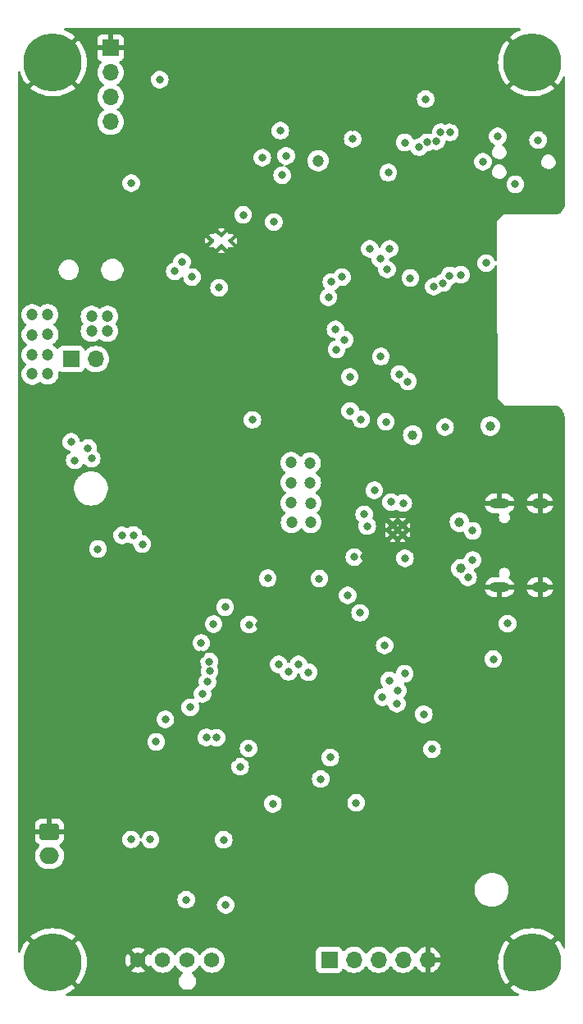
<source format=gbr>
%TF.GenerationSoftware,KiCad,Pcbnew,7.0.2*%
%TF.CreationDate,2024-01-11T01:28:16+01:00*%
%TF.ProjectId,bitaxe_RGZ_204_MOD_C,62697461-7865-45f5-9247-5a5f3230345f,rev?*%
%TF.SameCoordinates,Original*%
%TF.FileFunction,Copper,L2,Inr*%
%TF.FilePolarity,Positive*%
%FSLAX46Y46*%
G04 Gerber Fmt 4.6, Leading zero omitted, Abs format (unit mm)*
G04 Created by KiCad (PCBNEW 7.0.2) date 2024-01-11 01:28:16*
%MOMM*%
%LPD*%
G01*
G04 APERTURE LIST*
G04 Aperture macros list*
%AMRoundRect*
0 Rectangle with rounded corners*
0 $1 Rounding radius*
0 $2 $3 $4 $5 $6 $7 $8 $9 X,Y pos of 4 corners*
0 Add a 4 corners polygon primitive as box body*
4,1,4,$2,$3,$4,$5,$6,$7,$8,$9,$2,$3,0*
0 Add four circle primitives for the rounded corners*
1,1,$1+$1,$2,$3*
1,1,$1+$1,$4,$5*
1,1,$1+$1,$6,$7*
1,1,$1+$1,$8,$9*
0 Add four rect primitives between the rounded corners*
20,1,$1+$1,$2,$3,$4,$5,0*
20,1,$1+$1,$4,$5,$6,$7,0*
20,1,$1+$1,$6,$7,$8,$9,0*
20,1,$1+$1,$8,$9,$2,$3,0*%
G04 Aperture macros list end*
%TA.AperFunction,ComponentPad*%
%ADD10O,1.700000X1.700000*%
%TD*%
%TA.AperFunction,ComponentPad*%
%ADD11R,1.700000X1.700000*%
%TD*%
%TA.AperFunction,ComponentPad*%
%ADD12C,0.800000*%
%TD*%
%TA.AperFunction,ComponentPad*%
%ADD13C,6.000000*%
%TD*%
%TA.AperFunction,ComponentPad*%
%ADD14C,0.500000*%
%TD*%
%TA.AperFunction,ComponentPad*%
%ADD15C,0.400000*%
%TD*%
%TA.AperFunction,ComponentPad*%
%ADD16C,1.574800*%
%TD*%
%TA.AperFunction,ComponentPad*%
%ADD17O,1.800000X1.000000*%
%TD*%
%TA.AperFunction,ComponentPad*%
%ADD18O,2.100000X1.000000*%
%TD*%
%TA.AperFunction,ComponentPad*%
%ADD19RoundRect,0.250000X-0.750000X0.600000X-0.750000X-0.600000X0.750000X-0.600000X0.750000X0.600000X0*%
%TD*%
%TA.AperFunction,ComponentPad*%
%ADD20O,2.000000X1.700000*%
%TD*%
%TA.AperFunction,ViaPad*%
%ADD21C,0.800000*%
%TD*%
%TA.AperFunction,ViaPad*%
%ADD22C,1.200000*%
%TD*%
%TA.AperFunction,ViaPad*%
%ADD23C,1.000000*%
%TD*%
G04 APERTURE END LIST*
D10*
%TO.N,/SDA*%
%TO.C,J9*%
X86766400Y-57175400D03*
%TO.N,/SCL*%
X86766400Y-54635400D03*
%TO.N,/3V3*%
X86766400Y-52095400D03*
D11*
%TO.N,GND*%
X86766400Y-49555400D03*
%TD*%
D12*
%TO.N,GND*%
%TO.C,H7*%
X127985010Y-51120990D03*
X128644020Y-49530000D03*
X128644020Y-52711980D03*
X130235010Y-48870990D03*
X130235010Y-53370990D03*
D13*
X130302000Y-51054000D03*
D12*
X131826000Y-49530000D03*
X131826000Y-52711980D03*
X132485010Y-51120990D03*
%TD*%
D14*
%TO.N,GND*%
%TO.C,U2*%
X116922000Y-98765000D03*
X116922000Y-99765000D03*
X115922000Y-99765000D03*
X115922000Y-98765000D03*
%TD*%
D12*
%TO.N,GND*%
%TO.C,H9*%
X128052000Y-143728000D03*
X128711010Y-142137010D03*
X128711010Y-145318990D03*
X130302000Y-141478000D03*
D13*
X130302000Y-143831000D03*
D12*
X130302000Y-145978000D03*
X131892990Y-142137010D03*
X131892990Y-145318990D03*
X132552000Y-143728000D03*
%TD*%
%TO.N,GND*%
%TO.C,H10*%
X78558000Y-143830990D03*
X79217010Y-142240000D03*
X79217010Y-145421980D03*
X80808000Y-141580990D03*
D13*
X80808000Y-143830990D03*
D12*
X80808000Y-146080990D03*
X82398990Y-142240000D03*
X82398990Y-145421980D03*
X83058000Y-143830990D03*
%TD*%
D15*
%TO.N,GND*%
%TO.C,U9*%
X98201691Y-68847200D03*
X99151691Y-69422200D03*
X97251691Y-69422200D03*
X98201691Y-69997200D03*
%TD*%
D12*
%TO.N,GND*%
%TO.C,H8*%
X78558000Y-51054000D03*
X79217010Y-49463010D03*
X79217010Y-52644990D03*
X80808000Y-48804000D03*
D13*
X80808000Y-51054000D03*
D12*
X80808000Y-53304000D03*
X82398990Y-49463010D03*
X82398990Y-52644990D03*
X83058000Y-51054000D03*
%TD*%
D16*
%TO.N,GND*%
%TO.C,J4*%
X89621000Y-143622000D03*
%TO.N,/5V*%
X92161000Y-143622000D03*
%TO.N,/Fan/FAN_TACH*%
X94701000Y-143622000D03*
%TO.N,/Fan/FAN_PWM*%
X97241000Y-143622000D03*
%TD*%
D11*
%TO.N,/Power/VIN*%
%TO.C,J7*%
X82708000Y-81632000D03*
D10*
%TO.N,/5V*%
X85248000Y-81632000D03*
%TD*%
D11*
%TO.N,/BM1366/1V8*%
%TO.C,J3*%
X109350000Y-143580000D03*
D10*
%TO.N,/BM1366/CI*%
X111890000Y-143580000D03*
%TO.N,/BM1366/RO*%
X114430000Y-143580000D03*
%TO.N,/BM1366/RST_N*%
X116970000Y-143580000D03*
%TO.N,GND*%
X119510000Y-143580000D03*
%TD*%
D17*
%TO.N,GND*%
%TO.C,J8*%
X131123000Y-96530000D03*
D18*
X126943000Y-96530000D03*
D17*
X131123000Y-105170000D03*
D18*
X126943000Y-105170000D03*
%TD*%
D19*
%TO.N,GND*%
%TO.C,J2*%
X80470000Y-130360000D03*
D20*
%TO.N,/5V*%
X80470000Y-132860000D03*
%TD*%
D21*
%TO.N,GND*%
X95067000Y-70471000D03*
D22*
X80348000Y-73699500D03*
X80348000Y-68217000D03*
D21*
X77798000Y-87152000D03*
X100850600Y-73131400D03*
D22*
X80348000Y-70044500D03*
D21*
X116910000Y-128990000D03*
D22*
X80348000Y-71872000D03*
D21*
X97028000Y-98592000D03*
D22*
X78668000Y-66392000D03*
X82138000Y-70062000D03*
D21*
X125513000Y-69924000D03*
X112980000Y-131260000D03*
X96109000Y-112124000D03*
D22*
X83818000Y-70059500D03*
D21*
X97028000Y-92970600D03*
X112460000Y-69350000D03*
X100288000Y-92362000D03*
X106396000Y-118533000D03*
X97028000Y-89922000D03*
X110862000Y-121832000D03*
X98568000Y-89922000D03*
D22*
X78668000Y-70047000D03*
D21*
X104082000Y-115436000D03*
X98682000Y-136516000D03*
X98568000Y-98592000D03*
X99393000Y-122727000D03*
X106408000Y-116351000D03*
X129429500Y-59124000D03*
D22*
X78668000Y-71874500D03*
D21*
X95758000Y-69431400D03*
D23*
X100765000Y-145890000D03*
D21*
X94214574Y-62819426D03*
X94411000Y-69401000D03*
X97028000Y-91402000D03*
X105673000Y-117442000D03*
X80168900Y-92079000D03*
X97028000Y-94742000D03*
X90271600Y-49504600D03*
X97551000Y-122747000D03*
X123698000Y-115554000D03*
X98568000Y-96612000D03*
X117602000Y-123903000D03*
X101346000Y-71501000D03*
X104855000Y-118563000D03*
D23*
X118999000Y-74930000D03*
D21*
X104132000Y-117472000D03*
X121691400Y-80721200D03*
X98568000Y-91402000D03*
X101727000Y-70358000D03*
X97028000Y-96612000D03*
X122075000Y-57079000D03*
X112922500Y-102037000D03*
X107144000Y-117442000D03*
X90897000Y-129309000D03*
X112318000Y-95325000D03*
X112512000Y-61250000D03*
X105623000Y-115406000D03*
X98568000Y-94742000D03*
X104867000Y-116381000D03*
X100457000Y-70358000D03*
X86678000Y-87862000D03*
X102616000Y-71501000D03*
D23*
X116713000Y-74930000D03*
D21*
X105330000Y-132320000D03*
X104430000Y-130240000D03*
D23*
X126293000Y-87094000D03*
D21*
X98568000Y-92970600D03*
D22*
X80348000Y-66389500D03*
D21*
X115573700Y-102188000D03*
D22*
X78668000Y-73702000D03*
X78668000Y-68219500D03*
D21*
X112369600Y-51816000D03*
X102997000Y-70358000D03*
X102082600Y-109067600D03*
X92818000Y-101795000D03*
X132297000Y-117137000D03*
X111785400Y-57708800D03*
X119253000Y-100457000D03*
X88888000Y-106645000D03*
X95260000Y-132630000D03*
X107094000Y-115406000D03*
X115099642Y-112550642D03*
X100288000Y-90613400D03*
D23*
X117856000Y-74930000D03*
D22*
%TO.N,/Power/VIN*%
X80275000Y-77059000D03*
X78688000Y-81222000D03*
X78688000Y-83179000D03*
X80288000Y-83159000D03*
X80288000Y-81202000D03*
X84808000Y-77242000D03*
X86458000Y-78752000D03*
X80288000Y-79102000D03*
X84808000Y-78752000D03*
X78675000Y-77079000D03*
X86458000Y-77242000D03*
X78688000Y-79122000D03*
D21*
%TO.N,/BM1366/1V8*%
X115737362Y-96385646D03*
X117172000Y-102173000D03*
X112130000Y-127390000D03*
X109458000Y-122723000D03*
%TO.N,/BM1366/INV_CLKO*%
X92430600Y-118795800D03*
%TO.N,/VDD*%
X114620000Y-71308000D03*
X103000000Y-104240000D03*
X105152000Y-113890000D03*
D22*
X107400000Y-94361000D03*
X107440000Y-96491000D03*
D21*
X104126000Y-113110000D03*
X108330000Y-104270000D03*
X107204000Y-113920000D03*
D22*
X107440000Y-98461000D03*
D21*
X106178000Y-113110000D03*
D22*
X105410000Y-94361000D03*
X105410000Y-92321000D03*
X107380000Y-92341000D03*
X105460000Y-98491000D03*
X105430000Y-96471000D03*
D21*
%TO.N,/ESP32/EN*%
X126293000Y-112572000D03*
X125563000Y-71744000D03*
X115196100Y-88116385D03*
D23*
%TO.N,/5V*%
X117975000Y-89479000D03*
D21*
X88883000Y-131168000D03*
X100470000Y-66770000D03*
X94580000Y-137390000D03*
X90881000Y-131182000D03*
D22*
X108214845Y-61185155D03*
D21*
X98450000Y-131200000D03*
%TO.N,/3V3*%
X115457000Y-62413000D03*
X114010000Y-95176000D03*
X111475000Y-83479000D03*
X109994718Y-78588072D03*
X127766000Y-108915000D03*
X130919500Y-59064000D03*
X111775000Y-58940627D03*
X110675000Y-73179000D03*
D23*
X125973000Y-88544000D03*
D21*
X121310400Y-88646000D03*
X91850000Y-52820000D03*
X98662000Y-137914100D03*
X116989216Y-96497784D03*
X83075000Y-92079000D03*
X101092000Y-109016800D03*
X119303800Y-54838600D03*
X90050000Y-100718000D03*
X82698000Y-90182000D03*
%TO.N,/TX*%
X112644692Y-87844408D03*
%TO.N,/RX*%
X111506000Y-86995000D03*
%TO.N,/BM1366/VDD3_0*%
X115070000Y-111160000D03*
%TO.N,/BM1366/VDD2_0*%
X112530000Y-107800000D03*
%TO.N,/RST*%
X115316000Y-72390000D03*
%TO.N,/BM1366/PIN_MODE*%
X91480645Y-121097045D03*
%TO.N,/SCL*%
X85471000Y-101219000D03*
X84828000Y-91902000D03*
X97713800Y-120675400D03*
%TO.N,/Power/OUT0*%
X89141400Y-99799800D03*
X93399000Y-72582000D03*
%TO.N,/BM1366/0V8*%
X108468000Y-124939000D03*
X103530000Y-127490000D03*
%TO.N,/BM1366/VDD1_0*%
X111250000Y-106010000D03*
%TO.N,/BM1366/VDD1_1*%
X98602800Y-107213400D03*
%TO.N,/BM1366/VDD2_1*%
X97409000Y-108966000D03*
%TO.N,/BM1366/VDD3_1*%
X96130000Y-110920000D03*
%TO.N,Net-(Q4-D)*%
X104500000Y-62680000D03*
X103630000Y-67500000D03*
%TO.N,Net-(U9-BOOT)*%
X94155000Y-71626000D03*
X95186555Y-73190555D03*
%TO.N,/BM1366/CI*%
X116334852Y-117175300D03*
X113272599Y-98869299D03*
%TO.N,/BM1366/RO*%
X112962000Y-97645000D03*
X116428000Y-115817000D03*
%TO.N,/BM1366/RST_N*%
X117148868Y-114071132D03*
X111948000Y-102053000D03*
%TO.N,Net-(Q2-G)*%
X101418600Y-87903400D03*
X97975000Y-74279000D03*
%TO.N,/BM1366/RI*%
X96774000Y-114909600D03*
%TO.N,/BM1366/CLKI*%
X114844000Y-116495900D03*
%TO.N,/BM1366/NRSTO*%
X96967045Y-112836955D03*
%TO.N,/BM1366/BO*%
X96995638Y-113825659D03*
%TO.N,/BM1366/CLKO*%
X96266000Y-116154200D03*
%TO.N,/BM1366/CO*%
X94996000Y-117551200D03*
%TO.N,/ESP32/P_TX*%
X128566055Y-63607445D03*
%TO.N,/ESP32/P_RX*%
X125222000Y-61294000D03*
%TO.N,/ESP32/IO0*%
X126746000Y-58674000D03*
X123682000Y-104140000D03*
X114675000Y-81379000D03*
%TO.N,/ESP32/XIN32*%
X117475000Y-83947000D03*
%TO.N,/BM1366/ADDR0*%
X119110000Y-118260000D03*
%TO.N,/ESP32/XOUT32*%
X116598000Y-83185000D03*
%TO.N,/Power/PGOOD*%
X109575000Y-73679000D03*
%TO.N,/ESP32/PWR_EN*%
X110935000Y-79631000D03*
%TO.N,/SDA*%
X96656000Y-120659000D03*
X84438000Y-90822000D03*
X87961400Y-99809800D03*
X104300000Y-58100000D03*
X104902000Y-60690000D03*
%TO.N,/ESP32/TFT_BLK*%
X110109000Y-80645000D03*
X113537100Y-70279000D03*
X115575000Y-70279000D03*
%TO.N,Net-(U4-LEDK)*%
X117144800Y-59309000D03*
%TO.N,/ESP32/TFT_DC*%
X118636500Y-59789361D03*
X117729000Y-73279000D03*
%TO.N,/ESP32/TFT_CS*%
X119450239Y-59289952D03*
X120142000Y-74168000D03*
%TO.N,/BM1366/BI*%
X115540000Y-114780000D03*
%TO.N,/PLUG_SENSE*%
X109275000Y-75279000D03*
X88900000Y-63500000D03*
X102440000Y-60880000D03*
%TO.N,/BM1366/ADDR1*%
X119960000Y-121860000D03*
D23*
%TO.N,Net-(D1-Pad2)*%
X122796000Y-98450000D03*
X122936000Y-103250000D03*
D21*
%TO.N,Net-(J8-CC1)*%
X124159000Y-99337000D03*
%TO.N,Net-(J8-CC2)*%
X124154000Y-102357000D03*
%TO.N,Net-(U14-VDDIO_18_1)*%
X101015000Y-121775000D03*
%TO.N,Net-(U14-VDDIO_08_1)*%
X100155000Y-123661000D03*
%TO.N,/ESP32/TFT_SCL*%
X120396000Y-59182000D03*
X121114100Y-73787000D03*
%TO.N,/ESP32/TFT_SDA*%
X120855244Y-58269215D03*
X121793000Y-73025000D03*
%TO.N,/ESP32/TFT_RES*%
X121811500Y-58265361D03*
X122936000Y-72941900D03*
%TD*%
%TA.AperFunction,Conductor*%
%TO.N,GND*%
G36*
X129101336Y-47542502D02*
G01*
X129147829Y-47596158D01*
X129157933Y-47666432D01*
X129128439Y-47731012D01*
X129078370Y-47766131D01*
X128876285Y-47843704D01*
X128870275Y-47846380D01*
X128548531Y-48010316D01*
X128542823Y-48013612D01*
X128239983Y-48210279D01*
X128234661Y-48214145D01*
X128006287Y-48399078D01*
X129435538Y-49828328D01*
X129377523Y-49866232D01*
X129194632Y-50034596D01*
X129075914Y-50187123D01*
X128668766Y-49779975D01*
X128741565Y-49765495D01*
X128824260Y-49710240D01*
X128879515Y-49627545D01*
X128898918Y-49530000D01*
X128879515Y-49432455D01*
X128824260Y-49349760D01*
X128741565Y-49294505D01*
X128668644Y-49280000D01*
X128619396Y-49280000D01*
X128546475Y-49294505D01*
X128463780Y-49349760D01*
X128408525Y-49432455D01*
X128394044Y-49505253D01*
X127647078Y-48758287D01*
X127462145Y-48986661D01*
X127458279Y-48991983D01*
X127261612Y-49294823D01*
X127258316Y-49300531D01*
X127094380Y-49622275D01*
X127091704Y-49628285D01*
X126962299Y-49965394D01*
X126960259Y-49971672D01*
X126866801Y-50320462D01*
X126865433Y-50326900D01*
X126808944Y-50683559D01*
X126808257Y-50690103D01*
X126789359Y-51050699D01*
X126789359Y-51057300D01*
X126808257Y-51417896D01*
X126808944Y-51424440D01*
X126865433Y-51781099D01*
X126866801Y-51787537D01*
X126960259Y-52136327D01*
X126962299Y-52142605D01*
X127091704Y-52479714D01*
X127094380Y-52485724D01*
X127258316Y-52807468D01*
X127261612Y-52813176D01*
X127458274Y-53116008D01*
X127462156Y-53121351D01*
X127647077Y-53349710D01*
X127647078Y-53349711D01*
X128461224Y-52535564D01*
X128408525Y-52614435D01*
X128389122Y-52711980D01*
X128408525Y-52809525D01*
X128463780Y-52892220D01*
X128546475Y-52947475D01*
X128619396Y-52961980D01*
X128668644Y-52961980D01*
X128741565Y-52947475D01*
X128820425Y-52894781D01*
X128006287Y-53708920D01*
X128006288Y-53708921D01*
X128234648Y-53893843D01*
X128239991Y-53897725D01*
X128542823Y-54094387D01*
X128548531Y-54097683D01*
X128870275Y-54261619D01*
X128876285Y-54264295D01*
X129213394Y-54393700D01*
X129219672Y-54395740D01*
X129568462Y-54489198D01*
X129574900Y-54490566D01*
X129931559Y-54547055D01*
X129938103Y-54547742D01*
X130298699Y-54566641D01*
X130305301Y-54566641D01*
X130665896Y-54547742D01*
X130672440Y-54547055D01*
X131029099Y-54490566D01*
X131035537Y-54489198D01*
X131384327Y-54395740D01*
X131390605Y-54393700D01*
X131727714Y-54264295D01*
X131733724Y-54261619D01*
X132055468Y-54097683D01*
X132061176Y-54094387D01*
X132364009Y-53897725D01*
X132369345Y-53893848D01*
X132597711Y-53708920D01*
X131850746Y-52961955D01*
X131923545Y-52947475D01*
X132006240Y-52892220D01*
X132061495Y-52809525D01*
X132080898Y-52711980D01*
X132061495Y-52614435D01*
X132006240Y-52531740D01*
X131923545Y-52476485D01*
X131850624Y-52461980D01*
X131801376Y-52461980D01*
X131728455Y-52476485D01*
X131645760Y-52531740D01*
X131590505Y-52614435D01*
X131576024Y-52687233D01*
X131168461Y-52279670D01*
X131226477Y-52241768D01*
X131409368Y-52073404D01*
X131528085Y-51920876D01*
X132956920Y-53349711D01*
X133141848Y-53121345D01*
X133145725Y-53116009D01*
X133342387Y-52813176D01*
X133345687Y-52807460D01*
X133492787Y-52518760D01*
X133541535Y-52467144D01*
X133610450Y-52450078D01*
X133677651Y-52472978D01*
X133721804Y-52528576D01*
X133731054Y-52575984D01*
X133728787Y-65384545D01*
X133728428Y-65394032D01*
X133723467Y-65459581D01*
X133711184Y-65607908D01*
X133708633Y-65624751D01*
X133688296Y-65716582D01*
X133687686Y-65719203D01*
X133659650Y-65834114D01*
X133655149Y-65848676D01*
X133620023Y-65941899D01*
X133618367Y-65946066D01*
X133574892Y-66050071D01*
X133569050Y-66062187D01*
X133520013Y-66151368D01*
X133516851Y-66156794D01*
X133458781Y-66250962D01*
X133452208Y-66260593D01*
X133390456Y-66342646D01*
X133385398Y-66348936D01*
X133313860Y-66432296D01*
X133307147Y-66439525D01*
X133234186Y-66512174D01*
X133226927Y-66518857D01*
X133143263Y-66590034D01*
X133136951Y-66595065D01*
X133054635Y-66656462D01*
X133044977Y-66662993D01*
X132950541Y-66720670D01*
X132945102Y-66723808D01*
X132932414Y-66730714D01*
X132870641Y-66746036D01*
X127528250Y-66680869D01*
X127375000Y-66679000D01*
X127374999Y-66679000D01*
X127374998Y-66679000D01*
X126646728Y-67379156D01*
X126646727Y-67379158D01*
X126669329Y-71412734D01*
X126649709Y-71480966D01*
X126596315Y-71527759D01*
X126526098Y-71538256D01*
X126461353Y-71509125D01*
X126423498Y-71452375D01*
X126418200Y-71436070D01*
X126397527Y-71372444D01*
X126360320Y-71308000D01*
X126302041Y-71207057D01*
X126174252Y-71065133D01*
X126019753Y-70952883D01*
X126019752Y-70952882D01*
X125845288Y-70875206D01*
X125658487Y-70835500D01*
X125467513Y-70835500D01*
X125342979Y-70861970D01*
X125280711Y-70875206D01*
X125106246Y-70952883D01*
X124951747Y-71065133D01*
X124823958Y-71207057D01*
X124728472Y-71372443D01*
X124669458Y-71554070D01*
X124649496Y-71744000D01*
X124669458Y-71933929D01*
X124728472Y-72115556D01*
X124823958Y-72280942D01*
X124860712Y-72321761D01*
X124951747Y-72422866D01*
X125106248Y-72535118D01*
X125280712Y-72612794D01*
X125467513Y-72652500D01*
X125467515Y-72652500D01*
X125658485Y-72652500D01*
X125658487Y-72652500D01*
X125845288Y-72612794D01*
X126019752Y-72535118D01*
X126174253Y-72422866D01*
X126302040Y-72280944D01*
X126397527Y-72115556D01*
X126427142Y-72024410D01*
X126467212Y-71965809D01*
X126532609Y-71938171D01*
X126602566Y-71950277D01*
X126654872Y-71998283D01*
X126672971Y-72062644D01*
X126749834Y-85779140D01*
X126749835Y-85779142D01*
X127474998Y-86443999D01*
X127474999Y-86443999D01*
X127475000Y-86444000D01*
X127475000Y-86443999D01*
X127475001Y-86444000D01*
X127515324Y-86443794D01*
X132834283Y-86416683D01*
X132895690Y-86432303D01*
X132896442Y-86432717D01*
X132901810Y-86435847D01*
X132996240Y-86494078D01*
X133005861Y-86500644D01*
X133087732Y-86562257D01*
X133094002Y-86567298D01*
X133159426Y-86623443D01*
X133177585Y-86639027D01*
X133184814Y-86645740D01*
X133257274Y-86718511D01*
X133263957Y-86725770D01*
X133335329Y-86809663D01*
X133340359Y-86815974D01*
X133401597Y-86898075D01*
X133408129Y-86907735D01*
X133465967Y-87002435D01*
X133469105Y-87007873D01*
X133517608Y-87096986D01*
X133523398Y-87109125D01*
X133546697Y-87165541D01*
X133554704Y-87184929D01*
X133566579Y-87213681D01*
X133568199Y-87217810D01*
X133602806Y-87310866D01*
X133607243Y-87325438D01*
X133634937Y-87441105D01*
X133635536Y-87443730D01*
X133655343Y-87535030D01*
X133657820Y-87551879D01*
X133669526Y-87700928D01*
X133670889Y-87720029D01*
X133674181Y-87766160D01*
X133674500Y-87775101D01*
X133674500Y-87822758D01*
X133674553Y-87823249D01*
X133729059Y-142304996D01*
X133709125Y-142373137D01*
X133655516Y-142419683D01*
X133585252Y-142429857D01*
X133520642Y-142400429D01*
X133490792Y-142362325D01*
X133345683Y-142077531D01*
X133342387Y-142071823D01*
X133145725Y-141768991D01*
X133141843Y-141763648D01*
X132956921Y-141535288D01*
X132956920Y-141535287D01*
X131528085Y-142964123D01*
X131409368Y-142811596D01*
X131226477Y-142643232D01*
X131168461Y-142605328D01*
X131638417Y-142135372D01*
X131638092Y-142137010D01*
X131657495Y-142234555D01*
X131712750Y-142317250D01*
X131795445Y-142372505D01*
X131868366Y-142387010D01*
X131917614Y-142387010D01*
X131990535Y-142372505D01*
X132073230Y-142317250D01*
X132128485Y-142234555D01*
X132147888Y-142137010D01*
X132128485Y-142039465D01*
X132073230Y-141956770D01*
X131990535Y-141901515D01*
X131917614Y-141887010D01*
X131886780Y-141887010D01*
X132597711Y-141176078D01*
X132597710Y-141176077D01*
X132369351Y-140991156D01*
X132364008Y-140987274D01*
X132061176Y-140790612D01*
X132055468Y-140787316D01*
X131733724Y-140623380D01*
X131727714Y-140620704D01*
X131390605Y-140491299D01*
X131384327Y-140489259D01*
X131035537Y-140395801D01*
X131029099Y-140394433D01*
X130672440Y-140337944D01*
X130665896Y-140337257D01*
X130305301Y-140318359D01*
X130298699Y-140318359D01*
X129938103Y-140337257D01*
X129931559Y-140337944D01*
X129574900Y-140394433D01*
X129568462Y-140395801D01*
X129219672Y-140489259D01*
X129213394Y-140491299D01*
X128876285Y-140620704D01*
X128870275Y-140623380D01*
X128548531Y-140787316D01*
X128542823Y-140790612D01*
X128239983Y-140987279D01*
X128234661Y-140991145D01*
X128006287Y-141176078D01*
X128717219Y-141887010D01*
X128686386Y-141887010D01*
X128613465Y-141901515D01*
X128530770Y-141956770D01*
X128475515Y-142039465D01*
X128456112Y-142137010D01*
X128475515Y-142234555D01*
X128530770Y-142317250D01*
X128613465Y-142372505D01*
X128686386Y-142387010D01*
X128735634Y-142387010D01*
X128808555Y-142372505D01*
X128891250Y-142317250D01*
X128946505Y-142234555D01*
X128965908Y-142137010D01*
X128965582Y-142135373D01*
X129435538Y-142605329D01*
X129377523Y-142643232D01*
X129194632Y-142811596D01*
X129075914Y-142964123D01*
X127647078Y-141535287D01*
X127462145Y-141763661D01*
X127458279Y-141768983D01*
X127261612Y-142071823D01*
X127258316Y-142077531D01*
X127094380Y-142399275D01*
X127091704Y-142405285D01*
X126962299Y-142742394D01*
X126960259Y-142748672D01*
X126866801Y-143097462D01*
X126865433Y-143103900D01*
X126808944Y-143460559D01*
X126808257Y-143467103D01*
X126789359Y-143827699D01*
X126789359Y-143834300D01*
X126808257Y-144194896D01*
X126808944Y-144201440D01*
X126865433Y-144558099D01*
X126866801Y-144564537D01*
X126960259Y-144913327D01*
X126962299Y-144919605D01*
X127091704Y-145256714D01*
X127094380Y-145262724D01*
X127258316Y-145584468D01*
X127261612Y-145590176D01*
X127458274Y-145893008D01*
X127462156Y-145898351D01*
X127647077Y-146126710D01*
X127647078Y-146126711D01*
X128456437Y-145317351D01*
X128456112Y-145318990D01*
X128475515Y-145416535D01*
X128530770Y-145499230D01*
X128613465Y-145554485D01*
X128686386Y-145568990D01*
X128735634Y-145568990D01*
X128808555Y-145554485D01*
X128891250Y-145499230D01*
X128946505Y-145416535D01*
X128965908Y-145318990D01*
X128946505Y-145221445D01*
X128891250Y-145138750D01*
X128808555Y-145083495D01*
X128735634Y-145068990D01*
X128704799Y-145068990D01*
X129075913Y-144697875D01*
X129194632Y-144850404D01*
X129377523Y-145018768D01*
X129435537Y-145056670D01*
X128006287Y-146485920D01*
X128006288Y-146485921D01*
X128234648Y-146670843D01*
X128239991Y-146674725D01*
X128542823Y-146871387D01*
X128548531Y-146874683D01*
X128870277Y-147038620D01*
X128878752Y-147042394D01*
X128932847Y-147088374D01*
X128953496Y-147156301D01*
X128934143Y-147224609D01*
X128880932Y-147271611D01*
X128827502Y-147283500D01*
X82282474Y-147283500D01*
X82214353Y-147263498D01*
X82167860Y-147209842D01*
X82157756Y-147139568D01*
X82187250Y-147074988D01*
X82231230Y-147042391D01*
X82239730Y-147038606D01*
X82561468Y-146874673D01*
X82567176Y-146871377D01*
X82870009Y-146674715D01*
X82875345Y-146670838D01*
X83103711Y-146485910D01*
X82222579Y-145604778D01*
X82301445Y-145657475D01*
X82374366Y-145671980D01*
X82423614Y-145671980D01*
X82496535Y-145657475D01*
X82579230Y-145602220D01*
X82634485Y-145519525D01*
X82653888Y-145421980D01*
X82634485Y-145324435D01*
X82581789Y-145245570D01*
X83462920Y-146126701D01*
X83647848Y-145898335D01*
X83651725Y-145892999D01*
X83848387Y-145590166D01*
X83851683Y-145584458D01*
X84015619Y-145262714D01*
X84018295Y-145256704D01*
X84147700Y-144919595D01*
X84149740Y-144913317D01*
X84243198Y-144564527D01*
X84244566Y-144558089D01*
X84301055Y-144201430D01*
X84301742Y-144194886D01*
X84320641Y-143834290D01*
X84320641Y-143827689D01*
X84309861Y-143622000D01*
X88320652Y-143622000D01*
X88340407Y-143847807D01*
X88399072Y-144066741D01*
X88494868Y-144272178D01*
X88542946Y-144340840D01*
X89108134Y-143775652D01*
X89113673Y-143802304D01*
X89181131Y-143932493D01*
X89281213Y-144039655D01*
X89406495Y-144115840D01*
X89468887Y-144133321D01*
X88902158Y-144700050D01*
X88902158Y-144700052D01*
X88970824Y-144748133D01*
X89176258Y-144843927D01*
X89395192Y-144902592D01*
X89621000Y-144922347D01*
X89846807Y-144902592D01*
X90065741Y-144843927D01*
X90271171Y-144748134D01*
X90339840Y-144700051D01*
X89776006Y-144136216D01*
X89900752Y-144082032D01*
X90014493Y-143989497D01*
X90099051Y-143869706D01*
X90132841Y-143774630D01*
X90699051Y-144340840D01*
X90747136Y-144272170D01*
X90776528Y-144209137D01*
X90823444Y-144155852D01*
X90891721Y-144136390D01*
X90959681Y-144156931D01*
X91004917Y-144209135D01*
X91034429Y-144272423D01*
X91164493Y-144458173D01*
X91324826Y-144618506D01*
X91324829Y-144618508D01*
X91324830Y-144618509D01*
X91510575Y-144748569D01*
X91606417Y-144793261D01*
X91716082Y-144844399D01*
X91771750Y-144859315D01*
X91935110Y-144903087D01*
X92161000Y-144922850D01*
X92386890Y-144903087D01*
X92605917Y-144844399D01*
X92811425Y-144748569D01*
X92997170Y-144618509D01*
X93157509Y-144458170D01*
X93287569Y-144272425D01*
X93316805Y-144209727D01*
X93363722Y-144156443D01*
X93432000Y-144136982D01*
X93499960Y-144157524D01*
X93545194Y-144209727D01*
X93552640Y-144225693D01*
X93574431Y-144272425D01*
X93704493Y-144458173D01*
X93864826Y-144618506D01*
X94050573Y-144748568D01*
X94050574Y-144748568D01*
X94050575Y-144748569D01*
X94146417Y-144793261D01*
X94187457Y-144812398D01*
X94240742Y-144859315D01*
X94260203Y-144927593D01*
X94239661Y-144995553D01*
X94197209Y-145035711D01*
X94170141Y-145051338D01*
X94029831Y-145177675D01*
X93918852Y-145330425D01*
X93843695Y-145499230D01*
X93842055Y-145502913D01*
X93802800Y-145687596D01*
X93802800Y-145876406D01*
X93842055Y-146061089D01*
X93918851Y-146233575D01*
X93979089Y-146316485D01*
X94029831Y-146386326D01*
X94170141Y-146512662D01*
X94333656Y-146607068D01*
X94420082Y-146635149D01*
X94513225Y-146665413D01*
X94653923Y-146680201D01*
X94657213Y-146680201D01*
X94744787Y-146680201D01*
X94748077Y-146680201D01*
X94888775Y-146665413D01*
X95068343Y-146607068D01*
X95231857Y-146512663D01*
X95372170Y-146386325D01*
X95483149Y-146233575D01*
X95559945Y-146061089D01*
X95599200Y-145876406D01*
X95599200Y-145687596D01*
X95559945Y-145502913D01*
X95483149Y-145330427D01*
X95372170Y-145177677D01*
X95328937Y-145138750D01*
X95231859Y-145051340D01*
X95204791Y-145035712D01*
X95155798Y-144984329D01*
X95142363Y-144914615D01*
X95168750Y-144848704D01*
X95214540Y-144812399D01*
X95351425Y-144748569D01*
X95537170Y-144618509D01*
X95697509Y-144458170D01*
X95827569Y-144272425D01*
X95856805Y-144209727D01*
X95903722Y-144156443D01*
X95972000Y-144136982D01*
X96039960Y-144157524D01*
X96085194Y-144209727D01*
X96092640Y-144225693D01*
X96114431Y-144272425D01*
X96244493Y-144458173D01*
X96404826Y-144618506D01*
X96404829Y-144618508D01*
X96404830Y-144618509D01*
X96590575Y-144748569D01*
X96686417Y-144793261D01*
X96796082Y-144844399D01*
X96851750Y-144859315D01*
X97015110Y-144903087D01*
X97241000Y-144922850D01*
X97466890Y-144903087D01*
X97685917Y-144844399D01*
X97891425Y-144748569D01*
X98077170Y-144618509D01*
X98217041Y-144478638D01*
X107991500Y-144478638D01*
X107998011Y-144539201D01*
X108005056Y-144558089D01*
X108049111Y-144676205D01*
X108136738Y-144793261D01*
X108253794Y-144880888D01*
X108253795Y-144880888D01*
X108253796Y-144880889D01*
X108390799Y-144931989D01*
X108451362Y-144938500D01*
X108454731Y-144938500D01*
X110245269Y-144938500D01*
X110248638Y-144938500D01*
X110309201Y-144931989D01*
X110446204Y-144880889D01*
X110563261Y-144793261D01*
X110650889Y-144676204D01*
X110694999Y-144557941D01*
X110737545Y-144501107D01*
X110804065Y-144476296D01*
X110873439Y-144491387D01*
X110905753Y-144516635D01*
X110949841Y-144564527D01*
X110966762Y-144582908D01*
X111144421Y-144721187D01*
X111144424Y-144721189D01*
X111342426Y-144828342D01*
X111555365Y-144901444D01*
X111777431Y-144938500D01*
X111777434Y-144938500D01*
X112002566Y-144938500D01*
X112002569Y-144938500D01*
X112224635Y-144901444D01*
X112437574Y-144828342D01*
X112635576Y-144721189D01*
X112813240Y-144582906D01*
X112965722Y-144417268D01*
X113054518Y-144281354D01*
X113108521Y-144235268D01*
X113178869Y-144225693D01*
X113243226Y-144255670D01*
X113265480Y-144281353D01*
X113354278Y-144417268D01*
X113466525Y-144539200D01*
X113506762Y-144582908D01*
X113684421Y-144721187D01*
X113684424Y-144721189D01*
X113882426Y-144828342D01*
X114095365Y-144901444D01*
X114317431Y-144938500D01*
X114317434Y-144938500D01*
X114542566Y-144938500D01*
X114542569Y-144938500D01*
X114764635Y-144901444D01*
X114977574Y-144828342D01*
X115175576Y-144721189D01*
X115353240Y-144582906D01*
X115505722Y-144417268D01*
X115594518Y-144281354D01*
X115648521Y-144235268D01*
X115718869Y-144225693D01*
X115783226Y-144255670D01*
X115805480Y-144281353D01*
X115894278Y-144417268D01*
X116006525Y-144539200D01*
X116046762Y-144582908D01*
X116224421Y-144721187D01*
X116224424Y-144721189D01*
X116422426Y-144828342D01*
X116635365Y-144901444D01*
X116857431Y-144938500D01*
X116857434Y-144938500D01*
X117082566Y-144938500D01*
X117082569Y-144938500D01*
X117304635Y-144901444D01*
X117517574Y-144828342D01*
X117715576Y-144721189D01*
X117893240Y-144582906D01*
X118045722Y-144417268D01*
X118134817Y-144280896D01*
X118188819Y-144234809D01*
X118259167Y-144225234D01*
X118323524Y-144255211D01*
X118345782Y-144280897D01*
X118434678Y-144416962D01*
X118587096Y-144582533D01*
X118764697Y-144720766D01*
X118962631Y-144827883D01*
X119175485Y-144900955D01*
X119256000Y-144914391D01*
X119256000Y-144013674D01*
X119367685Y-144064680D01*
X119474237Y-144080000D01*
X119545763Y-144080000D01*
X119652315Y-144064680D01*
X119764000Y-144013674D01*
X119764000Y-144914390D01*
X119844514Y-144900955D01*
X120057368Y-144827883D01*
X120255302Y-144720766D01*
X120432903Y-144582533D01*
X120585321Y-144416962D01*
X120708419Y-144228548D01*
X120798822Y-144022451D01*
X120846544Y-143834000D01*
X119941116Y-143834000D01*
X119969493Y-143789844D01*
X120010000Y-143651889D01*
X120010000Y-143508111D01*
X119969493Y-143370156D01*
X119941116Y-143326000D01*
X120846544Y-143326000D01*
X120846544Y-143325999D01*
X120798822Y-143137548D01*
X120708419Y-142931451D01*
X120585321Y-142743037D01*
X120432903Y-142577466D01*
X120255302Y-142439233D01*
X120057368Y-142332116D01*
X119844510Y-142259042D01*
X119764000Y-142245606D01*
X119764000Y-143146325D01*
X119652315Y-143095320D01*
X119545763Y-143080000D01*
X119474237Y-143080000D01*
X119367685Y-143095320D01*
X119256000Y-143146325D01*
X119256000Y-142245607D01*
X119255999Y-142245606D01*
X119175489Y-142259042D01*
X118962631Y-142332116D01*
X118764697Y-142439233D01*
X118587096Y-142577466D01*
X118434678Y-142743037D01*
X118345782Y-142879102D01*
X118291778Y-142925190D01*
X118221430Y-142934765D01*
X118157073Y-142904787D01*
X118134816Y-142879101D01*
X118090713Y-142811596D01*
X118045722Y-142742732D01*
X117893240Y-142577094D01*
X117893239Y-142577093D01*
X117893237Y-142577091D01*
X117715578Y-142438812D01*
X117517573Y-142331657D01*
X117364510Y-142279111D01*
X117304635Y-142258556D01*
X117082569Y-142221500D01*
X116857431Y-142221500D01*
X116635365Y-142258556D01*
X116635362Y-142258556D01*
X116635362Y-142258557D01*
X116422426Y-142331657D01*
X116224421Y-142438812D01*
X116046762Y-142577091D01*
X115894278Y-142742731D01*
X115805483Y-142878643D01*
X115751479Y-142924731D01*
X115681131Y-142934306D01*
X115616774Y-142904328D01*
X115594517Y-142878643D01*
X115550713Y-142811596D01*
X115505722Y-142742732D01*
X115353240Y-142577094D01*
X115353239Y-142577093D01*
X115353237Y-142577091D01*
X115175578Y-142438812D01*
X114977573Y-142331657D01*
X114824510Y-142279111D01*
X114764635Y-142258556D01*
X114542569Y-142221500D01*
X114317431Y-142221500D01*
X114095365Y-142258556D01*
X114095362Y-142258556D01*
X114095362Y-142258557D01*
X113882426Y-142331657D01*
X113684421Y-142438812D01*
X113506762Y-142577091D01*
X113354278Y-142742731D01*
X113265483Y-142878643D01*
X113211479Y-142924731D01*
X113141131Y-142934306D01*
X113076774Y-142904328D01*
X113054517Y-142878643D01*
X113010713Y-142811596D01*
X112965722Y-142742732D01*
X112813240Y-142577094D01*
X112813239Y-142577093D01*
X112813237Y-142577091D01*
X112635578Y-142438812D01*
X112437573Y-142331657D01*
X112284510Y-142279111D01*
X112224635Y-142258556D01*
X112002569Y-142221500D01*
X111777431Y-142221500D01*
X111555365Y-142258556D01*
X111555362Y-142258556D01*
X111555362Y-142258557D01*
X111342426Y-142331657D01*
X111144421Y-142438812D01*
X110966758Y-142577094D01*
X110905754Y-142643362D01*
X110844901Y-142679933D01*
X110773937Y-142677798D01*
X110715392Y-142637636D01*
X110694998Y-142602056D01*
X110685688Y-142577094D01*
X110650889Y-142483796D01*
X110644675Y-142475495D01*
X110563261Y-142366738D01*
X110446205Y-142279111D01*
X110356377Y-142245607D01*
X110309201Y-142228011D01*
X110248638Y-142221500D01*
X108451362Y-142221500D01*
X108448013Y-142221859D01*
X108448013Y-142221860D01*
X108390799Y-142228011D01*
X108253794Y-142279111D01*
X108136738Y-142366738D01*
X108049111Y-142483794D01*
X108005002Y-142602056D01*
X107998011Y-142620799D01*
X107991500Y-142681362D01*
X107991500Y-144478638D01*
X98217041Y-144478638D01*
X98237509Y-144458170D01*
X98367569Y-144272425D01*
X98463399Y-144066917D01*
X98522087Y-143847890D01*
X98541850Y-143622000D01*
X98522087Y-143396110D01*
X98463399Y-143177083D01*
X98429110Y-143103551D01*
X98418128Y-143080000D01*
X98367569Y-142971575D01*
X98237509Y-142785830D01*
X98237508Y-142785829D01*
X98237506Y-142785826D01*
X98077173Y-142625493D01*
X97891425Y-142495431D01*
X97685917Y-142399600D01*
X97466890Y-142340913D01*
X97241000Y-142321150D01*
X97015109Y-142340913D01*
X96796082Y-142399600D01*
X96590574Y-142495431D01*
X96404826Y-142625493D01*
X96244493Y-142785826D01*
X96114429Y-142971576D01*
X96085194Y-143034272D01*
X96038277Y-143087556D01*
X95970000Y-143107017D01*
X95902040Y-143086475D01*
X95856806Y-143034272D01*
X95827570Y-142971576D01*
X95723820Y-142823406D01*
X95697509Y-142785830D01*
X95697508Y-142785829D01*
X95697506Y-142785826D01*
X95537173Y-142625493D01*
X95351425Y-142495431D01*
X95145917Y-142399600D01*
X94926890Y-142340913D01*
X94888394Y-142337545D01*
X94701000Y-142321150D01*
X94700999Y-142321150D01*
X94475109Y-142340913D01*
X94256082Y-142399600D01*
X94050574Y-142495431D01*
X93864826Y-142625493D01*
X93704493Y-142785826D01*
X93574429Y-142971576D01*
X93545194Y-143034272D01*
X93498277Y-143087556D01*
X93430000Y-143107017D01*
X93362040Y-143086475D01*
X93316806Y-143034272D01*
X93287570Y-142971576D01*
X93183820Y-142823406D01*
X93157509Y-142785830D01*
X93157508Y-142785829D01*
X93157506Y-142785826D01*
X92997173Y-142625493D01*
X92811425Y-142495431D01*
X92605917Y-142399600D01*
X92386890Y-142340913D01*
X92161000Y-142321150D01*
X91935109Y-142340913D01*
X91716082Y-142399600D01*
X91510574Y-142495431D01*
X91324826Y-142625493D01*
X91164493Y-142785826D01*
X91034430Y-142971575D01*
X91004917Y-143034865D01*
X90957999Y-143088149D01*
X90889721Y-143107609D01*
X90821762Y-143087066D01*
X90776528Y-143034862D01*
X90747134Y-142971826D01*
X90699052Y-142903158D01*
X90699050Y-142903158D01*
X90133864Y-143468344D01*
X90128327Y-143441696D01*
X90060869Y-143311507D01*
X89960787Y-143204345D01*
X89835505Y-143128160D01*
X89773110Y-143110677D01*
X90339840Y-142543946D01*
X90339840Y-142543945D01*
X90271178Y-142495868D01*
X90065741Y-142400072D01*
X89846807Y-142341407D01*
X89621000Y-142321652D01*
X89395192Y-142341407D01*
X89176258Y-142400072D01*
X88970826Y-142495866D01*
X88902157Y-142543947D01*
X89465993Y-143107783D01*
X89341248Y-143161968D01*
X89227507Y-143254503D01*
X89142949Y-143374294D01*
X89109159Y-143469369D01*
X88542947Y-142903157D01*
X88494866Y-142971826D01*
X88399072Y-143177258D01*
X88340407Y-143396192D01*
X88320652Y-143622000D01*
X84309861Y-143622000D01*
X84301742Y-143467093D01*
X84301055Y-143460549D01*
X84244566Y-143103890D01*
X84243198Y-143097452D01*
X84149740Y-142748662D01*
X84147700Y-142742384D01*
X84018295Y-142405275D01*
X84015619Y-142399265D01*
X83851683Y-142077521D01*
X83848387Y-142071813D01*
X83651725Y-141768981D01*
X83647843Y-141763638D01*
X83462921Y-141535278D01*
X83462920Y-141535277D01*
X82581792Y-142416404D01*
X82634485Y-142337545D01*
X82653888Y-142240000D01*
X82634485Y-142142455D01*
X82579230Y-142059760D01*
X82496535Y-142004505D01*
X82423614Y-141990000D01*
X82374366Y-141990000D01*
X82301445Y-142004505D01*
X82222576Y-142057203D01*
X83103711Y-141176068D01*
X83103710Y-141176067D01*
X82875351Y-140991146D01*
X82870008Y-140987264D01*
X82567176Y-140790602D01*
X82561468Y-140787306D01*
X82239724Y-140623370D01*
X82233714Y-140620694D01*
X81896605Y-140491289D01*
X81890327Y-140489249D01*
X81541537Y-140395791D01*
X81535099Y-140394423D01*
X81178440Y-140337934D01*
X81171896Y-140337247D01*
X80811301Y-140318349D01*
X80804699Y-140318349D01*
X80444103Y-140337247D01*
X80437559Y-140337934D01*
X80080900Y-140394423D01*
X80074462Y-140395791D01*
X79725672Y-140489249D01*
X79719394Y-140491289D01*
X79382285Y-140620694D01*
X79376275Y-140623370D01*
X79054531Y-140787306D01*
X79048823Y-140790602D01*
X78745983Y-140987269D01*
X78740661Y-140991135D01*
X78512287Y-141176068D01*
X79393419Y-142057200D01*
X79314555Y-142004505D01*
X79241634Y-141990000D01*
X79192386Y-141990000D01*
X79119465Y-142004505D01*
X79036770Y-142059760D01*
X78981515Y-142142455D01*
X78962112Y-142240000D01*
X78981515Y-142337545D01*
X79034211Y-142416410D01*
X78153078Y-141535277D01*
X77968145Y-141763651D01*
X77964279Y-141768973D01*
X77767612Y-142071813D01*
X77764316Y-142077521D01*
X77600380Y-142399265D01*
X77597704Y-142405275D01*
X77468294Y-142742397D01*
X77466265Y-142748642D01*
X77462476Y-142762785D01*
X77425523Y-142823406D01*
X77361661Y-142854426D01*
X77291167Y-142845995D01*
X77256411Y-142823762D01*
X77231141Y-142800985D01*
X77193933Y-142740520D01*
X77189500Y-142707393D01*
X77189500Y-137389999D01*
X93666496Y-137389999D01*
X93686458Y-137579929D01*
X93745472Y-137761556D01*
X93840958Y-137926942D01*
X93845123Y-137931568D01*
X93968747Y-138068866D01*
X94123248Y-138181118D01*
X94297712Y-138258794D01*
X94484513Y-138298500D01*
X94484515Y-138298500D01*
X94675485Y-138298500D01*
X94675487Y-138298500D01*
X94862288Y-138258794D01*
X95036752Y-138181118D01*
X95191253Y-138068866D01*
X95319040Y-137926944D01*
X95326456Y-137914099D01*
X97748496Y-137914099D01*
X97768458Y-138104029D01*
X97827472Y-138285656D01*
X97922958Y-138451042D01*
X97922960Y-138451044D01*
X98050747Y-138592966D01*
X98205248Y-138705218D01*
X98379712Y-138782894D01*
X98566513Y-138822600D01*
X98566515Y-138822600D01*
X98757485Y-138822600D01*
X98757487Y-138822600D01*
X98944288Y-138782894D01*
X99118752Y-138705218D01*
X99273253Y-138592966D01*
X99401040Y-138451044D01*
X99496527Y-138285656D01*
X99555542Y-138104028D01*
X99575504Y-137914100D01*
X99555542Y-137724172D01*
X99496527Y-137542544D01*
X99496527Y-137542543D01*
X99401041Y-137377157D01*
X99273252Y-137235233D01*
X99118753Y-137122983D01*
X99118752Y-137122982D01*
X98944288Y-137045306D01*
X98757487Y-137005600D01*
X98566513Y-137005600D01*
X98441979Y-137032070D01*
X98379711Y-137045306D01*
X98205246Y-137122983D01*
X98050747Y-137235233D01*
X97922958Y-137377157D01*
X97827472Y-137542543D01*
X97768458Y-137724170D01*
X97748496Y-137914099D01*
X95326456Y-137914099D01*
X95414527Y-137761556D01*
X95473542Y-137579928D01*
X95493504Y-137390000D01*
X95473542Y-137200072D01*
X95414527Y-137018444D01*
X95414527Y-137018443D01*
X95319041Y-136853057D01*
X95191252Y-136711133D01*
X95036753Y-136598883D01*
X95036752Y-136598882D01*
X94862288Y-136521206D01*
X94675487Y-136481500D01*
X94484513Y-136481500D01*
X94359978Y-136507970D01*
X94297711Y-136521206D01*
X94123246Y-136598883D01*
X93968747Y-136711133D01*
X93840958Y-136853057D01*
X93745472Y-137018443D01*
X93686458Y-137200070D01*
X93666496Y-137389999D01*
X77189500Y-137389999D01*
X77189500Y-136481182D01*
X124379500Y-136481182D01*
X124418604Y-136740615D01*
X124418605Y-136740618D01*
X124495936Y-136991323D01*
X124609772Y-137227704D01*
X124757563Y-137444474D01*
X124757565Y-137444476D01*
X124757567Y-137444479D01*
X124936019Y-137636805D01*
X125141143Y-137800386D01*
X125368357Y-137931568D01*
X125612584Y-138027420D01*
X125868370Y-138085802D01*
X126064506Y-138100500D01*
X126066859Y-138100500D01*
X126193141Y-138100500D01*
X126195494Y-138100500D01*
X126391630Y-138085802D01*
X126647416Y-138027420D01*
X126891643Y-137931568D01*
X127118857Y-137800386D01*
X127323981Y-137636805D01*
X127502433Y-137444479D01*
X127650228Y-137227704D01*
X127764063Y-136991323D01*
X127841396Y-136740615D01*
X127880500Y-136481182D01*
X127880500Y-136218818D01*
X127841396Y-135959385D01*
X127764063Y-135708677D01*
X127650228Y-135472296D01*
X127502433Y-135255521D01*
X127323981Y-135063195D01*
X127118857Y-134899614D01*
X126891643Y-134768432D01*
X126647417Y-134672580D01*
X126391630Y-134614198D01*
X126197836Y-134599675D01*
X126197822Y-134599674D01*
X126195494Y-134599500D01*
X126064506Y-134599500D01*
X126062178Y-134599674D01*
X126062163Y-134599675D01*
X125868369Y-134614198D01*
X125612582Y-134672580D01*
X125368356Y-134768432D01*
X125141146Y-134899612D01*
X125141143Y-134899614D01*
X124936019Y-135063195D01*
X124797525Y-135212455D01*
X124757563Y-135255525D01*
X124609772Y-135472295D01*
X124495936Y-135708676D01*
X124418605Y-135959381D01*
X124418604Y-135959385D01*
X124379500Y-136218818D01*
X124379500Y-136481182D01*
X77189500Y-136481182D01*
X77189500Y-132802135D01*
X78957815Y-132802135D01*
X78967630Y-133033175D01*
X79016350Y-133259237D01*
X79060198Y-133368357D01*
X79102574Y-133473813D01*
X79223821Y-133670730D01*
X79376602Y-133844324D01*
X79556524Y-133989600D01*
X79758409Y-134102380D01*
X79976450Y-134179419D01*
X80204375Y-134218500D01*
X80204377Y-134218500D01*
X80675047Y-134218500D01*
X80677713Y-134218500D01*
X80850418Y-134203801D01*
X81074207Y-134145530D01*
X81284929Y-134050278D01*
X81476523Y-133920783D01*
X81643476Y-133760772D01*
X81780985Y-133574847D01*
X81885095Y-133368357D01*
X81952811Y-133147243D01*
X81982184Y-132917865D01*
X81972369Y-132686822D01*
X81923649Y-132460762D01*
X81837426Y-132246187D01*
X81716179Y-132049270D01*
X81563398Y-131875676D01*
X81535562Y-131853200D01*
X81495128Y-131794844D01*
X81492662Y-131723890D01*
X81528948Y-131662867D01*
X81548572Y-131647927D01*
X81693341Y-131558633D01*
X81818632Y-131433342D01*
X81911659Y-131282522D01*
X81949608Y-131168000D01*
X87969496Y-131168000D01*
X87989458Y-131357929D01*
X88048472Y-131539556D01*
X88143958Y-131704942D01*
X88172771Y-131736942D01*
X88271747Y-131846866D01*
X88426248Y-131959118D01*
X88600712Y-132036794D01*
X88787513Y-132076500D01*
X88787515Y-132076500D01*
X88978485Y-132076500D01*
X88978487Y-132076500D01*
X89165288Y-132036794D01*
X89339752Y-131959118D01*
X89494253Y-131846866D01*
X89622040Y-131704944D01*
X89717527Y-131539556D01*
X89759893Y-131409167D01*
X89799965Y-131350563D01*
X89865361Y-131322925D01*
X89935318Y-131335031D01*
X89987625Y-131383037D01*
X89999558Y-131409168D01*
X90046472Y-131553555D01*
X90141958Y-131718942D01*
X90214238Y-131799217D01*
X90269747Y-131860866D01*
X90424248Y-131973118D01*
X90598712Y-132050794D01*
X90785513Y-132090500D01*
X90785515Y-132090500D01*
X90976485Y-132090500D01*
X90976487Y-132090500D01*
X91163288Y-132050794D01*
X91337752Y-131973118D01*
X91492253Y-131860866D01*
X91620040Y-131718944D01*
X91715527Y-131553556D01*
X91774542Y-131371928D01*
X91792612Y-131199999D01*
X97536496Y-131199999D01*
X97556458Y-131389929D01*
X97615472Y-131571556D01*
X97710958Y-131736942D01*
X97710960Y-131736944D01*
X97838747Y-131878866D01*
X97993248Y-131991118D01*
X98167712Y-132068794D01*
X98354513Y-132108500D01*
X98354515Y-132108500D01*
X98545485Y-132108500D01*
X98545487Y-132108500D01*
X98732288Y-132068794D01*
X98906752Y-131991118D01*
X99061253Y-131878866D01*
X99189040Y-131736944D01*
X99284527Y-131571556D01*
X99343542Y-131389928D01*
X99363504Y-131200000D01*
X99343542Y-131010072D01*
X99294780Y-130860000D01*
X99284527Y-130828443D01*
X99189041Y-130663057D01*
X99061252Y-130521133D01*
X98906753Y-130408883D01*
X98906752Y-130408882D01*
X98732288Y-130331206D01*
X98545487Y-130291500D01*
X98354513Y-130291500D01*
X98252395Y-130313206D01*
X98167711Y-130331206D01*
X97993246Y-130408883D01*
X97838747Y-130521133D01*
X97710958Y-130663057D01*
X97615472Y-130828443D01*
X97556458Y-131010070D01*
X97536496Y-131199999D01*
X91792612Y-131199999D01*
X91794504Y-131182000D01*
X91774542Y-130992072D01*
X91721376Y-130828444D01*
X91715527Y-130810443D01*
X91620041Y-130645057D01*
X91492252Y-130503133D01*
X91337753Y-130390883D01*
X91337752Y-130390882D01*
X91163288Y-130313206D01*
X90976487Y-130273500D01*
X90785513Y-130273500D01*
X90660978Y-130299970D01*
X90598711Y-130313206D01*
X90424246Y-130390883D01*
X90269747Y-130503133D01*
X90141958Y-130645057D01*
X90046472Y-130810444D01*
X90004107Y-130940831D01*
X89964033Y-130999437D01*
X89898637Y-131027074D01*
X89828680Y-131014967D01*
X89776374Y-130966961D01*
X89764442Y-130940835D01*
X89717527Y-130796444D01*
X89717527Y-130796443D01*
X89622041Y-130631057D01*
X89494252Y-130489133D01*
X89383796Y-130408882D01*
X89339752Y-130376882D01*
X89165288Y-130299206D01*
X88978487Y-130259500D01*
X88787513Y-130259500D01*
X88721649Y-130273500D01*
X88600711Y-130299206D01*
X88426246Y-130376883D01*
X88271747Y-130489133D01*
X88143958Y-130631057D01*
X88048472Y-130796443D01*
X87989458Y-130978070D01*
X87969496Y-131168000D01*
X81949608Y-131168000D01*
X81967393Y-131114327D01*
X81977674Y-131013692D01*
X81978000Y-131007302D01*
X81978000Y-130614000D01*
X80901116Y-130614000D01*
X80929493Y-130569844D01*
X80970000Y-130431889D01*
X80970000Y-130288111D01*
X80929493Y-130150156D01*
X80901116Y-130106000D01*
X81978000Y-130106000D01*
X81978000Y-129712697D01*
X81977674Y-129706307D01*
X81967393Y-129605672D01*
X81911659Y-129437477D01*
X81818632Y-129286657D01*
X81693342Y-129161367D01*
X81542522Y-129068340D01*
X81374327Y-129012606D01*
X81273692Y-129002325D01*
X81267303Y-129002000D01*
X80724000Y-129002000D01*
X80724000Y-129926325D01*
X80612315Y-129875320D01*
X80505763Y-129860000D01*
X80434237Y-129860000D01*
X80327685Y-129875320D01*
X80216000Y-129926325D01*
X80216000Y-129002000D01*
X79672697Y-129002000D01*
X79666307Y-129002325D01*
X79565672Y-129012606D01*
X79397477Y-129068340D01*
X79246657Y-129161367D01*
X79121367Y-129286657D01*
X79028340Y-129437477D01*
X78972606Y-129605672D01*
X78962325Y-129706307D01*
X78962000Y-129712697D01*
X78962000Y-130106000D01*
X80038884Y-130106000D01*
X80010507Y-130150156D01*
X79970000Y-130288111D01*
X79970000Y-130431889D01*
X80010507Y-130569844D01*
X80038884Y-130614000D01*
X78962000Y-130614000D01*
X78962000Y-131007302D01*
X78962325Y-131013692D01*
X78972606Y-131114327D01*
X79028340Y-131282522D01*
X79121367Y-131433342D01*
X79246658Y-131558633D01*
X79392679Y-131648699D01*
X79440158Y-131701484D01*
X79451561Y-131771559D01*
X79423269Y-131836675D01*
X79413718Y-131846906D01*
X79296525Y-131959226D01*
X79159015Y-132145153D01*
X79054904Y-132351644D01*
X78987188Y-132572759D01*
X78957815Y-132802135D01*
X77189500Y-132802135D01*
X77189500Y-127489999D01*
X102616496Y-127489999D01*
X102636458Y-127679929D01*
X102695472Y-127861556D01*
X102790958Y-128026942D01*
X102790960Y-128026944D01*
X102918747Y-128168866D01*
X103073248Y-128281118D01*
X103247712Y-128358794D01*
X103434513Y-128398500D01*
X103434515Y-128398500D01*
X103625485Y-128398500D01*
X103625487Y-128398500D01*
X103812288Y-128358794D01*
X103986752Y-128281118D01*
X104141253Y-128168866D01*
X104269040Y-128026944D01*
X104364527Y-127861556D01*
X104423542Y-127679928D01*
X104443504Y-127490000D01*
X104432994Y-127390000D01*
X111216496Y-127390000D01*
X111236458Y-127579929D01*
X111295472Y-127761556D01*
X111390958Y-127926942D01*
X111481000Y-128026944D01*
X111518747Y-128068866D01*
X111673248Y-128181118D01*
X111847712Y-128258794D01*
X112034513Y-128298500D01*
X112034515Y-128298500D01*
X112225485Y-128298500D01*
X112225487Y-128298500D01*
X112412288Y-128258794D01*
X112586752Y-128181118D01*
X112741253Y-128068866D01*
X112869040Y-127926944D01*
X112964527Y-127761556D01*
X113023542Y-127579928D01*
X113043504Y-127390000D01*
X113023542Y-127200072D01*
X112964527Y-127018444D01*
X112964527Y-127018443D01*
X112869041Y-126853057D01*
X112741252Y-126711133D01*
X112586753Y-126598883D01*
X112586752Y-126598882D01*
X112412288Y-126521206D01*
X112225487Y-126481500D01*
X112034513Y-126481500D01*
X111909979Y-126507970D01*
X111847711Y-126521206D01*
X111673246Y-126598883D01*
X111518747Y-126711133D01*
X111390958Y-126853057D01*
X111295472Y-127018443D01*
X111236458Y-127200070D01*
X111216496Y-127390000D01*
X104432994Y-127390000D01*
X104423542Y-127300072D01*
X104364527Y-127118444D01*
X104364527Y-127118443D01*
X104269041Y-126953057D01*
X104141252Y-126811133D01*
X103986753Y-126698883D01*
X103986752Y-126698882D01*
X103812288Y-126621206D01*
X103625487Y-126581500D01*
X103434513Y-126581500D01*
X103309979Y-126607970D01*
X103247711Y-126621206D01*
X103073246Y-126698883D01*
X102918747Y-126811133D01*
X102790958Y-126953057D01*
X102695472Y-127118443D01*
X102636458Y-127300070D01*
X102616496Y-127489999D01*
X77189500Y-127489999D01*
X77189500Y-124939000D01*
X107554496Y-124939000D01*
X107574458Y-125128929D01*
X107633472Y-125310556D01*
X107728958Y-125475942D01*
X107728960Y-125475944D01*
X107856747Y-125617866D01*
X108011248Y-125730118D01*
X108185712Y-125807794D01*
X108372513Y-125847500D01*
X108372515Y-125847500D01*
X108563485Y-125847500D01*
X108563487Y-125847500D01*
X108750288Y-125807794D01*
X108924752Y-125730118D01*
X109079253Y-125617866D01*
X109207040Y-125475944D01*
X109302527Y-125310556D01*
X109361542Y-125128928D01*
X109381504Y-124939000D01*
X109361542Y-124749072D01*
X109302527Y-124567444D01*
X109302527Y-124567443D01*
X109207041Y-124402057D01*
X109079252Y-124260133D01*
X108924753Y-124147883D01*
X108924752Y-124147882D01*
X108750288Y-124070206D01*
X108563487Y-124030500D01*
X108372513Y-124030500D01*
X108247978Y-124056970D01*
X108185711Y-124070206D01*
X108011246Y-124147883D01*
X107856747Y-124260133D01*
X107728958Y-124402057D01*
X107633472Y-124567443D01*
X107574458Y-124749070D01*
X107554496Y-124939000D01*
X77189500Y-124939000D01*
X77189500Y-123660999D01*
X99241496Y-123660999D01*
X99261458Y-123850929D01*
X99320472Y-124032556D01*
X99415958Y-124197942D01*
X99415960Y-124197944D01*
X99543747Y-124339866D01*
X99698248Y-124452118D01*
X99872712Y-124529794D01*
X100059513Y-124569500D01*
X100059515Y-124569500D01*
X100250485Y-124569500D01*
X100250487Y-124569500D01*
X100437288Y-124529794D01*
X100611752Y-124452118D01*
X100766253Y-124339866D01*
X100894040Y-124197944D01*
X100989527Y-124032556D01*
X101048542Y-123850928D01*
X101068504Y-123661000D01*
X101048542Y-123471072D01*
X100989527Y-123289444D01*
X100989527Y-123289443D01*
X100894041Y-123124057D01*
X100766252Y-122982133D01*
X100611753Y-122869883D01*
X100611752Y-122869882D01*
X100437288Y-122792206D01*
X100250487Y-122752500D01*
X100059513Y-122752500D01*
X99934978Y-122778970D01*
X99872711Y-122792206D01*
X99698246Y-122869883D01*
X99543747Y-122982133D01*
X99415958Y-123124057D01*
X99320472Y-123289443D01*
X99261458Y-123471070D01*
X99241496Y-123660999D01*
X77189500Y-123660999D01*
X77189500Y-122722999D01*
X108544496Y-122722999D01*
X108564458Y-122912929D01*
X108623472Y-123094556D01*
X108718958Y-123259942D01*
X108718960Y-123259944D01*
X108846747Y-123401866D01*
X109001248Y-123514118D01*
X109175712Y-123591794D01*
X109362513Y-123631500D01*
X109362515Y-123631500D01*
X109553485Y-123631500D01*
X109553487Y-123631500D01*
X109740288Y-123591794D01*
X109914752Y-123514118D01*
X110069253Y-123401866D01*
X110197040Y-123259944D01*
X110292527Y-123094556D01*
X110351542Y-122912928D01*
X110371504Y-122723000D01*
X110351542Y-122533072D01*
X110292527Y-122351444D01*
X110292527Y-122351443D01*
X110197041Y-122186057D01*
X110069252Y-122044133D01*
X109992002Y-121988008D01*
X109914752Y-121931882D01*
X109753299Y-121859999D01*
X119046496Y-121859999D01*
X119066458Y-122049929D01*
X119125472Y-122231556D01*
X119220958Y-122396942D01*
X119220960Y-122396944D01*
X119348747Y-122538866D01*
X119503248Y-122651118D01*
X119677712Y-122728794D01*
X119864513Y-122768500D01*
X119864515Y-122768500D01*
X120055485Y-122768500D01*
X120055487Y-122768500D01*
X120242288Y-122728794D01*
X120416752Y-122651118D01*
X120571253Y-122538866D01*
X120699040Y-122396944D01*
X120794527Y-122231556D01*
X120853542Y-122049928D01*
X120873504Y-121860000D01*
X120853542Y-121670072D01*
X120820214Y-121567500D01*
X120794527Y-121488443D01*
X120699041Y-121323057D01*
X120571252Y-121181133D01*
X120455515Y-121097045D01*
X120416752Y-121068882D01*
X120242288Y-120991206D01*
X120055487Y-120951500D01*
X119864513Y-120951500D01*
X119739979Y-120977970D01*
X119677711Y-120991206D01*
X119503246Y-121068883D01*
X119348747Y-121181133D01*
X119220958Y-121323057D01*
X119125472Y-121488443D01*
X119066458Y-121670070D01*
X119046496Y-121859999D01*
X109753299Y-121859999D01*
X109740288Y-121854206D01*
X109553487Y-121814500D01*
X109362513Y-121814500D01*
X109237979Y-121840970D01*
X109175711Y-121854206D01*
X109001246Y-121931883D01*
X108846747Y-122044133D01*
X108718958Y-122186057D01*
X108623472Y-122351443D01*
X108564458Y-122533070D01*
X108544496Y-122722999D01*
X77189500Y-122722999D01*
X77189500Y-121097044D01*
X90567141Y-121097044D01*
X90587103Y-121286974D01*
X90646117Y-121468601D01*
X90741603Y-121633987D01*
X90741605Y-121633989D01*
X90869392Y-121775911D01*
X91023893Y-121888163D01*
X91198357Y-121965839D01*
X91385158Y-122005545D01*
X91385160Y-122005545D01*
X91576130Y-122005545D01*
X91576132Y-122005545D01*
X91762933Y-121965839D01*
X91937397Y-121888163D01*
X92091898Y-121775911D01*
X92092718Y-121775000D01*
X100101496Y-121775000D01*
X100121458Y-121964929D01*
X100180472Y-122146556D01*
X100275958Y-122311942D01*
X100275960Y-122311944D01*
X100403747Y-122453866D01*
X100558248Y-122566118D01*
X100732712Y-122643794D01*
X100919513Y-122683500D01*
X100919515Y-122683500D01*
X101110485Y-122683500D01*
X101110487Y-122683500D01*
X101297288Y-122643794D01*
X101471752Y-122566118D01*
X101626253Y-122453866D01*
X101754040Y-122311944D01*
X101849527Y-122146556D01*
X101908542Y-121964928D01*
X101928504Y-121775000D01*
X101908542Y-121585072D01*
X101867667Y-121459273D01*
X101849527Y-121403443D01*
X101754041Y-121238057D01*
X101626252Y-121096133D01*
X101535993Y-121030556D01*
X101471752Y-120983882D01*
X101297288Y-120906206D01*
X101110487Y-120866500D01*
X100919513Y-120866500D01*
X100794978Y-120892970D01*
X100732711Y-120906206D01*
X100558246Y-120983883D01*
X100403747Y-121096133D01*
X100275958Y-121238057D01*
X100180472Y-121403443D01*
X100121458Y-121585070D01*
X100101496Y-121775000D01*
X92092718Y-121775000D01*
X92219685Y-121633989D01*
X92315172Y-121468601D01*
X92374187Y-121286973D01*
X92394149Y-121097045D01*
X92374187Y-120907117D01*
X92315172Y-120725489D01*
X92315172Y-120725488D01*
X92276784Y-120658999D01*
X95742496Y-120658999D01*
X95762458Y-120848929D01*
X95821472Y-121030556D01*
X95916958Y-121195942D01*
X95954878Y-121238056D01*
X96044747Y-121337866D01*
X96199248Y-121450118D01*
X96373712Y-121527794D01*
X96560513Y-121567500D01*
X96560515Y-121567500D01*
X96751485Y-121567500D01*
X96751487Y-121567500D01*
X96938288Y-121527794D01*
X97112752Y-121450118D01*
X97112756Y-121450114D01*
X97121767Y-121446103D01*
X97192134Y-121436669D01*
X97247075Y-121459273D01*
X97257043Y-121466515D01*
X97257045Y-121466516D01*
X97257048Y-121466518D01*
X97431512Y-121544194D01*
X97618313Y-121583900D01*
X97618315Y-121583900D01*
X97809285Y-121583900D01*
X97809287Y-121583900D01*
X97996088Y-121544194D01*
X98170552Y-121466518D01*
X98325053Y-121354266D01*
X98452840Y-121212344D01*
X98548327Y-121046956D01*
X98607342Y-120865328D01*
X98627304Y-120675400D01*
X98607342Y-120485472D01*
X98548327Y-120303844D01*
X98548327Y-120303843D01*
X98452841Y-120138457D01*
X98325052Y-119996533D01*
X98231413Y-119928500D01*
X98170552Y-119884282D01*
X97996088Y-119806606D01*
X97809287Y-119766900D01*
X97618313Y-119766900D01*
X97431512Y-119806606D01*
X97431510Y-119806606D01*
X97431509Y-119806607D01*
X97248030Y-119888296D01*
X97177663Y-119897730D01*
X97122721Y-119875125D01*
X97112753Y-119867883D01*
X97112752Y-119867882D01*
X96938288Y-119790206D01*
X96751487Y-119750500D01*
X96560513Y-119750500D01*
X96435978Y-119776970D01*
X96373711Y-119790206D01*
X96199246Y-119867883D01*
X96044747Y-119980133D01*
X95916958Y-120122057D01*
X95821472Y-120287443D01*
X95762458Y-120469070D01*
X95742496Y-120658999D01*
X92276784Y-120658999D01*
X92219686Y-120560102D01*
X92091897Y-120418178D01*
X91937398Y-120305928D01*
X91937397Y-120305927D01*
X91762933Y-120228251D01*
X91576132Y-120188545D01*
X91385158Y-120188545D01*
X91260624Y-120215015D01*
X91198356Y-120228251D01*
X91023891Y-120305928D01*
X90869392Y-120418178D01*
X90741603Y-120560102D01*
X90646117Y-120725488D01*
X90587103Y-120907115D01*
X90567141Y-121097044D01*
X77189500Y-121097044D01*
X77189500Y-118795799D01*
X91517096Y-118795799D01*
X91537058Y-118985729D01*
X91596072Y-119167356D01*
X91691558Y-119332742D01*
X91691560Y-119332744D01*
X91819347Y-119474666D01*
X91973848Y-119586918D01*
X92148312Y-119664594D01*
X92335113Y-119704300D01*
X92335115Y-119704300D01*
X92526085Y-119704300D01*
X92526087Y-119704300D01*
X92712888Y-119664594D01*
X92887352Y-119586918D01*
X93041853Y-119474666D01*
X93169640Y-119332744D01*
X93265127Y-119167356D01*
X93324142Y-118985728D01*
X93344104Y-118795800D01*
X93324142Y-118605872D01*
X93293531Y-118511662D01*
X93265127Y-118424243D01*
X93169641Y-118258857D01*
X93041852Y-118116933D01*
X92887353Y-118004683D01*
X92887352Y-118004682D01*
X92712888Y-117927006D01*
X92526087Y-117887300D01*
X92335113Y-117887300D01*
X92210578Y-117913770D01*
X92148311Y-117927006D01*
X91973846Y-118004683D01*
X91819347Y-118116933D01*
X91691558Y-118258857D01*
X91596072Y-118424243D01*
X91537058Y-118605870D01*
X91517096Y-118795799D01*
X77189500Y-118795799D01*
X77189500Y-117551200D01*
X94082496Y-117551200D01*
X94102458Y-117741129D01*
X94161472Y-117922756D01*
X94256958Y-118088142D01*
X94384746Y-118230066D01*
X94384747Y-118230066D01*
X94539248Y-118342318D01*
X94713712Y-118419994D01*
X94900513Y-118459700D01*
X94900515Y-118459700D01*
X95091485Y-118459700D01*
X95091487Y-118459700D01*
X95278288Y-118419994D01*
X95452752Y-118342318D01*
X95566053Y-118260000D01*
X118196496Y-118260000D01*
X118216458Y-118449929D01*
X118275472Y-118631556D01*
X118370958Y-118796942D01*
X118370960Y-118796944D01*
X118498747Y-118938866D01*
X118653248Y-119051118D01*
X118827712Y-119128794D01*
X119014513Y-119168500D01*
X119014515Y-119168500D01*
X119205485Y-119168500D01*
X119205487Y-119168500D01*
X119392288Y-119128794D01*
X119566752Y-119051118D01*
X119721253Y-118938866D01*
X119849040Y-118796944D01*
X119944527Y-118631556D01*
X120003542Y-118449928D01*
X120023504Y-118260000D01*
X120003542Y-118070072D01*
X119972931Y-117975862D01*
X119944527Y-117888443D01*
X119849041Y-117723057D01*
X119721252Y-117581133D01*
X119566753Y-117468883D01*
X119566752Y-117468882D01*
X119392288Y-117391206D01*
X119205487Y-117351500D01*
X119014513Y-117351500D01*
X118902459Y-117375318D01*
X118827711Y-117391206D01*
X118653246Y-117468883D01*
X118498747Y-117581133D01*
X118370958Y-117723057D01*
X118275472Y-117888443D01*
X118216458Y-118070070D01*
X118196496Y-118260000D01*
X95566053Y-118260000D01*
X95607253Y-118230066D01*
X95735040Y-118088144D01*
X95830527Y-117922756D01*
X95889542Y-117741128D01*
X95909504Y-117551200D01*
X95889542Y-117361272D01*
X95831926Y-117183952D01*
X95829899Y-117112986D01*
X95866562Y-117052188D01*
X95930274Y-117020862D01*
X95977957Y-117021770D01*
X95983708Y-117022992D01*
X95983712Y-117022994D01*
X96170513Y-117062700D01*
X96170515Y-117062700D01*
X96361485Y-117062700D01*
X96361487Y-117062700D01*
X96548288Y-117022994D01*
X96722752Y-116945318D01*
X96877253Y-116833066D01*
X97005040Y-116691144D01*
X97100527Y-116525756D01*
X97110228Y-116495900D01*
X113930496Y-116495900D01*
X113950458Y-116685829D01*
X114009472Y-116867456D01*
X114104958Y-117032842D01*
X114104960Y-117032844D01*
X114232747Y-117174766D01*
X114387248Y-117287018D01*
X114561712Y-117364694D01*
X114748513Y-117404400D01*
X114748515Y-117404400D01*
X114939485Y-117404400D01*
X114939487Y-117404400D01*
X115126288Y-117364694D01*
X115273508Y-117299147D01*
X115343873Y-117289713D01*
X115408170Y-117319819D01*
X115444588Y-117375318D01*
X115500324Y-117546855D01*
X115595810Y-117712242D01*
X115595812Y-117712244D01*
X115723599Y-117854166D01*
X115878100Y-117966418D01*
X116052564Y-118044094D01*
X116239365Y-118083800D01*
X116239367Y-118083800D01*
X116430337Y-118083800D01*
X116430339Y-118083800D01*
X116617140Y-118044094D01*
X116791604Y-117966418D01*
X116946105Y-117854166D01*
X117073892Y-117712244D01*
X117169379Y-117546856D01*
X117228394Y-117365228D01*
X117248356Y-117175300D01*
X117228394Y-116985372D01*
X117191665Y-116872333D01*
X117169379Y-116803743D01*
X117073893Y-116638358D01*
X117073892Y-116638356D01*
X117068337Y-116632187D01*
X117037619Y-116568181D01*
X117046381Y-116497727D01*
X117068334Y-116463567D01*
X117167040Y-116353944D01*
X117262527Y-116188556D01*
X117321542Y-116006928D01*
X117341504Y-115817000D01*
X117321542Y-115627072D01*
X117266888Y-115458866D01*
X117262527Y-115445443D01*
X117167041Y-115280057D01*
X117085902Y-115189943D01*
X117055185Y-115125935D01*
X117063949Y-115055481D01*
X117109411Y-115000950D01*
X117177139Y-114979655D01*
X117179538Y-114979632D01*
X117244353Y-114979632D01*
X117244355Y-114979632D01*
X117431156Y-114939926D01*
X117605620Y-114862250D01*
X117760121Y-114749998D01*
X117887908Y-114608076D01*
X117983395Y-114442688D01*
X118042410Y-114261060D01*
X118062372Y-114071132D01*
X118042410Y-113881204D01*
X117983395Y-113699576D01*
X117983395Y-113699575D01*
X117887909Y-113534189D01*
X117760120Y-113392265D01*
X117633884Y-113300549D01*
X117605620Y-113280014D01*
X117431156Y-113202338D01*
X117244355Y-113162632D01*
X117053381Y-113162632D01*
X116928846Y-113189102D01*
X116866579Y-113202338D01*
X116692114Y-113280015D01*
X116537615Y-113392265D01*
X116409826Y-113534189D01*
X116314340Y-113699575D01*
X116255326Y-113881202D01*
X116249279Y-113938738D01*
X116222265Y-114004394D01*
X116164043Y-114045023D01*
X116093098Y-114047726D01*
X116049908Y-114027502D01*
X115996753Y-113988883D01*
X115996752Y-113988882D01*
X115822288Y-113911206D01*
X115635487Y-113871500D01*
X115444513Y-113871500D01*
X115319979Y-113897970D01*
X115257711Y-113911206D01*
X115083246Y-113988883D01*
X114928747Y-114101133D01*
X114800958Y-114243057D01*
X114705472Y-114408443D01*
X114646458Y-114590070D01*
X114646457Y-114590072D01*
X114646458Y-114590072D01*
X114626496Y-114780000D01*
X114635141Y-114862248D01*
X114646458Y-114969929D01*
X114705472Y-115151556D01*
X114800958Y-115316942D01*
X114855115Y-115377089D01*
X114885832Y-115441097D01*
X114877069Y-115511550D01*
X114831606Y-115566082D01*
X114763878Y-115587377D01*
X114761479Y-115587400D01*
X114748513Y-115587400D01*
X114623978Y-115613870D01*
X114561711Y-115627106D01*
X114423818Y-115688500D01*
X114396381Y-115700716D01*
X114387246Y-115704783D01*
X114232747Y-115817033D01*
X114104958Y-115958957D01*
X114009472Y-116124343D01*
X113950458Y-116305970D01*
X113930496Y-116495900D01*
X97110228Y-116495900D01*
X97159542Y-116344128D01*
X97179504Y-116154200D01*
X97159542Y-115964272D01*
X97128786Y-115869618D01*
X97126759Y-115798654D01*
X97163421Y-115737856D01*
X97197366Y-115715582D01*
X97230752Y-115700718D01*
X97385253Y-115588466D01*
X97513040Y-115446544D01*
X97608527Y-115281156D01*
X97667542Y-115099528D01*
X97687504Y-114909600D01*
X97667542Y-114719672D01*
X97631281Y-114608074D01*
X97622570Y-114581263D01*
X97620543Y-114510295D01*
X97648765Y-114458018D01*
X97734678Y-114362603D01*
X97830165Y-114197215D01*
X97889180Y-114015587D01*
X97909142Y-113825659D01*
X97889180Y-113635731D01*
X97830165Y-113454103D01*
X97809938Y-113419068D01*
X97781345Y-113369544D01*
X97764607Y-113300549D01*
X97781344Y-113243545D01*
X97801572Y-113208511D01*
X97833580Y-113110000D01*
X103212496Y-113110000D01*
X103232458Y-113299929D01*
X103291472Y-113481556D01*
X103386958Y-113646942D01*
X103386960Y-113646944D01*
X103514747Y-113788866D01*
X103669248Y-113901118D01*
X103843712Y-113978794D01*
X104030513Y-114018500D01*
X104030515Y-114018500D01*
X104146955Y-114018500D01*
X104215076Y-114038502D01*
X104261569Y-114092158D01*
X104266786Y-114105559D01*
X104266787Y-114105563D01*
X104266788Y-114105564D01*
X104317472Y-114261556D01*
X104412958Y-114426942D01*
X104412960Y-114426944D01*
X104540747Y-114568866D01*
X104695248Y-114681118D01*
X104869712Y-114758794D01*
X105056513Y-114798500D01*
X105056515Y-114798500D01*
X105247485Y-114798500D01*
X105247487Y-114798500D01*
X105434288Y-114758794D01*
X105608752Y-114681118D01*
X105763253Y-114568866D01*
X105891040Y-114426944D01*
X105986527Y-114261556D01*
X106035794Y-114109929D01*
X106037213Y-114105563D01*
X106077287Y-114046958D01*
X106142684Y-114019321D01*
X106157046Y-114018500D01*
X106189207Y-114018500D01*
X106257328Y-114038502D01*
X106303821Y-114092158D01*
X106309040Y-114105564D01*
X106369472Y-114291555D01*
X106464958Y-114456942D01*
X106464960Y-114456944D01*
X106592747Y-114598866D01*
X106747248Y-114711118D01*
X106921712Y-114788794D01*
X107108513Y-114828500D01*
X107108515Y-114828500D01*
X107299485Y-114828500D01*
X107299487Y-114828500D01*
X107486288Y-114788794D01*
X107660752Y-114711118D01*
X107815253Y-114598866D01*
X107943040Y-114456944D01*
X108038527Y-114291556D01*
X108097542Y-114109928D01*
X108117504Y-113920000D01*
X108097542Y-113730072D01*
X108038527Y-113548444D01*
X108038527Y-113548443D01*
X107943041Y-113383057D01*
X107815252Y-113241133D01*
X107660753Y-113128883D01*
X107660752Y-113128882D01*
X107486288Y-113051206D01*
X107299487Y-113011500D01*
X107192794Y-113011500D01*
X107124673Y-112991498D01*
X107078180Y-112937842D01*
X107072961Y-112924437D01*
X107012526Y-112738442D01*
X106917041Y-112573057D01*
X106916089Y-112572000D01*
X125379496Y-112572000D01*
X125399458Y-112761929D01*
X125458472Y-112943556D01*
X125553958Y-113108942D01*
X125553960Y-113108944D01*
X125681747Y-113250866D01*
X125836248Y-113363118D01*
X126010712Y-113440794D01*
X126197513Y-113480500D01*
X126197515Y-113480500D01*
X126388485Y-113480500D01*
X126388487Y-113480500D01*
X126575288Y-113440794D01*
X126749752Y-113363118D01*
X126904253Y-113250866D01*
X127032040Y-113108944D01*
X127127527Y-112943556D01*
X127186542Y-112761928D01*
X127206504Y-112572000D01*
X127186542Y-112382072D01*
X127155931Y-112287862D01*
X127127527Y-112200443D01*
X127032041Y-112035057D01*
X126904252Y-111893133D01*
X126760642Y-111788794D01*
X126749752Y-111780882D01*
X126575288Y-111703206D01*
X126388487Y-111663500D01*
X126197513Y-111663500D01*
X126072978Y-111689970D01*
X126010711Y-111703206D01*
X125836246Y-111780883D01*
X125681747Y-111893133D01*
X125553958Y-112035057D01*
X125458472Y-112200443D01*
X125399458Y-112382070D01*
X125379496Y-112572000D01*
X106916089Y-112572000D01*
X106789252Y-112431133D01*
X106634753Y-112318883D01*
X106634752Y-112318882D01*
X106460288Y-112241206D01*
X106273487Y-112201500D01*
X106082513Y-112201500D01*
X105957979Y-112227970D01*
X105895711Y-112241206D01*
X105721246Y-112318883D01*
X105566747Y-112431133D01*
X105438958Y-112573057D01*
X105343472Y-112738443D01*
X105292788Y-112894436D01*
X105252715Y-112953042D01*
X105187318Y-112980679D01*
X105172955Y-112981500D01*
X105131045Y-112981500D01*
X105062924Y-112961498D01*
X105016431Y-112907842D01*
X105011212Y-112894436D01*
X104960527Y-112738443D01*
X104865041Y-112573057D01*
X104737252Y-112431133D01*
X104582753Y-112318883D01*
X104582752Y-112318882D01*
X104408288Y-112241206D01*
X104221487Y-112201500D01*
X104030513Y-112201500D01*
X103905979Y-112227970D01*
X103843711Y-112241206D01*
X103669246Y-112318883D01*
X103514747Y-112431133D01*
X103386958Y-112573057D01*
X103291472Y-112738443D01*
X103232458Y-112920070D01*
X103212496Y-113110000D01*
X97833580Y-113110000D01*
X97860587Y-113026883D01*
X97880549Y-112836955D01*
X97860587Y-112647027D01*
X97801572Y-112465399D01*
X97801572Y-112465398D01*
X97706086Y-112300012D01*
X97578297Y-112158088D01*
X97423798Y-112045838D01*
X97423797Y-112045837D01*
X97249333Y-111968161D01*
X97062532Y-111928455D01*
X96871558Y-111928455D01*
X96764947Y-111951116D01*
X96684756Y-111968161D01*
X96510291Y-112045838D01*
X96355792Y-112158088D01*
X96228003Y-112300012D01*
X96132517Y-112465398D01*
X96073503Y-112647025D01*
X96053541Y-112836955D01*
X96073503Y-113026884D01*
X96132517Y-113208511D01*
X96181337Y-113293069D01*
X96198075Y-113362065D01*
X96181338Y-113419068D01*
X96161110Y-113454104D01*
X96102096Y-113635729D01*
X96082134Y-113825659D01*
X96102096Y-114015589D01*
X96147067Y-114153995D01*
X96149094Y-114224963D01*
X96120871Y-114277241D01*
X96034958Y-114372657D01*
X95939472Y-114538043D01*
X95880458Y-114719670D01*
X95876346Y-114758793D01*
X95860496Y-114909600D01*
X95880458Y-115099528D01*
X95880459Y-115099531D01*
X95911211Y-115194178D01*
X95913238Y-115265145D01*
X95876575Y-115325943D01*
X95842630Y-115348218D01*
X95809250Y-115363080D01*
X95654747Y-115475333D01*
X95526958Y-115617257D01*
X95431472Y-115782643D01*
X95372458Y-115964270D01*
X95352496Y-116154199D01*
X95372458Y-116344129D01*
X95430072Y-116521446D01*
X95432099Y-116592414D01*
X95395437Y-116653212D01*
X95331725Y-116684537D01*
X95284042Y-116683629D01*
X95261175Y-116678768D01*
X95091487Y-116642700D01*
X94900513Y-116642700D01*
X94775979Y-116669170D01*
X94713711Y-116682406D01*
X94539246Y-116760083D01*
X94384747Y-116872333D01*
X94256958Y-117014257D01*
X94161472Y-117179643D01*
X94102458Y-117361270D01*
X94082496Y-117551200D01*
X77189500Y-117551200D01*
X77189500Y-110919999D01*
X95216496Y-110919999D01*
X95236458Y-111109929D01*
X95295472Y-111291556D01*
X95390958Y-111456942D01*
X95390960Y-111456944D01*
X95518747Y-111598866D01*
X95673248Y-111711118D01*
X95847712Y-111788794D01*
X96034513Y-111828500D01*
X96034515Y-111828500D01*
X96225485Y-111828500D01*
X96225487Y-111828500D01*
X96412288Y-111788794D01*
X96586752Y-111711118D01*
X96741253Y-111598866D01*
X96869040Y-111456944D01*
X96964527Y-111291556D01*
X97007272Y-111160000D01*
X114156496Y-111160000D01*
X114176458Y-111349929D01*
X114235472Y-111531556D01*
X114330958Y-111696942D01*
X114343722Y-111711118D01*
X114458747Y-111838866D01*
X114613248Y-111951118D01*
X114787712Y-112028794D01*
X114974513Y-112068500D01*
X114974515Y-112068500D01*
X115165485Y-112068500D01*
X115165487Y-112068500D01*
X115352288Y-112028794D01*
X115526752Y-111951118D01*
X115681253Y-111838866D01*
X115809040Y-111696944D01*
X115904527Y-111531556D01*
X115963542Y-111349928D01*
X115983504Y-111160000D01*
X115963542Y-110970072D01*
X115904527Y-110788444D01*
X115904527Y-110788443D01*
X115809041Y-110623057D01*
X115681252Y-110481133D01*
X115546262Y-110383057D01*
X115526752Y-110368882D01*
X115352288Y-110291206D01*
X115165487Y-110251500D01*
X114974513Y-110251500D01*
X114849979Y-110277970D01*
X114787711Y-110291206D01*
X114613246Y-110368883D01*
X114458747Y-110481133D01*
X114330958Y-110623057D01*
X114235472Y-110788443D01*
X114176458Y-110970070D01*
X114156496Y-111160000D01*
X97007272Y-111160000D01*
X97023542Y-111109928D01*
X97043504Y-110920000D01*
X97023542Y-110730072D01*
X96964527Y-110548444D01*
X96964527Y-110548443D01*
X96869041Y-110383057D01*
X96786338Y-110291206D01*
X96741253Y-110241134D01*
X96586752Y-110128882D01*
X96412288Y-110051206D01*
X96225487Y-110011500D01*
X96034513Y-110011500D01*
X95909979Y-110037970D01*
X95847711Y-110051206D01*
X95673246Y-110128883D01*
X95518747Y-110241133D01*
X95390958Y-110383057D01*
X95295472Y-110548443D01*
X95236458Y-110730070D01*
X95216496Y-110919999D01*
X77189500Y-110919999D01*
X77189500Y-108965999D01*
X96495496Y-108965999D01*
X96515458Y-109155929D01*
X96574472Y-109337556D01*
X96669958Y-109502942D01*
X96669960Y-109502944D01*
X96797747Y-109644866D01*
X96952248Y-109757118D01*
X97126712Y-109834794D01*
X97313513Y-109874500D01*
X97313515Y-109874500D01*
X97504485Y-109874500D01*
X97504487Y-109874500D01*
X97691288Y-109834794D01*
X97865752Y-109757118D01*
X98020253Y-109644866D01*
X98148040Y-109502944D01*
X98243527Y-109337556D01*
X98302542Y-109155928D01*
X98317165Y-109016800D01*
X100178496Y-109016800D01*
X100198458Y-109206729D01*
X100257472Y-109388356D01*
X100352958Y-109553742D01*
X100480746Y-109695666D01*
X100480747Y-109695666D01*
X100635248Y-109807918D01*
X100809712Y-109885594D01*
X100996513Y-109925300D01*
X100996515Y-109925300D01*
X101187485Y-109925300D01*
X101187487Y-109925300D01*
X101374288Y-109885594D01*
X101548752Y-109807918D01*
X101703253Y-109695666D01*
X101831040Y-109553744D01*
X101926527Y-109388356D01*
X101985542Y-109206728D01*
X102005504Y-109016800D01*
X101994804Y-108914999D01*
X126852496Y-108914999D01*
X126872458Y-109104929D01*
X126931472Y-109286556D01*
X127026958Y-109451942D01*
X127118619Y-109553742D01*
X127154747Y-109593866D01*
X127309248Y-109706118D01*
X127483712Y-109783794D01*
X127670513Y-109823500D01*
X127670515Y-109823500D01*
X127861485Y-109823500D01*
X127861487Y-109823500D01*
X128048288Y-109783794D01*
X128222752Y-109706118D01*
X128377253Y-109593866D01*
X128505040Y-109451944D01*
X128600527Y-109286556D01*
X128659542Y-109104928D01*
X128679504Y-108915000D01*
X128659542Y-108725072D01*
X128600527Y-108543444D01*
X128600527Y-108543443D01*
X128505041Y-108378057D01*
X128377252Y-108236133D01*
X128288369Y-108171556D01*
X128222752Y-108123882D01*
X128048288Y-108046206D01*
X127861487Y-108006500D01*
X127670513Y-108006500D01*
X127545978Y-108032970D01*
X127483711Y-108046206D01*
X127309246Y-108123883D01*
X127154747Y-108236133D01*
X127026958Y-108378057D01*
X126931472Y-108543443D01*
X126872458Y-108725070D01*
X126852496Y-108914999D01*
X101994804Y-108914999D01*
X101985542Y-108826872D01*
X101926527Y-108645244D01*
X101926527Y-108645243D01*
X101831041Y-108479857D01*
X101703252Y-108337933D01*
X101563138Y-108236134D01*
X101548752Y-108225682D01*
X101374288Y-108148006D01*
X101187487Y-108108300D01*
X100996513Y-108108300D01*
X100871978Y-108134770D01*
X100809711Y-108148006D01*
X100635246Y-108225683D01*
X100480747Y-108337933D01*
X100352958Y-108479857D01*
X100257472Y-108645243D01*
X100198458Y-108826870D01*
X100178496Y-109016800D01*
X98317165Y-109016800D01*
X98322504Y-108966000D01*
X98302542Y-108776072D01*
X98243527Y-108594444D01*
X98243527Y-108594443D01*
X98148041Y-108429057D01*
X98020252Y-108287133D01*
X97865753Y-108174883D01*
X97865752Y-108174882D01*
X97691288Y-108097206D01*
X97504487Y-108057500D01*
X97313513Y-108057500D01*
X97197342Y-108082193D01*
X97126711Y-108097206D01*
X97066796Y-108123882D01*
X96959719Y-108171556D01*
X96952246Y-108174883D01*
X96797747Y-108287133D01*
X96669958Y-108429057D01*
X96574472Y-108594443D01*
X96515458Y-108776070D01*
X96495496Y-108965999D01*
X77189500Y-108965999D01*
X77189500Y-107213399D01*
X97689296Y-107213399D01*
X97709258Y-107403329D01*
X97768272Y-107584956D01*
X97863758Y-107750342D01*
X97908470Y-107800000D01*
X97991547Y-107892266D01*
X98146048Y-108004518D01*
X98320512Y-108082194D01*
X98507313Y-108121900D01*
X98507315Y-108121900D01*
X98698285Y-108121900D01*
X98698287Y-108121900D01*
X98885088Y-108082194D01*
X99059552Y-108004518D01*
X99214053Y-107892266D01*
X99297130Y-107799999D01*
X111616496Y-107799999D01*
X111636458Y-107989929D01*
X111695472Y-108171556D01*
X111790958Y-108336942D01*
X111790960Y-108336944D01*
X111918747Y-108478866D01*
X112073248Y-108591118D01*
X112247712Y-108668794D01*
X112434513Y-108708500D01*
X112434515Y-108708500D01*
X112625485Y-108708500D01*
X112625487Y-108708500D01*
X112812288Y-108668794D01*
X112986752Y-108591118D01*
X113141253Y-108478866D01*
X113269040Y-108336944D01*
X113364527Y-108171556D01*
X113423542Y-107989928D01*
X113443504Y-107800000D01*
X113423542Y-107610072D01*
X113364527Y-107428444D01*
X113364527Y-107428443D01*
X113269041Y-107263057D01*
X113141252Y-107121133D01*
X113006833Y-107023472D01*
X112986752Y-107008882D01*
X112812288Y-106931206D01*
X112625487Y-106891500D01*
X112434513Y-106891500D01*
X112309979Y-106917970D01*
X112247711Y-106931206D01*
X112073246Y-107008883D01*
X111918747Y-107121133D01*
X111790958Y-107263057D01*
X111695472Y-107428443D01*
X111636458Y-107610070D01*
X111616496Y-107799999D01*
X99297130Y-107799999D01*
X99341840Y-107750344D01*
X99437327Y-107584956D01*
X99496342Y-107403328D01*
X99516304Y-107213400D01*
X99496342Y-107023472D01*
X99437327Y-106841844D01*
X99437327Y-106841843D01*
X99341841Y-106676457D01*
X99214052Y-106534533D01*
X99059553Y-106422283D01*
X99059552Y-106422282D01*
X98885088Y-106344606D01*
X98698287Y-106304900D01*
X98507313Y-106304900D01*
X98382779Y-106331370D01*
X98320511Y-106344606D01*
X98146046Y-106422283D01*
X97991547Y-106534533D01*
X97863758Y-106676457D01*
X97768272Y-106841843D01*
X97709258Y-107023470D01*
X97689296Y-107213399D01*
X77189500Y-107213399D01*
X77189500Y-106010000D01*
X110336496Y-106010000D01*
X110356458Y-106199929D01*
X110415472Y-106381556D01*
X110510958Y-106546942D01*
X110510960Y-106546944D01*
X110638747Y-106688866D01*
X110793248Y-106801118D01*
X110967712Y-106878794D01*
X111154513Y-106918500D01*
X111154515Y-106918500D01*
X111345485Y-106918500D01*
X111345487Y-106918500D01*
X111532288Y-106878794D01*
X111706752Y-106801118D01*
X111861253Y-106688866D01*
X111989040Y-106546944D01*
X112084527Y-106381556D01*
X112143542Y-106199928D01*
X112163504Y-106010000D01*
X112143542Y-105820072D01*
X112084527Y-105638444D01*
X112084527Y-105638443D01*
X111989041Y-105473057D01*
X111861252Y-105331133D01*
X111706753Y-105218883D01*
X111706752Y-105218882D01*
X111532288Y-105141206D01*
X111345487Y-105101500D01*
X111154513Y-105101500D01*
X111029979Y-105127970D01*
X110967711Y-105141206D01*
X110793246Y-105218883D01*
X110638747Y-105331133D01*
X110510958Y-105473057D01*
X110415472Y-105638443D01*
X110356458Y-105820070D01*
X110336496Y-106010000D01*
X77189500Y-106010000D01*
X77189500Y-104239999D01*
X102086496Y-104239999D01*
X102106458Y-104429929D01*
X102165472Y-104611556D01*
X102260958Y-104776942D01*
X102287970Y-104806942D01*
X102388747Y-104918866D01*
X102543248Y-105031118D01*
X102717712Y-105108794D01*
X102904513Y-105148500D01*
X102904515Y-105148500D01*
X103095485Y-105148500D01*
X103095487Y-105148500D01*
X103282288Y-105108794D01*
X103456752Y-105031118D01*
X103611253Y-104918866D01*
X103739040Y-104776944D01*
X103834527Y-104611556D01*
X103893542Y-104429928D01*
X103910351Y-104270000D01*
X107416496Y-104270000D01*
X107436458Y-104459929D01*
X107495472Y-104641556D01*
X107590958Y-104806942D01*
X107689153Y-104915999D01*
X107718747Y-104948866D01*
X107873248Y-105061118D01*
X108047712Y-105138794D01*
X108234513Y-105178500D01*
X108234515Y-105178500D01*
X108425485Y-105178500D01*
X108425487Y-105178500D01*
X108612288Y-105138794D01*
X108786752Y-105061118D01*
X108941253Y-104948866D01*
X109069040Y-104806944D01*
X109164527Y-104641556D01*
X109223542Y-104459928D01*
X109243504Y-104270000D01*
X109223542Y-104080072D01*
X109181302Y-103950072D01*
X109164527Y-103898443D01*
X109069041Y-103733057D01*
X108983273Y-103637802D01*
X108941253Y-103591134D01*
X108939367Y-103589764D01*
X108786753Y-103478883D01*
X108786752Y-103478882D01*
X108612288Y-103401206D01*
X108425487Y-103361500D01*
X108234513Y-103361500D01*
X108113167Y-103387293D01*
X108047711Y-103401206D01*
X107873246Y-103478883D01*
X107718747Y-103591133D01*
X107590958Y-103733057D01*
X107495472Y-103898443D01*
X107436458Y-104080070D01*
X107416496Y-104270000D01*
X103910351Y-104270000D01*
X103913504Y-104240000D01*
X103893542Y-104050072D01*
X103844275Y-103898444D01*
X103834527Y-103868443D01*
X103739041Y-103703057D01*
X103638264Y-103591133D01*
X103611253Y-103561134D01*
X103456752Y-103448882D01*
X103282288Y-103371206D01*
X103095487Y-103331500D01*
X102904513Y-103331500D01*
X102822738Y-103348882D01*
X102717711Y-103371206D01*
X102543246Y-103448883D01*
X102388747Y-103561133D01*
X102260958Y-103703057D01*
X102165472Y-103868443D01*
X102106458Y-104050070D01*
X102086496Y-104239999D01*
X77189500Y-104239999D01*
X77189500Y-103249999D01*
X121922619Y-103249999D01*
X121942091Y-103447701D01*
X121999758Y-103637802D01*
X122093406Y-103813007D01*
X122219431Y-103966568D01*
X122372992Y-104092593D01*
X122502844Y-104162000D01*
X122548196Y-104186241D01*
X122700776Y-104232525D01*
X122760156Y-104271439D01*
X122781096Y-104318395D01*
X122784366Y-104317333D01*
X122788457Y-104329926D01*
X122788458Y-104329928D01*
X122802307Y-104372550D01*
X122847472Y-104511556D01*
X122942958Y-104676942D01*
X123033000Y-104776944D01*
X123070747Y-104818866D01*
X123225248Y-104931118D01*
X123399712Y-105008794D01*
X123586513Y-105048500D01*
X123586515Y-105048500D01*
X123777485Y-105048500D01*
X123777487Y-105048500D01*
X123964288Y-105008794D01*
X124138752Y-104931118D01*
X124159561Y-104915999D01*
X125416692Y-104915999D01*
X125416693Y-104916000D01*
X126233349Y-104916000D01*
X126187390Y-104944457D01*
X126119799Y-105033962D01*
X126089105Y-105141840D01*
X126099454Y-105253521D01*
X126149448Y-105353922D01*
X126226318Y-105424000D01*
X125416693Y-105424000D01*
X125457223Y-105557609D01*
X125550823Y-105732723D01*
X125676787Y-105886212D01*
X125830276Y-106012176D01*
X126005390Y-106105776D01*
X126195396Y-106163415D01*
X126340401Y-106177696D01*
X126346574Y-106178000D01*
X126689000Y-106178000D01*
X126689000Y-105470000D01*
X127197000Y-105470000D01*
X127197000Y-106178000D01*
X127539426Y-106178000D01*
X127545598Y-106177696D01*
X127690603Y-106163415D01*
X127880609Y-106105776D01*
X128055723Y-106012176D01*
X128209212Y-105886212D01*
X128335176Y-105732723D01*
X128428776Y-105557609D01*
X128469307Y-105424000D01*
X127652651Y-105424000D01*
X127698610Y-105395543D01*
X127766201Y-105306038D01*
X127796895Y-105198160D01*
X127786546Y-105086479D01*
X127736552Y-104986078D01*
X127659682Y-104916000D01*
X128469307Y-104916000D01*
X128469307Y-104915999D01*
X129746692Y-104915999D01*
X129746693Y-104916000D01*
X130563349Y-104916000D01*
X130517390Y-104944457D01*
X130449799Y-105033962D01*
X130419105Y-105141840D01*
X130429454Y-105253521D01*
X130479448Y-105353922D01*
X130556318Y-105424000D01*
X129746693Y-105424000D01*
X129787223Y-105557609D01*
X129880823Y-105732723D01*
X130006787Y-105886212D01*
X130160276Y-106012176D01*
X130335390Y-106105776D01*
X130525396Y-106163415D01*
X130670401Y-106177696D01*
X130676574Y-106178000D01*
X130869000Y-106178000D01*
X130869000Y-105470000D01*
X131377000Y-105470000D01*
X131377000Y-106178000D01*
X131569426Y-106178000D01*
X131575598Y-106177696D01*
X131720603Y-106163415D01*
X131910609Y-106105776D01*
X132085723Y-106012176D01*
X132239212Y-105886212D01*
X132365176Y-105732723D01*
X132458776Y-105557609D01*
X132499307Y-105424000D01*
X131682651Y-105424000D01*
X131728610Y-105395543D01*
X131796201Y-105306038D01*
X131826895Y-105198160D01*
X131816546Y-105086479D01*
X131766552Y-104986078D01*
X131689682Y-104916000D01*
X132499307Y-104916000D01*
X132499307Y-104915999D01*
X132458776Y-104782390D01*
X132365176Y-104607276D01*
X132239212Y-104453787D01*
X132085723Y-104327823D01*
X131910609Y-104234223D01*
X131720603Y-104176584D01*
X131575598Y-104162303D01*
X131569426Y-104162000D01*
X131377000Y-104162000D01*
X131377000Y-104870000D01*
X130869000Y-104870000D01*
X130869000Y-104162000D01*
X130676574Y-104162000D01*
X130670401Y-104162303D01*
X130525396Y-104176584D01*
X130335390Y-104234223D01*
X130160276Y-104327823D01*
X130006787Y-104453787D01*
X129880823Y-104607276D01*
X129787223Y-104782390D01*
X129746692Y-104915999D01*
X128469307Y-104915999D01*
X128428776Y-104782390D01*
X128335176Y-104607276D01*
X128209212Y-104453787D01*
X128055723Y-104327823D01*
X127946738Y-104269569D01*
X127896090Y-104219817D01*
X127880380Y-104150580D01*
X127904596Y-104083841D01*
X127906112Y-104081821D01*
X127945698Y-104030233D01*
X128003687Y-103890236D01*
X128023466Y-103740000D01*
X128003687Y-103589764D01*
X127945698Y-103449767D01*
X127853451Y-103329549D01*
X127741627Y-103243743D01*
X127733232Y-103237301D01*
X127593235Y-103179312D01*
X127484807Y-103165038D01*
X127484806Y-103165037D01*
X127480720Y-103164500D01*
X127405280Y-103164500D01*
X127401194Y-103165037D01*
X127401192Y-103165038D01*
X127292764Y-103179312D01*
X127152767Y-103237301D01*
X127032549Y-103329549D01*
X126940301Y-103449767D01*
X126882312Y-103589764D01*
X126862534Y-103740000D01*
X126882312Y-103890235D01*
X126922718Y-103987782D01*
X126930307Y-104058371D01*
X126898528Y-104121858D01*
X126837470Y-104158086D01*
X126806309Y-104162000D01*
X126346574Y-104162000D01*
X126340401Y-104162303D01*
X126195396Y-104176584D01*
X126005390Y-104234223D01*
X125830276Y-104327823D01*
X125676787Y-104453787D01*
X125550823Y-104607276D01*
X125457223Y-104782390D01*
X125416692Y-104915999D01*
X124159561Y-104915999D01*
X124293253Y-104818866D01*
X124421040Y-104676944D01*
X124516527Y-104511556D01*
X124575542Y-104329928D01*
X124595504Y-104140000D01*
X124575542Y-103950072D01*
X124516527Y-103768444D01*
X124516527Y-103768443D01*
X124421041Y-103603057D01*
X124284399Y-103451301D01*
X124253682Y-103387293D01*
X124262446Y-103316839D01*
X124307908Y-103262308D01*
X124351832Y-103243745D01*
X124436288Y-103225794D01*
X124610752Y-103148118D01*
X124765253Y-103035866D01*
X124893040Y-102893944D01*
X124988527Y-102728556D01*
X125047542Y-102546928D01*
X125067504Y-102357000D01*
X125047542Y-102167072D01*
X125016931Y-102072862D01*
X124988527Y-101985443D01*
X124893041Y-101820057D01*
X124765252Y-101678133D01*
X124688002Y-101622007D01*
X124610752Y-101565882D01*
X124436288Y-101488206D01*
X124249487Y-101448500D01*
X124058513Y-101448500D01*
X123933978Y-101474970D01*
X123871711Y-101488206D01*
X123697246Y-101565883D01*
X123542747Y-101678133D01*
X123414958Y-101820057D01*
X123319473Y-101985442D01*
X123259819Y-102169038D01*
X123219745Y-102227643D01*
X123154349Y-102255280D01*
X123127636Y-102255494D01*
X122936000Y-102236619D01*
X122738298Y-102256091D01*
X122548197Y-102313758D01*
X122372992Y-102407406D01*
X122219431Y-102533431D01*
X122093406Y-102686992D01*
X121999758Y-102862197D01*
X121942091Y-103052298D01*
X121922619Y-103249999D01*
X77189500Y-103249999D01*
X77189500Y-101219000D01*
X84557496Y-101219000D01*
X84577458Y-101408929D01*
X84636472Y-101590556D01*
X84731958Y-101755942D01*
X84828417Y-101863070D01*
X84859747Y-101897866D01*
X85014248Y-102010118D01*
X85188712Y-102087794D01*
X85375513Y-102127500D01*
X85375515Y-102127500D01*
X85566485Y-102127500D01*
X85566487Y-102127500D01*
X85753288Y-102087794D01*
X85831437Y-102053000D01*
X111034496Y-102053000D01*
X111054458Y-102242929D01*
X111113472Y-102424556D01*
X111208958Y-102589942D01*
X111208960Y-102589944D01*
X111336747Y-102731866D01*
X111491248Y-102844118D01*
X111665712Y-102921794D01*
X111852513Y-102961500D01*
X111852515Y-102961500D01*
X112043485Y-102961500D01*
X112043487Y-102961500D01*
X112230288Y-102921794D01*
X112404752Y-102844118D01*
X112559253Y-102731866D01*
X112687040Y-102589944D01*
X112782527Y-102424556D01*
X112841542Y-102242928D01*
X112848892Y-102172999D01*
X116258496Y-102172999D01*
X116278458Y-102362929D01*
X116337472Y-102544556D01*
X116432958Y-102709942D01*
X116553769Y-102844116D01*
X116560747Y-102851866D01*
X116715248Y-102964118D01*
X116889712Y-103041794D01*
X117076513Y-103081500D01*
X117076515Y-103081500D01*
X117267485Y-103081500D01*
X117267487Y-103081500D01*
X117454288Y-103041794D01*
X117628752Y-102964118D01*
X117783253Y-102851866D01*
X117911040Y-102709944D01*
X118006527Y-102544556D01*
X118065542Y-102362928D01*
X118085504Y-102173000D01*
X118065542Y-101983072D01*
X118012575Y-101820057D01*
X118006527Y-101801443D01*
X117911041Y-101636057D01*
X117847146Y-101565095D01*
X117783253Y-101494134D01*
X117720443Y-101448500D01*
X117665977Y-101408928D01*
X117628752Y-101381882D01*
X117454288Y-101304206D01*
X117267487Y-101264500D01*
X117076513Y-101264500D01*
X116951979Y-101290970D01*
X116889711Y-101304206D01*
X116715246Y-101381883D01*
X116560747Y-101494133D01*
X116432958Y-101636057D01*
X116337472Y-101801443D01*
X116278458Y-101983070D01*
X116258496Y-102172999D01*
X112848892Y-102172999D01*
X112861504Y-102053000D01*
X112841542Y-101863072D01*
X112782527Y-101681444D01*
X112782527Y-101681443D01*
X112687041Y-101516057D01*
X112623146Y-101445095D01*
X112559253Y-101374134D01*
X112404752Y-101261882D01*
X112230288Y-101184206D01*
X112043487Y-101144500D01*
X111852513Y-101144500D01*
X111727978Y-101170970D01*
X111665711Y-101184206D01*
X111491246Y-101261883D01*
X111336747Y-101374133D01*
X111208958Y-101516057D01*
X111113472Y-101681443D01*
X111054458Y-101863070D01*
X111034496Y-102053000D01*
X85831437Y-102053000D01*
X85927752Y-102010118D01*
X86082253Y-101897866D01*
X86210040Y-101755944D01*
X86305527Y-101590556D01*
X86364542Y-101408928D01*
X86384504Y-101219000D01*
X86364542Y-101029072D01*
X86305527Y-100847444D01*
X86305527Y-100847443D01*
X86210041Y-100682057D01*
X86082252Y-100540133D01*
X85961298Y-100452255D01*
X85927752Y-100427882D01*
X85753288Y-100350206D01*
X85566487Y-100310500D01*
X85375513Y-100310500D01*
X85250978Y-100336970D01*
X85188711Y-100350206D01*
X85014246Y-100427883D01*
X84859747Y-100540133D01*
X84731958Y-100682057D01*
X84636472Y-100847443D01*
X84577458Y-101029070D01*
X84557496Y-101219000D01*
X77189500Y-101219000D01*
X77189500Y-99809799D01*
X87047896Y-99809799D01*
X87067858Y-99999729D01*
X87126872Y-100181356D01*
X87222358Y-100346742D01*
X87222360Y-100346744D01*
X87350147Y-100488666D01*
X87504648Y-100600918D01*
X87679112Y-100678594D01*
X87865913Y-100718300D01*
X87865915Y-100718300D01*
X88056885Y-100718300D01*
X88056887Y-100718300D01*
X88243688Y-100678594D01*
X88418152Y-100600918D01*
X88484221Y-100552915D01*
X88551086Y-100529057D01*
X88620238Y-100545136D01*
X88632336Y-100552911D01*
X88684648Y-100590918D01*
X88859112Y-100668594D01*
X89045913Y-100708300D01*
X89045918Y-100708300D01*
X89047979Y-100708738D01*
X89110452Y-100742466D01*
X89144774Y-100804616D01*
X89147092Y-100818814D01*
X89156458Y-100907929D01*
X89215472Y-101089556D01*
X89310958Y-101254942D01*
X89310960Y-101254944D01*
X89438747Y-101396866D01*
X89593248Y-101509118D01*
X89767712Y-101586794D01*
X89954513Y-101626500D01*
X89954515Y-101626500D01*
X90145485Y-101626500D01*
X90145487Y-101626500D01*
X90332288Y-101586794D01*
X90506752Y-101509118D01*
X90661253Y-101396866D01*
X90789040Y-101254944D01*
X90884527Y-101089556D01*
X90943542Y-100907928D01*
X90963504Y-100718000D01*
X90943542Y-100528072D01*
X90918564Y-100451198D01*
X115589353Y-100451198D01*
X115591035Y-100452255D01*
X115752259Y-100508670D01*
X115922000Y-100527795D01*
X116091740Y-100508670D01*
X116252962Y-100452256D01*
X116254644Y-100451198D01*
X116589353Y-100451198D01*
X116591035Y-100452255D01*
X116752259Y-100508670D01*
X116922000Y-100527795D01*
X117091740Y-100508670D01*
X117252962Y-100452256D01*
X117254644Y-100451198D01*
X117254644Y-100451196D01*
X116922001Y-100118553D01*
X116922000Y-100118553D01*
X116589353Y-100451198D01*
X116254644Y-100451198D01*
X116254644Y-100451196D01*
X115922001Y-100118553D01*
X115922000Y-100118553D01*
X115589353Y-100451198D01*
X90918564Y-100451198D01*
X90910988Y-100427882D01*
X90884527Y-100346443D01*
X90789041Y-100181057D01*
X90661252Y-100039133D01*
X90584002Y-99983008D01*
X90506752Y-99926882D01*
X90332288Y-99849206D01*
X90145487Y-99809500D01*
X90145485Y-99809500D01*
X90143420Y-99809061D01*
X90080946Y-99775332D01*
X90046625Y-99713183D01*
X90044309Y-99699000D01*
X90034942Y-99609872D01*
X89995193Y-99487539D01*
X89975927Y-99428243D01*
X89880441Y-99262857D01*
X89752652Y-99120933D01*
X89611917Y-99018683D01*
X89598152Y-99008682D01*
X89423688Y-98931006D01*
X89236887Y-98891300D01*
X89045913Y-98891300D01*
X88934414Y-98915000D01*
X88859111Y-98931006D01*
X88684646Y-99008683D01*
X88618578Y-99056684D01*
X88551710Y-99080542D01*
X88482559Y-99064460D01*
X88470458Y-99056684D01*
X88418153Y-99018683D01*
X88418152Y-99018682D01*
X88243688Y-98941006D01*
X88056887Y-98901300D01*
X87865913Y-98901300D01*
X87741378Y-98927770D01*
X87679111Y-98941006D01*
X87539096Y-99003344D01*
X87527109Y-99008682D01*
X87504646Y-99018683D01*
X87350147Y-99130933D01*
X87222358Y-99272857D01*
X87126872Y-99438243D01*
X87067858Y-99619870D01*
X87047896Y-99809799D01*
X77189500Y-99809799D01*
X77189500Y-95115182D01*
X83013500Y-95115182D01*
X83052604Y-95374615D01*
X83052605Y-95374618D01*
X83129936Y-95625323D01*
X83243772Y-95861704D01*
X83391563Y-96078474D01*
X83391565Y-96078476D01*
X83391567Y-96078479D01*
X83570019Y-96270805D01*
X83775143Y-96434386D01*
X84002357Y-96565568D01*
X84246584Y-96661420D01*
X84502370Y-96719802D01*
X84698506Y-96734500D01*
X84700859Y-96734500D01*
X84827141Y-96734500D01*
X84829494Y-96734500D01*
X85025630Y-96719802D01*
X85281416Y-96661420D01*
X85525643Y-96565568D01*
X85752857Y-96434386D01*
X85957981Y-96270805D01*
X86136433Y-96078479D01*
X86284228Y-95861704D01*
X86398063Y-95625323D01*
X86475396Y-95374615D01*
X86514500Y-95115182D01*
X86514500Y-94852818D01*
X86475396Y-94593385D01*
X86411082Y-94384883D01*
X86403715Y-94360999D01*
X104296750Y-94360999D01*
X104315705Y-94565557D01*
X104371925Y-94763151D01*
X104463497Y-94947050D01*
X104587299Y-95110991D01*
X104739118Y-95249392D01*
X104739120Y-95249393D01*
X104739121Y-95249394D01*
X104845181Y-95315064D01*
X104892569Y-95367931D01*
X104903852Y-95438025D01*
X104875448Y-95503092D01*
X104845183Y-95529318D01*
X104759117Y-95582608D01*
X104620716Y-95708777D01*
X104607554Y-95720777D01*
X104607298Y-95721010D01*
X104483497Y-95884949D01*
X104391925Y-96068848D01*
X104335705Y-96266442D01*
X104316750Y-96470999D01*
X104335705Y-96675557D01*
X104391925Y-96873151D01*
X104414063Y-96917609D01*
X104483497Y-97057050D01*
X104607299Y-97220991D01*
X104759118Y-97359392D01*
X104797505Y-97383160D01*
X104844892Y-97436026D01*
X104856175Y-97506121D01*
X104827771Y-97571188D01*
X104797509Y-97597412D01*
X104789119Y-97602607D01*
X104637298Y-97741010D01*
X104513497Y-97904949D01*
X104421925Y-98088848D01*
X104365705Y-98286442D01*
X104346750Y-98491000D01*
X104365705Y-98695557D01*
X104421925Y-98893151D01*
X104481607Y-99013007D01*
X104513497Y-99077050D01*
X104637299Y-99240991D01*
X104789118Y-99379392D01*
X104963782Y-99487540D01*
X105155345Y-99561751D01*
X105357282Y-99599500D01*
X105357284Y-99599500D01*
X105562716Y-99599500D01*
X105562718Y-99599500D01*
X105764655Y-99561751D01*
X105956218Y-99487540D01*
X106130882Y-99379392D01*
X106282701Y-99240991D01*
X106360778Y-99137598D01*
X106417790Y-99095293D01*
X106488626Y-99090525D01*
X106550795Y-99124811D01*
X106561876Y-99137599D01*
X106617299Y-99210991D01*
X106769118Y-99349392D01*
X106828631Y-99386241D01*
X106921765Y-99443908D01*
X106943782Y-99457540D01*
X107135345Y-99531751D01*
X107337282Y-99569500D01*
X107337284Y-99569500D01*
X107542716Y-99569500D01*
X107542718Y-99569500D01*
X107744655Y-99531751D01*
X107936218Y-99457540D01*
X108110882Y-99349392D01*
X108262701Y-99210991D01*
X108386503Y-99047050D01*
X108478074Y-98863152D01*
X108534294Y-98665559D01*
X108553249Y-98461000D01*
X108534294Y-98256441D01*
X108478074Y-98058848D01*
X108386503Y-97874950D01*
X108262701Y-97711009D01*
X108190292Y-97645000D01*
X112048496Y-97645000D01*
X112068458Y-97834929D01*
X112127472Y-98016556D01*
X112222958Y-98181942D01*
X112350747Y-98323866D01*
X112393039Y-98354593D01*
X112436393Y-98410815D01*
X112442468Y-98481551D01*
X112438811Y-98495465D01*
X112379057Y-98679368D01*
X112359095Y-98869298D01*
X112379057Y-99059228D01*
X112438071Y-99240855D01*
X112533557Y-99406241D01*
X112557069Y-99432354D01*
X112661346Y-99548165D01*
X112815847Y-99660417D01*
X112990311Y-99738093D01*
X113177112Y-99777799D01*
X113177114Y-99777799D01*
X113368084Y-99777799D01*
X113368086Y-99777799D01*
X113428300Y-99765000D01*
X115159204Y-99765000D01*
X115178329Y-99934740D01*
X115234744Y-100095963D01*
X115235801Y-100097645D01*
X115568445Y-99765000D01*
X115766709Y-99765000D01*
X115787514Y-99842645D01*
X115844355Y-99899486D01*
X115902254Y-99915000D01*
X115941746Y-99915000D01*
X115999645Y-99899486D01*
X116056486Y-99842646D01*
X116077291Y-99765001D01*
X116275552Y-99765001D01*
X116421998Y-99911447D01*
X116422000Y-99911447D01*
X116568446Y-99765001D01*
X116568446Y-99765000D01*
X116766709Y-99765000D01*
X116787514Y-99842645D01*
X116844355Y-99899486D01*
X116902254Y-99915000D01*
X116941746Y-99915000D01*
X116999645Y-99899486D01*
X117056486Y-99842646D01*
X117077291Y-99765001D01*
X117275552Y-99765001D01*
X117608196Y-100097644D01*
X117608198Y-100097644D01*
X117609256Y-100095962D01*
X117665670Y-99934740D01*
X117684795Y-99765000D01*
X117665670Y-99595259D01*
X117609255Y-99434035D01*
X117608198Y-99432354D01*
X117275552Y-99764999D01*
X117275552Y-99765001D01*
X117077291Y-99765001D01*
X117077291Y-99765000D01*
X117056486Y-99687355D01*
X116999645Y-99630514D01*
X116941746Y-99615000D01*
X116902254Y-99615000D01*
X116844355Y-99630514D01*
X116787514Y-99687354D01*
X116766709Y-99765000D01*
X116568446Y-99765000D01*
X116568446Y-99764999D01*
X116422000Y-99618553D01*
X116421998Y-99618553D01*
X116275552Y-99764999D01*
X116275552Y-99765001D01*
X116077291Y-99765001D01*
X116077291Y-99765000D01*
X116056486Y-99687355D01*
X115999645Y-99630514D01*
X115941746Y-99615000D01*
X115902254Y-99615000D01*
X115844355Y-99630514D01*
X115787514Y-99687354D01*
X115766709Y-99765000D01*
X115568445Y-99765000D01*
X115568446Y-99764999D01*
X115568446Y-99764998D01*
X115235801Y-99432353D01*
X115234743Y-99434038D01*
X115178329Y-99595259D01*
X115159204Y-99765000D01*
X113428300Y-99765000D01*
X113554887Y-99738093D01*
X113729351Y-99660417D01*
X113883852Y-99548165D01*
X114011639Y-99406243D01*
X114093185Y-99265001D01*
X115775552Y-99265001D01*
X115921998Y-99411447D01*
X115922000Y-99411447D01*
X116068446Y-99265001D01*
X116068446Y-99265000D01*
X116775553Y-99265000D01*
X116921999Y-99411446D01*
X116922001Y-99411446D01*
X117068446Y-99265000D01*
X117068446Y-99264999D01*
X116922000Y-99118553D01*
X116775553Y-99264999D01*
X116775553Y-99265000D01*
X116068446Y-99265000D01*
X116068446Y-99264999D01*
X115922000Y-99118553D01*
X115775552Y-99265000D01*
X115775552Y-99265001D01*
X114093185Y-99265001D01*
X114107126Y-99240855D01*
X114166141Y-99059227D01*
X114186103Y-98869299D01*
X114175141Y-98765000D01*
X115159204Y-98765000D01*
X115178329Y-98934740D01*
X115234744Y-99095963D01*
X115235801Y-99097645D01*
X115568445Y-98765000D01*
X115766709Y-98765000D01*
X115787514Y-98842645D01*
X115844355Y-98899486D01*
X115902254Y-98915000D01*
X115941746Y-98915000D01*
X115999645Y-98899486D01*
X116056486Y-98842646D01*
X116077291Y-98765000D01*
X116275553Y-98765000D01*
X116421999Y-98911446D01*
X116422001Y-98911446D01*
X116568446Y-98765000D01*
X116766709Y-98765000D01*
X116787514Y-98842645D01*
X116844355Y-98899486D01*
X116902254Y-98915000D01*
X116941746Y-98915000D01*
X116999645Y-98899486D01*
X117056486Y-98842646D01*
X117077291Y-98765000D01*
X117077291Y-98764999D01*
X117275552Y-98764999D01*
X117608198Y-99097645D01*
X117608198Y-99097644D01*
X117609255Y-99095965D01*
X117665670Y-98934740D01*
X117684795Y-98765000D01*
X117665670Y-98595259D01*
X117614841Y-98450000D01*
X121782619Y-98450000D01*
X121802091Y-98647701D01*
X121859758Y-98837802D01*
X121953406Y-99013007D01*
X122079431Y-99166568D01*
X122232992Y-99292593D01*
X122232996Y-99292595D01*
X122408196Y-99386241D01*
X122474134Y-99406243D01*
X122598298Y-99443908D01*
X122796000Y-99463380D01*
X122993701Y-99443908D01*
X123102662Y-99410854D01*
X123173654Y-99410221D01*
X123233721Y-99448069D01*
X123263789Y-99512384D01*
X123264546Y-99518255D01*
X123265457Y-99526925D01*
X123324472Y-99708556D01*
X123419958Y-99873942D01*
X123467626Y-99926883D01*
X123547747Y-100015866D01*
X123702248Y-100128118D01*
X123876712Y-100205794D01*
X124063513Y-100245500D01*
X124063515Y-100245500D01*
X124254485Y-100245500D01*
X124254487Y-100245500D01*
X124441288Y-100205794D01*
X124615752Y-100128118D01*
X124770253Y-100015866D01*
X124898040Y-99873944D01*
X124993527Y-99708556D01*
X125052542Y-99526928D01*
X125072504Y-99337000D01*
X125052542Y-99147072D01*
X124993527Y-98965444D01*
X124993527Y-98965443D01*
X124898041Y-98800057D01*
X124770252Y-98658133D01*
X124615753Y-98545883D01*
X124615752Y-98545882D01*
X124441288Y-98468206D01*
X124254487Y-98428500D01*
X124063513Y-98428500D01*
X124037473Y-98434035D01*
X123950299Y-98452564D01*
X123879509Y-98447162D01*
X123822876Y-98404345D01*
X123798710Y-98341667D01*
X123789908Y-98252298D01*
X123744765Y-98103483D01*
X123732241Y-98062196D01*
X123638595Y-97886996D01*
X123638593Y-97886992D01*
X123512568Y-97733431D01*
X123359007Y-97607406D01*
X123183802Y-97513758D01*
X122993701Y-97456091D01*
X122795999Y-97436619D01*
X122598298Y-97456091D01*
X122408197Y-97513758D01*
X122232992Y-97607406D01*
X122079431Y-97733431D01*
X121953406Y-97886992D01*
X121859758Y-98062197D01*
X121802091Y-98252298D01*
X121782619Y-98450000D01*
X117614841Y-98450000D01*
X117609255Y-98434035D01*
X117608198Y-98432354D01*
X117608197Y-98432353D01*
X117275552Y-98764998D01*
X117275552Y-98764999D01*
X117077291Y-98764999D01*
X117056486Y-98687355D01*
X116999645Y-98630514D01*
X116941746Y-98615000D01*
X116902254Y-98615000D01*
X116844355Y-98630514D01*
X116787514Y-98687354D01*
X116766709Y-98765000D01*
X116568446Y-98765000D01*
X116568446Y-98764998D01*
X116422001Y-98618552D01*
X116421999Y-98618552D01*
X116275553Y-98764998D01*
X116275553Y-98765000D01*
X116077291Y-98765000D01*
X116056486Y-98687355D01*
X115999645Y-98630514D01*
X115941746Y-98615000D01*
X115902254Y-98615000D01*
X115844355Y-98630514D01*
X115787514Y-98687354D01*
X115766709Y-98765000D01*
X115568445Y-98765000D01*
X115568446Y-98764999D01*
X115568446Y-98764998D01*
X115235801Y-98432353D01*
X115234743Y-98434038D01*
X115178329Y-98595259D01*
X115159204Y-98765000D01*
X114175141Y-98765000D01*
X114166141Y-98679371D01*
X114122768Y-98545883D01*
X114107126Y-98497742D01*
X114011640Y-98332356D01*
X113883851Y-98190432D01*
X113841559Y-98159705D01*
X113798205Y-98103483D01*
X113796085Y-98078801D01*
X115589353Y-98078801D01*
X115921999Y-98411447D01*
X115922000Y-98411447D01*
X116254645Y-98078801D01*
X116589353Y-98078801D01*
X116921999Y-98411447D01*
X116922000Y-98411447D01*
X117254645Y-98078801D01*
X117252963Y-98077744D01*
X117091740Y-98021329D01*
X116922000Y-98002204D01*
X116752259Y-98021329D01*
X116591038Y-98077743D01*
X116589353Y-98078801D01*
X116254645Y-98078801D01*
X116252963Y-98077744D01*
X116091740Y-98021329D01*
X115922000Y-98002204D01*
X115752259Y-98021329D01*
X115591038Y-98077743D01*
X115589353Y-98078801D01*
X113796085Y-98078801D01*
X113792130Y-98032746D01*
X113795787Y-98018833D01*
X113814903Y-97960000D01*
X113855542Y-97834928D01*
X113875504Y-97645000D01*
X113855542Y-97455072D01*
X113796527Y-97273444D01*
X113796527Y-97273443D01*
X113701041Y-97108057D01*
X113573252Y-96966133D01*
X113418753Y-96853883D01*
X113418752Y-96853882D01*
X113244288Y-96776206D01*
X113057487Y-96736500D01*
X112866513Y-96736500D01*
X112741979Y-96762970D01*
X112679711Y-96776206D01*
X112505246Y-96853883D01*
X112350747Y-96966133D01*
X112222958Y-97108057D01*
X112127472Y-97273443D01*
X112068458Y-97455070D01*
X112048496Y-97645000D01*
X108190292Y-97645000D01*
X108110882Y-97572608D01*
X108110880Y-97572607D01*
X108107050Y-97569115D01*
X108070183Y-97508441D01*
X108071972Y-97437467D01*
X108107050Y-97382885D01*
X108110882Y-97379392D01*
X108262701Y-97240991D01*
X108386503Y-97077050D01*
X108478074Y-96893152D01*
X108534294Y-96695559D01*
X108553249Y-96491000D01*
X108543487Y-96385646D01*
X114823858Y-96385646D01*
X114843820Y-96575575D01*
X114902834Y-96757202D01*
X114998320Y-96922588D01*
X115037528Y-96966133D01*
X115126109Y-97064512D01*
X115280610Y-97176764D01*
X115455074Y-97254440D01*
X115641875Y-97294146D01*
X115641877Y-97294146D01*
X115832847Y-97294146D01*
X115832849Y-97294146D01*
X116019650Y-97254440D01*
X116194114Y-97176764D01*
X116213532Y-97162655D01*
X116280398Y-97138796D01*
X116349550Y-97154875D01*
X116367156Y-97168993D01*
X116367249Y-97168866D01*
X116377963Y-97176650D01*
X116532464Y-97288902D01*
X116706928Y-97366578D01*
X116893729Y-97406284D01*
X116893731Y-97406284D01*
X117084701Y-97406284D01*
X117084703Y-97406284D01*
X117271504Y-97366578D01*
X117445968Y-97288902D01*
X117600469Y-97176650D01*
X117728256Y-97034728D01*
X117823743Y-96869340D01*
X117882758Y-96687712D01*
X117902720Y-96497784D01*
X117882758Y-96307856D01*
X117872407Y-96275999D01*
X125416692Y-96275999D01*
X125416693Y-96276000D01*
X126233349Y-96276000D01*
X126187390Y-96304457D01*
X126119799Y-96393962D01*
X126089105Y-96501840D01*
X126099454Y-96613521D01*
X126149448Y-96713922D01*
X126226318Y-96784000D01*
X125416693Y-96784000D01*
X125457223Y-96917609D01*
X125550823Y-97092723D01*
X125676787Y-97246212D01*
X125830276Y-97372176D01*
X126005390Y-97465776D01*
X126195396Y-97523415D01*
X126340401Y-97537696D01*
X126346574Y-97538000D01*
X126806309Y-97538000D01*
X126874430Y-97558002D01*
X126920923Y-97611658D01*
X126931027Y-97681932D01*
X126922718Y-97712218D01*
X126882312Y-97809764D01*
X126862534Y-97959999D01*
X126882312Y-98110235D01*
X126940301Y-98250232D01*
X126945066Y-98256442D01*
X127032549Y-98370451D01*
X127152767Y-98462698D01*
X127292764Y-98520687D01*
X127405280Y-98535500D01*
X127409402Y-98535500D01*
X127476598Y-98535500D01*
X127480720Y-98535500D01*
X127593236Y-98520687D01*
X127733233Y-98462698D01*
X127853451Y-98370451D01*
X127945698Y-98250233D01*
X128003687Y-98110236D01*
X128023466Y-97960000D01*
X128003687Y-97809764D01*
X127945698Y-97669767D01*
X127945697Y-97669766D01*
X127945697Y-97669765D01*
X127906172Y-97618255D01*
X127880571Y-97552035D01*
X127894835Y-97482486D01*
X127944436Y-97431690D01*
X127946739Y-97430428D01*
X128055725Y-97372174D01*
X128209212Y-97246212D01*
X128335176Y-97092723D01*
X128428776Y-96917609D01*
X128469307Y-96784000D01*
X127652651Y-96784000D01*
X127698610Y-96755543D01*
X127766201Y-96666038D01*
X127796895Y-96558160D01*
X127786546Y-96446479D01*
X127736552Y-96346078D01*
X127659682Y-96276000D01*
X128469307Y-96276000D01*
X128469307Y-96275999D01*
X129746692Y-96275999D01*
X129746693Y-96276000D01*
X130563349Y-96276000D01*
X130517390Y-96304457D01*
X130449799Y-96393962D01*
X130419105Y-96501840D01*
X130429454Y-96613521D01*
X130479448Y-96713922D01*
X130556318Y-96784000D01*
X129746693Y-96784000D01*
X129787223Y-96917609D01*
X129880823Y-97092723D01*
X130006787Y-97246212D01*
X130160276Y-97372176D01*
X130335390Y-97465776D01*
X130525396Y-97523415D01*
X130670401Y-97537696D01*
X130676574Y-97538000D01*
X130869000Y-97538000D01*
X130869000Y-96830000D01*
X131377000Y-96830000D01*
X131377000Y-97538000D01*
X131569426Y-97538000D01*
X131575598Y-97537696D01*
X131720603Y-97523415D01*
X131910609Y-97465776D01*
X132085723Y-97372176D01*
X132239212Y-97246212D01*
X132365176Y-97092723D01*
X132458776Y-96917609D01*
X132499307Y-96784000D01*
X131682651Y-96784000D01*
X131728610Y-96755543D01*
X131796201Y-96666038D01*
X131826895Y-96558160D01*
X131816546Y-96446479D01*
X131766552Y-96346078D01*
X131689682Y-96276000D01*
X132499307Y-96276000D01*
X132499307Y-96275999D01*
X132458776Y-96142390D01*
X132365176Y-95967276D01*
X132239212Y-95813787D01*
X132085723Y-95687823D01*
X131910609Y-95594223D01*
X131720603Y-95536584D01*
X131575598Y-95522303D01*
X131569426Y-95522000D01*
X131377000Y-95522000D01*
X131377000Y-96230000D01*
X130869000Y-96230000D01*
X130869000Y-95522000D01*
X130676574Y-95522000D01*
X130670401Y-95522303D01*
X130525396Y-95536584D01*
X130335390Y-95594223D01*
X130160276Y-95687823D01*
X130006787Y-95813787D01*
X129880823Y-95967276D01*
X129787223Y-96142390D01*
X129746692Y-96275999D01*
X128469307Y-96275999D01*
X128428776Y-96142390D01*
X128335176Y-95967276D01*
X128209212Y-95813787D01*
X128055723Y-95687823D01*
X127880609Y-95594223D01*
X127690603Y-95536584D01*
X127545598Y-95522303D01*
X127539426Y-95522000D01*
X127197000Y-95522000D01*
X127197000Y-96230000D01*
X126689000Y-96230000D01*
X126689000Y-95522000D01*
X126346574Y-95522000D01*
X126340401Y-95522303D01*
X126195396Y-95536584D01*
X126005390Y-95594223D01*
X125830276Y-95687823D01*
X125676787Y-95813787D01*
X125550823Y-95967276D01*
X125457223Y-96142390D01*
X125416692Y-96275999D01*
X117872407Y-96275999D01*
X117846321Y-96195716D01*
X117823743Y-96126227D01*
X117728257Y-95960841D01*
X117630301Y-95852050D01*
X117600469Y-95818918D01*
X117445968Y-95706666D01*
X117271504Y-95628990D01*
X117084703Y-95589284D01*
X116893729Y-95589284D01*
X116769195Y-95615754D01*
X116706927Y-95628990D01*
X116532460Y-95706668D01*
X116513040Y-95720777D01*
X116446171Y-95744634D01*
X116377020Y-95728551D01*
X116359421Y-95714436D01*
X116359329Y-95714564D01*
X116287942Y-95662698D01*
X116194114Y-95594528D01*
X116019650Y-95516852D01*
X115832849Y-95477146D01*
X115641875Y-95477146D01*
X115519809Y-95503092D01*
X115455073Y-95516852D01*
X115280608Y-95594529D01*
X115126109Y-95706779D01*
X114998320Y-95848703D01*
X114902834Y-96014089D01*
X114843820Y-96195716D01*
X114823858Y-96385646D01*
X108543487Y-96385646D01*
X108534294Y-96286441D01*
X108478074Y-96088848D01*
X108386503Y-95904950D01*
X108262701Y-95741009D01*
X108110882Y-95602608D01*
X108065826Y-95574710D01*
X107978667Y-95520743D01*
X107931280Y-95467876D01*
X107919997Y-95397781D01*
X107948401Y-95332714D01*
X107978668Y-95306489D01*
X108003529Y-95291095D01*
X108070882Y-95249392D01*
X108151389Y-95176000D01*
X113096496Y-95176000D01*
X113116458Y-95365929D01*
X113175472Y-95547556D01*
X113270958Y-95712942D01*
X113296229Y-95741008D01*
X113398747Y-95854866D01*
X113553248Y-95967118D01*
X113727712Y-96044794D01*
X113914513Y-96084500D01*
X113914515Y-96084500D01*
X114105485Y-96084500D01*
X114105487Y-96084500D01*
X114292288Y-96044794D01*
X114466752Y-95967118D01*
X114621253Y-95854866D01*
X114749040Y-95712944D01*
X114844527Y-95547556D01*
X114903542Y-95365928D01*
X114923504Y-95176000D01*
X114903542Y-94986072D01*
X114872931Y-94891862D01*
X114844527Y-94804443D01*
X114749041Y-94639057D01*
X114621252Y-94497133D01*
X114466753Y-94384883D01*
X114466752Y-94384882D01*
X114292288Y-94307206D01*
X114105487Y-94267500D01*
X113914513Y-94267500D01*
X113789979Y-94293970D01*
X113727711Y-94307206D01*
X113553246Y-94384883D01*
X113398747Y-94497133D01*
X113270958Y-94639057D01*
X113175472Y-94804443D01*
X113116458Y-94986070D01*
X113096496Y-95176000D01*
X108151389Y-95176000D01*
X108222701Y-95110991D01*
X108346503Y-94947050D01*
X108438074Y-94763152D01*
X108494294Y-94565559D01*
X108513249Y-94361000D01*
X108494294Y-94156441D01*
X108438074Y-93958848D01*
X108346503Y-93774950D01*
X108222701Y-93611009D01*
X108070882Y-93472608D01*
X108037493Y-93451934D01*
X107990107Y-93399068D01*
X107978824Y-93328974D01*
X108007228Y-93263907D01*
X108037496Y-93237680D01*
X108050882Y-93229392D01*
X108202701Y-93090991D01*
X108326503Y-92927050D01*
X108418074Y-92743152D01*
X108474294Y-92545559D01*
X108493249Y-92341000D01*
X108474294Y-92136441D01*
X108418074Y-91938848D01*
X108326503Y-91754950D01*
X108202701Y-91591009D01*
X108050882Y-91452608D01*
X107966134Y-91400134D01*
X107876219Y-91344460D01*
X107684655Y-91270249D01*
X107684654Y-91270249D01*
X107482718Y-91232500D01*
X107277282Y-91232500D01*
X107142657Y-91257666D01*
X107075344Y-91270249D01*
X106883780Y-91344460D01*
X106709119Y-91452607D01*
X106557300Y-91591008D01*
X106503101Y-91662779D01*
X106446087Y-91705086D01*
X106375250Y-91709853D01*
X106313082Y-91675566D01*
X106302001Y-91662778D01*
X106232701Y-91571009D01*
X106080882Y-91432608D01*
X106028433Y-91400133D01*
X105906219Y-91324460D01*
X105714655Y-91250249D01*
X105633669Y-91235110D01*
X105512718Y-91212500D01*
X105307282Y-91212500D01*
X105200293Y-91232500D01*
X105105344Y-91250249D01*
X104913780Y-91324460D01*
X104739119Y-91432607D01*
X104587298Y-91571010D01*
X104463497Y-91734949D01*
X104371925Y-91918848D01*
X104315705Y-92116442D01*
X104296750Y-92320999D01*
X104315705Y-92525557D01*
X104371925Y-92723151D01*
X104395649Y-92770794D01*
X104463497Y-92907050D01*
X104587299Y-93070991D01*
X104739118Y-93209392D01*
X104771417Y-93229391D01*
X104778656Y-93233873D01*
X104826043Y-93286741D01*
X104837325Y-93356835D01*
X104808920Y-93421902D01*
X104778656Y-93448127D01*
X104739117Y-93472608D01*
X104587298Y-93611010D01*
X104463497Y-93774949D01*
X104371925Y-93958848D01*
X104315705Y-94156442D01*
X104296750Y-94360999D01*
X86403715Y-94360999D01*
X86398063Y-94342676D01*
X86308377Y-94156442D01*
X86284228Y-94106296D01*
X86204659Y-93989590D01*
X86136436Y-93889525D01*
X86136434Y-93889523D01*
X86136433Y-93889521D01*
X85957981Y-93697195D01*
X85752857Y-93533614D01*
X85525643Y-93402432D01*
X85360301Y-93337540D01*
X85281417Y-93306580D01*
X85025630Y-93248198D01*
X84831836Y-93233675D01*
X84831822Y-93233674D01*
X84829494Y-93233500D01*
X84698506Y-93233500D01*
X84696178Y-93233674D01*
X84696163Y-93233675D01*
X84502369Y-93248198D01*
X84246582Y-93306580D01*
X84002356Y-93402432D01*
X83775146Y-93533612D01*
X83775143Y-93533614D01*
X83570019Y-93697195D01*
X83431525Y-93846455D01*
X83391563Y-93889525D01*
X83243772Y-94106295D01*
X83129936Y-94342676D01*
X83061187Y-94565559D01*
X83052604Y-94593385D01*
X83013500Y-94852818D01*
X83013500Y-95115182D01*
X77189500Y-95115182D01*
X77189500Y-90182000D01*
X81784496Y-90182000D01*
X81804458Y-90371929D01*
X81863472Y-90553556D01*
X81958958Y-90718942D01*
X81958960Y-90718944D01*
X82086747Y-90860866D01*
X82241248Y-90973118D01*
X82415712Y-91050794D01*
X82548056Y-91078924D01*
X82610526Y-91112651D01*
X82644848Y-91174801D01*
X82640120Y-91245640D01*
X82597845Y-91302677D01*
X82595917Y-91304106D01*
X82463747Y-91400133D01*
X82335958Y-91542057D01*
X82240472Y-91707443D01*
X82181458Y-91889070D01*
X82161496Y-92079000D01*
X82181458Y-92268929D01*
X82240472Y-92450556D01*
X82335958Y-92615942D01*
X82432490Y-92723152D01*
X82463747Y-92757866D01*
X82618248Y-92870118D01*
X82792712Y-92947794D01*
X82979513Y-92987500D01*
X82979515Y-92987500D01*
X83170485Y-92987500D01*
X83170487Y-92987500D01*
X83357288Y-92947794D01*
X83531752Y-92870118D01*
X83686253Y-92757866D01*
X83814040Y-92615944D01*
X83897003Y-92472247D01*
X83948385Y-92423255D01*
X84018099Y-92409819D01*
X84084010Y-92436205D01*
X84099758Y-92450937D01*
X84166948Y-92525559D01*
X84216747Y-92580866D01*
X84371248Y-92693118D01*
X84545712Y-92770794D01*
X84732513Y-92810500D01*
X84732515Y-92810500D01*
X84923485Y-92810500D01*
X84923487Y-92810500D01*
X85110288Y-92770794D01*
X85284752Y-92693118D01*
X85439253Y-92580866D01*
X85567040Y-92438944D01*
X85662527Y-92273556D01*
X85721542Y-92091928D01*
X85741504Y-91902000D01*
X85721542Y-91712072D01*
X85675708Y-91571010D01*
X85662527Y-91530443D01*
X85567041Y-91365057D01*
X85512160Y-91304106D01*
X85439253Y-91223134D01*
X85370652Y-91173292D01*
X85327300Y-91117070D01*
X85321225Y-91046334D01*
X85324876Y-91032442D01*
X85331542Y-91011928D01*
X85351504Y-90822000D01*
X85331542Y-90632072D01*
X85272527Y-90450444D01*
X85272527Y-90450443D01*
X85177041Y-90285057D01*
X85049252Y-90143133D01*
X84894753Y-90030883D01*
X84894752Y-90030882D01*
X84720288Y-89953206D01*
X84533487Y-89913500D01*
X84342513Y-89913500D01*
X84217978Y-89939970D01*
X84155711Y-89953206D01*
X83981246Y-90030883D01*
X83826746Y-90143134D01*
X83819708Y-90150951D01*
X83759261Y-90188190D01*
X83688277Y-90186837D01*
X83629293Y-90147322D01*
X83601036Y-90082191D01*
X83600769Y-90079865D01*
X83591542Y-89992072D01*
X83532527Y-89810444D01*
X83532527Y-89810443D01*
X83437041Y-89645057D01*
X83309252Y-89503133D01*
X83276036Y-89479000D01*
X116961619Y-89479000D01*
X116981091Y-89676701D01*
X117038758Y-89866802D01*
X117132406Y-90042007D01*
X117258431Y-90195568D01*
X117411992Y-90321593D01*
X117411996Y-90321595D01*
X117587196Y-90415241D01*
X117682247Y-90444074D01*
X117777298Y-90472908D01*
X117974999Y-90492380D01*
X117974999Y-90492379D01*
X117975000Y-90492380D01*
X118172701Y-90472908D01*
X118362804Y-90415241D01*
X118538004Y-90321595D01*
X118538005Y-90321593D01*
X118538007Y-90321593D01*
X118691568Y-90195568D01*
X118817593Y-90042007D01*
X118823539Y-90030883D01*
X118911241Y-89866804D01*
X118968908Y-89676701D01*
X118988380Y-89479000D01*
X118968908Y-89281299D01*
X118962619Y-89260568D01*
X118911241Y-89091197D01*
X118911241Y-89091196D01*
X118826045Y-88931804D01*
X118817593Y-88915992D01*
X118691568Y-88762431D01*
X118549697Y-88646000D01*
X120396896Y-88646000D01*
X120416858Y-88835929D01*
X120475872Y-89017556D01*
X120571358Y-89182942D01*
X120571360Y-89182944D01*
X120699147Y-89324866D01*
X120853648Y-89437118D01*
X121028112Y-89514794D01*
X121214913Y-89554500D01*
X121214915Y-89554500D01*
X121405885Y-89554500D01*
X121405887Y-89554500D01*
X121592688Y-89514794D01*
X121767152Y-89437118D01*
X121921653Y-89324866D01*
X122049440Y-89182944D01*
X122144927Y-89017556D01*
X122203942Y-88835928D01*
X122223904Y-88646000D01*
X122213183Y-88543999D01*
X124959619Y-88543999D01*
X124979091Y-88741701D01*
X125036758Y-88931802D01*
X125130406Y-89107007D01*
X125256431Y-89260568D01*
X125409992Y-89386593D01*
X125409996Y-89386595D01*
X125585196Y-89480241D01*
X125660661Y-89503133D01*
X125775298Y-89537908D01*
X125973000Y-89557380D01*
X126170701Y-89537908D01*
X126360804Y-89480241D01*
X126536004Y-89386595D01*
X126536005Y-89386593D01*
X126536007Y-89386593D01*
X126689568Y-89260568D01*
X126815593Y-89107007D01*
X126824044Y-89091197D01*
X126909241Y-88931804D01*
X126966908Y-88741701D01*
X126986380Y-88544000D01*
X126976171Y-88440342D01*
X126966908Y-88346298D01*
X126909241Y-88156197D01*
X126909241Y-88156196D01*
X126815595Y-87980996D01*
X126815593Y-87980992D01*
X126689568Y-87827431D01*
X126536007Y-87701406D01*
X126360802Y-87607758D01*
X126170701Y-87550091D01*
X125972999Y-87530619D01*
X125775298Y-87550091D01*
X125585197Y-87607758D01*
X125409992Y-87701406D01*
X125256431Y-87827431D01*
X125130406Y-87980992D01*
X125036758Y-88156197D01*
X124979091Y-88346298D01*
X124959619Y-88543999D01*
X122213183Y-88543999D01*
X122203942Y-88456072D01*
X122155282Y-88306313D01*
X122144927Y-88274443D01*
X122049441Y-88109057D01*
X121921652Y-87967133D01*
X121767153Y-87854883D01*
X121767152Y-87854882D01*
X121592688Y-87777206D01*
X121405887Y-87737500D01*
X121214913Y-87737500D01*
X121090378Y-87763970D01*
X121028111Y-87777206D01*
X120853646Y-87854883D01*
X120699147Y-87967133D01*
X120571358Y-88109057D01*
X120475872Y-88274443D01*
X120416858Y-88456070D01*
X120396896Y-88646000D01*
X118549697Y-88646000D01*
X118538007Y-88636406D01*
X118362802Y-88542758D01*
X118172701Y-88485091D01*
X117975000Y-88465619D01*
X117777298Y-88485091D01*
X117587197Y-88542758D01*
X117411992Y-88636406D01*
X117258431Y-88762431D01*
X117132406Y-88915992D01*
X117038758Y-89091197D01*
X116981091Y-89281298D01*
X116961619Y-89479000D01*
X83276036Y-89479000D01*
X83154753Y-89390883D01*
X83154752Y-89390882D01*
X82980288Y-89313206D01*
X82793487Y-89273500D01*
X82602513Y-89273500D01*
X82477978Y-89299970D01*
X82415711Y-89313206D01*
X82241246Y-89390883D01*
X82086747Y-89503133D01*
X81958958Y-89645057D01*
X81863472Y-89810443D01*
X81804458Y-89992070D01*
X81784496Y-90182000D01*
X77189500Y-90182000D01*
X77189500Y-87903400D01*
X100505096Y-87903400D01*
X100525058Y-88093329D01*
X100584072Y-88274956D01*
X100679558Y-88440342D01*
X100719850Y-88485091D01*
X100807347Y-88582266D01*
X100961848Y-88694518D01*
X101136312Y-88772194D01*
X101323113Y-88811900D01*
X101323115Y-88811900D01*
X101514085Y-88811900D01*
X101514087Y-88811900D01*
X101700888Y-88772194D01*
X101875352Y-88694518D01*
X102029853Y-88582266D01*
X102157640Y-88440344D01*
X102253127Y-88274956D01*
X102312142Y-88093328D01*
X102332104Y-87903400D01*
X102312142Y-87713472D01*
X102281531Y-87619262D01*
X102253127Y-87531843D01*
X102157641Y-87366457D01*
X102029852Y-87224533D01*
X101875353Y-87112283D01*
X101875352Y-87112282D01*
X101700888Y-87034606D01*
X101514557Y-86995000D01*
X110592496Y-86995000D01*
X110612458Y-87184929D01*
X110671472Y-87366556D01*
X110766958Y-87531942D01*
X110809726Y-87579441D01*
X110894747Y-87673866D01*
X111049248Y-87786118D01*
X111223712Y-87863794D01*
X111410513Y-87903500D01*
X111410515Y-87903500D01*
X111614730Y-87903500D01*
X111614730Y-87905648D01*
X111668333Y-87909735D01*
X111724968Y-87952549D01*
X111749056Y-88014410D01*
X111751150Y-88034338D01*
X111810164Y-88215964D01*
X111905650Y-88381350D01*
X111972928Y-88456070D01*
X112033439Y-88523274D01*
X112187940Y-88635526D01*
X112362404Y-88713202D01*
X112549205Y-88752908D01*
X112549207Y-88752908D01*
X112740177Y-88752908D01*
X112740179Y-88752908D01*
X112926980Y-88713202D01*
X113101444Y-88635526D01*
X113255945Y-88523274D01*
X113383732Y-88381352D01*
X113479219Y-88215964D01*
X113511574Y-88116385D01*
X114282596Y-88116385D01*
X114302558Y-88306314D01*
X114361572Y-88487941D01*
X114457058Y-88653327D01*
X114564086Y-88772194D01*
X114584847Y-88795251D01*
X114739348Y-88907503D01*
X114913812Y-88985179D01*
X115100613Y-89024885D01*
X115100615Y-89024885D01*
X115291585Y-89024885D01*
X115291587Y-89024885D01*
X115478388Y-88985179D01*
X115652852Y-88907503D01*
X115807353Y-88795251D01*
X115935140Y-88653329D01*
X116030627Y-88487941D01*
X116089642Y-88306313D01*
X116109604Y-88116385D01*
X116089642Y-87926457D01*
X116039011Y-87770631D01*
X116030627Y-87744828D01*
X115935141Y-87579442D01*
X115807352Y-87437518D01*
X115709545Y-87366457D01*
X115652852Y-87325267D01*
X115478388Y-87247591D01*
X115291587Y-87207885D01*
X115100613Y-87207885D01*
X114997352Y-87229834D01*
X114913811Y-87247591D01*
X114739346Y-87325268D01*
X114584847Y-87437518D01*
X114457058Y-87579442D01*
X114361572Y-87744828D01*
X114302558Y-87926455D01*
X114282596Y-88116385D01*
X113511574Y-88116385D01*
X113538234Y-88034336D01*
X113558196Y-87844408D01*
X113538234Y-87654480D01*
X113498387Y-87531844D01*
X113479219Y-87472851D01*
X113383733Y-87307465D01*
X113303050Y-87217858D01*
X113255945Y-87165542D01*
X113101444Y-87053290D01*
X112926980Y-86975614D01*
X112740179Y-86935908D01*
X112549205Y-86935908D01*
X112535962Y-86935908D01*
X112535962Y-86933760D01*
X112482347Y-86929667D01*
X112425716Y-86886848D01*
X112401636Y-86824994D01*
X112399542Y-86805071D01*
X112340526Y-86623442D01*
X112245041Y-86458057D01*
X112117252Y-86316133D01*
X111962753Y-86203883D01*
X111962752Y-86203882D01*
X111788288Y-86126206D01*
X111601487Y-86086500D01*
X111410513Y-86086500D01*
X111285979Y-86112970D01*
X111223711Y-86126206D01*
X111049246Y-86203883D01*
X110894747Y-86316133D01*
X110766958Y-86458057D01*
X110671472Y-86623443D01*
X110612458Y-86805070D01*
X110592496Y-86995000D01*
X101514557Y-86995000D01*
X101514087Y-86994900D01*
X101323113Y-86994900D01*
X101198579Y-87021370D01*
X101136311Y-87034606D01*
X100961846Y-87112283D01*
X100807347Y-87224533D01*
X100679558Y-87366457D01*
X100584072Y-87531843D01*
X100525058Y-87713470D01*
X100505096Y-87903400D01*
X77189500Y-87903400D01*
X77189500Y-77079000D01*
X77561750Y-77079000D01*
X77580705Y-77283557D01*
X77636925Y-77481151D01*
X77718090Y-77644151D01*
X77728497Y-77665050D01*
X77852299Y-77828991D01*
X78004118Y-77967392D01*
X78004120Y-77967393D01*
X78004121Y-77967394D01*
X78052577Y-77997397D01*
X78099965Y-78050264D01*
X78111248Y-78120358D01*
X78082844Y-78185425D01*
X78052579Y-78211650D01*
X78017121Y-78233605D01*
X77865298Y-78372010D01*
X77741497Y-78535949D01*
X77649925Y-78719848D01*
X77593705Y-78917442D01*
X77574750Y-79121999D01*
X77593705Y-79326557D01*
X77649925Y-79524151D01*
X77696578Y-79617841D01*
X77741497Y-79708050D01*
X77865299Y-79871991D01*
X78017118Y-80010392D01*
X78083588Y-80051548D01*
X78105107Y-80064873D01*
X78152494Y-80117740D01*
X78163777Y-80187835D01*
X78135373Y-80252902D01*
X78105107Y-80279127D01*
X78017119Y-80333607D01*
X77865298Y-80472010D01*
X77741497Y-80635949D01*
X77649925Y-80819848D01*
X77593705Y-81017442D01*
X77574750Y-81222000D01*
X77593705Y-81426557D01*
X77649925Y-81624151D01*
X77712868Y-81750556D01*
X77741497Y-81808050D01*
X77865299Y-81971991D01*
X78013819Y-82107385D01*
X78050685Y-82168058D01*
X78048896Y-82239032D01*
X78013819Y-82293614D01*
X77865298Y-82429010D01*
X77741497Y-82592949D01*
X77649925Y-82776848D01*
X77593705Y-82974442D01*
X77574750Y-83179000D01*
X77593705Y-83383557D01*
X77649925Y-83581151D01*
X77731538Y-83745050D01*
X77741497Y-83765050D01*
X77865299Y-83928991D01*
X78017118Y-84067392D01*
X78191782Y-84175540D01*
X78383345Y-84249751D01*
X78585282Y-84287500D01*
X78585284Y-84287500D01*
X78790716Y-84287500D01*
X78790718Y-84287500D01*
X78992655Y-84249751D01*
X79184218Y-84175540D01*
X79358882Y-84067392D01*
X79414082Y-84017069D01*
X79477899Y-83985958D01*
X79548406Y-83994287D01*
X79583854Y-84017068D01*
X79617118Y-84047392D01*
X79791782Y-84155540D01*
X79983345Y-84229751D01*
X80185282Y-84267500D01*
X80185284Y-84267500D01*
X80390716Y-84267500D01*
X80390718Y-84267500D01*
X80592655Y-84229751D01*
X80784218Y-84155540D01*
X80958882Y-84047392D01*
X81110701Y-83908991D01*
X81234503Y-83745050D01*
X81326074Y-83561152D01*
X81349448Y-83479000D01*
X110561496Y-83479000D01*
X110581458Y-83668929D01*
X110640472Y-83850556D01*
X110735958Y-84015942D01*
X110735960Y-84015944D01*
X110863747Y-84157866D01*
X111018248Y-84270118D01*
X111192712Y-84347794D01*
X111379513Y-84387500D01*
X111379515Y-84387500D01*
X111570485Y-84387500D01*
X111570487Y-84387500D01*
X111757288Y-84347794D01*
X111931752Y-84270118D01*
X112086253Y-84157866D01*
X112214040Y-84015944D01*
X112309527Y-83850556D01*
X112368542Y-83668928D01*
X112388504Y-83479000D01*
X112368542Y-83289072D01*
X112334726Y-83184999D01*
X115684496Y-83184999D01*
X115704458Y-83374929D01*
X115763472Y-83556556D01*
X115858958Y-83721942D01*
X115890589Y-83757072D01*
X115986747Y-83863866D01*
X116141248Y-83976118D01*
X116315712Y-84053794D01*
X116501001Y-84093178D01*
X116563474Y-84126907D01*
X116594636Y-84177488D01*
X116640473Y-84318556D01*
X116735958Y-84483942D01*
X116735960Y-84483944D01*
X116863747Y-84625866D01*
X117018248Y-84738118D01*
X117192712Y-84815794D01*
X117379513Y-84855500D01*
X117379515Y-84855500D01*
X117570485Y-84855500D01*
X117570487Y-84855500D01*
X117757288Y-84815794D01*
X117931752Y-84738118D01*
X118086253Y-84625866D01*
X118214040Y-84483944D01*
X118309527Y-84318556D01*
X118368542Y-84136928D01*
X118388504Y-83947000D01*
X118368542Y-83757072D01*
X118311382Y-83581152D01*
X118309527Y-83575443D01*
X118214041Y-83410057D01*
X118086252Y-83268133D01*
X117936050Y-83159005D01*
X117931752Y-83155882D01*
X117757288Y-83078206D01*
X117757286Y-83078205D01*
X117757285Y-83078205D01*
X117571998Y-83038820D01*
X117509525Y-83005092D01*
X117478363Y-82954511D01*
X117432526Y-82813442D01*
X117337041Y-82648057D01*
X117209252Y-82506133D01*
X117103100Y-82429009D01*
X117054752Y-82393882D01*
X116880288Y-82316206D01*
X116693487Y-82276500D01*
X116502513Y-82276500D01*
X116377978Y-82302970D01*
X116315711Y-82316206D01*
X116141246Y-82393883D01*
X115986747Y-82506133D01*
X115858958Y-82648057D01*
X115763472Y-82813443D01*
X115704458Y-82995070D01*
X115684496Y-83184999D01*
X112334726Y-83184999D01*
X112309527Y-83107444D01*
X112309527Y-83107443D01*
X112214041Y-82942057D01*
X112098236Y-82813443D01*
X112086253Y-82800134D01*
X111931752Y-82687882D01*
X111757288Y-82610206D01*
X111570487Y-82570500D01*
X111379513Y-82570500D01*
X111273895Y-82592950D01*
X111192711Y-82610206D01*
X111018246Y-82687883D01*
X110863747Y-82800133D01*
X110735958Y-82942057D01*
X110640472Y-83107443D01*
X110581458Y-83289070D01*
X110561496Y-83479000D01*
X81349448Y-83479000D01*
X81382294Y-83363559D01*
X81391136Y-83268134D01*
X81401249Y-83159005D01*
X81400960Y-83155882D01*
X81389222Y-83029210D01*
X81402854Y-82959536D01*
X81451991Y-82908291D01*
X81521033Y-82891746D01*
X81588059Y-82915154D01*
X81590171Y-82916700D01*
X81611796Y-82932889D01*
X81748799Y-82983989D01*
X81809362Y-82990500D01*
X81812731Y-82990500D01*
X83603269Y-82990500D01*
X83606638Y-82990500D01*
X83667201Y-82983989D01*
X83804204Y-82932889D01*
X83921261Y-82845261D01*
X84008889Y-82728204D01*
X84052999Y-82609941D01*
X84095545Y-82553107D01*
X84162065Y-82528296D01*
X84231439Y-82543387D01*
X84263753Y-82568635D01*
X84301780Y-82609943D01*
X84324762Y-82634908D01*
X84444629Y-82728205D01*
X84502424Y-82773189D01*
X84700426Y-82880342D01*
X84913365Y-82953444D01*
X85135431Y-82990500D01*
X85135434Y-82990500D01*
X85360566Y-82990500D01*
X85360569Y-82990500D01*
X85582635Y-82953444D01*
X85795574Y-82880342D01*
X85993576Y-82773189D01*
X86171240Y-82634906D01*
X86323722Y-82469268D01*
X86446860Y-82280791D01*
X86537296Y-82074616D01*
X86592564Y-81856368D01*
X86611156Y-81632000D01*
X86592564Y-81407632D01*
X86537296Y-81189384D01*
X86446860Y-80983209D01*
X86323722Y-80794732D01*
X86171240Y-80629094D01*
X86171239Y-80629093D01*
X86171237Y-80629091D01*
X85993578Y-80490812D01*
X85795573Y-80383657D01*
X85642510Y-80331111D01*
X85582635Y-80310556D01*
X85360569Y-80273500D01*
X85135431Y-80273500D01*
X84913365Y-80310556D01*
X84913362Y-80310556D01*
X84913362Y-80310557D01*
X84700426Y-80383657D01*
X84502421Y-80490812D01*
X84324758Y-80629094D01*
X84263754Y-80695362D01*
X84202901Y-80731933D01*
X84131937Y-80729798D01*
X84073392Y-80689636D01*
X84052998Y-80654056D01*
X84046245Y-80635950D01*
X84008889Y-80535796D01*
X84008888Y-80535794D01*
X83921261Y-80418738D01*
X83804205Y-80331111D01*
X83735702Y-80305561D01*
X83667201Y-80280011D01*
X83606638Y-80273500D01*
X81809362Y-80273500D01*
X81806013Y-80273859D01*
X81806013Y-80273860D01*
X81748799Y-80280011D01*
X81611794Y-80331111D01*
X81494738Y-80418738D01*
X81396254Y-80550298D01*
X81394214Y-80548771D01*
X81367710Y-80584168D01*
X81301186Y-80608970D01*
X81231814Y-80593870D01*
X81191664Y-80559222D01*
X81176771Y-80539500D01*
X81110701Y-80452009D01*
X80958882Y-80313608D01*
X80958879Y-80313606D01*
X80958878Y-80313605D01*
X80870893Y-80259127D01*
X80823505Y-80206260D01*
X80812222Y-80136166D01*
X80840626Y-80071099D01*
X80870893Y-80044873D01*
X80896938Y-80028746D01*
X80958882Y-79990392D01*
X81110701Y-79851991D01*
X81234503Y-79688050D01*
X81326074Y-79504152D01*
X81382294Y-79306559D01*
X81401249Y-79102000D01*
X81382294Y-78897441D01*
X81340913Y-78752000D01*
X83694750Y-78752000D01*
X83713705Y-78956557D01*
X83769925Y-79154151D01*
X83826087Y-79266938D01*
X83861497Y-79338050D01*
X83985299Y-79501991D01*
X84137118Y-79640392D01*
X84311782Y-79748540D01*
X84503345Y-79822751D01*
X84705282Y-79860500D01*
X84705284Y-79860500D01*
X84910716Y-79860500D01*
X84910718Y-79860500D01*
X85112655Y-79822751D01*
X85304218Y-79748540D01*
X85478882Y-79640392D01*
X85548115Y-79577277D01*
X85611931Y-79546167D01*
X85682437Y-79554497D01*
X85717882Y-79577276D01*
X85787118Y-79640392D01*
X85961782Y-79748540D01*
X86153345Y-79822751D01*
X86355282Y-79860500D01*
X86355284Y-79860500D01*
X86560716Y-79860500D01*
X86560718Y-79860500D01*
X86762655Y-79822751D01*
X86954218Y-79748540D01*
X87128882Y-79640392D01*
X87280701Y-79501991D01*
X87404503Y-79338050D01*
X87496074Y-79154152D01*
X87552294Y-78956559D01*
X87571249Y-78752000D01*
X87556059Y-78588072D01*
X109081214Y-78588072D01*
X109101176Y-78778001D01*
X109160190Y-78959628D01*
X109255676Y-79125014D01*
X109255678Y-79125016D01*
X109383465Y-79266938D01*
X109537966Y-79379190D01*
X109712430Y-79456866D01*
X109899231Y-79496572D01*
X109899233Y-79496572D01*
X109912185Y-79499325D01*
X109911766Y-79501293D01*
X109963809Y-79516574D01*
X110010302Y-79570230D01*
X110018108Y-79618051D01*
X110020113Y-79617841D01*
X110020310Y-79619717D01*
X110019290Y-79625290D01*
X110020997Y-79635745D01*
X110020111Y-79644173D01*
X110015916Y-79643732D01*
X110007532Y-79689554D01*
X109959025Y-79741396D01*
X109921197Y-79756122D01*
X109865416Y-79767979D01*
X109826711Y-79776206D01*
X109652246Y-79853883D01*
X109497747Y-79966133D01*
X109369958Y-80108057D01*
X109274472Y-80273443D01*
X109215458Y-80455070D01*
X109195496Y-80645000D01*
X109215458Y-80834929D01*
X109274472Y-81016556D01*
X109369958Y-81181942D01*
X109497746Y-81323865D01*
X109497747Y-81323866D01*
X109652248Y-81436118D01*
X109826712Y-81513794D01*
X110013513Y-81553500D01*
X110013515Y-81553500D01*
X110204485Y-81553500D01*
X110204487Y-81553500D01*
X110391288Y-81513794D01*
X110565752Y-81436118D01*
X110644369Y-81378999D01*
X113761496Y-81378999D01*
X113781458Y-81568929D01*
X113840472Y-81750556D01*
X113935958Y-81915942D01*
X113935960Y-81915944D01*
X114063747Y-82057866D01*
X114218248Y-82170118D01*
X114392712Y-82247794D01*
X114579513Y-82287500D01*
X114579515Y-82287500D01*
X114770485Y-82287500D01*
X114770487Y-82287500D01*
X114957288Y-82247794D01*
X115131752Y-82170118D01*
X115286253Y-82057866D01*
X115414040Y-81915944D01*
X115509527Y-81750556D01*
X115568542Y-81568928D01*
X115588504Y-81379000D01*
X115568542Y-81189072D01*
X115512776Y-81017442D01*
X115509527Y-81007443D01*
X115414041Y-80842057D01*
X115314885Y-80731933D01*
X115286253Y-80700134D01*
X115131752Y-80587882D01*
X114957288Y-80510206D01*
X114770487Y-80470500D01*
X114579513Y-80470500D01*
X114454979Y-80496970D01*
X114392711Y-80510206D01*
X114218246Y-80587883D01*
X114063747Y-80700133D01*
X113935958Y-80842057D01*
X113840472Y-81007443D01*
X113781458Y-81189070D01*
X113761496Y-81378999D01*
X110644369Y-81378999D01*
X110720253Y-81323866D01*
X110848040Y-81181944D01*
X110943527Y-81016556D01*
X111002542Y-80834928D01*
X111022504Y-80645000D01*
X111022503Y-80644998D01*
X111023888Y-80631829D01*
X111028087Y-80632270D01*
X111036441Y-80586498D01*
X111084923Y-80534633D01*
X111122796Y-80519878D01*
X111217288Y-80499794D01*
X111391752Y-80422118D01*
X111546253Y-80309866D01*
X111674040Y-80167944D01*
X111769527Y-80002556D01*
X111828542Y-79820928D01*
X111848504Y-79631000D01*
X111828542Y-79441072D01*
X111769527Y-79259444D01*
X111769527Y-79259443D01*
X111674041Y-79094057D01*
X111546252Y-78952133D01*
X111391753Y-78839883D01*
X111391752Y-78839882D01*
X111217288Y-78762206D01*
X111030487Y-78722500D01*
X111030485Y-78722500D01*
X111017533Y-78719747D01*
X111017951Y-78717778D01*
X110965909Y-78702498D01*
X110919416Y-78648842D01*
X110911611Y-78601032D01*
X110909606Y-78601243D01*
X110908222Y-78588072D01*
X110888260Y-78398144D01*
X110834799Y-78233608D01*
X110829245Y-78216515D01*
X110733759Y-78051129D01*
X110616652Y-77921069D01*
X110605971Y-77909206D01*
X110451470Y-77796954D01*
X110277006Y-77719278D01*
X110090205Y-77679572D01*
X109899231Y-77679572D01*
X109774696Y-77706042D01*
X109712429Y-77719278D01*
X109537964Y-77796955D01*
X109383465Y-77909205D01*
X109255676Y-78051129D01*
X109160190Y-78216515D01*
X109101176Y-78398142D01*
X109081214Y-78588072D01*
X87556059Y-78588072D01*
X87552294Y-78547441D01*
X87496074Y-78349848D01*
X87404503Y-78165950D01*
X87334258Y-78072931D01*
X87309169Y-78006517D01*
X87323969Y-77937080D01*
X87334257Y-77921071D01*
X87404503Y-77828050D01*
X87496074Y-77644152D01*
X87552294Y-77446559D01*
X87571249Y-77242000D01*
X87552294Y-77037441D01*
X87496074Y-76839848D01*
X87404503Y-76655950D01*
X87280701Y-76492009D01*
X87128882Y-76353608D01*
X87039580Y-76298314D01*
X86954219Y-76245460D01*
X86762655Y-76171249D01*
X86759221Y-76170607D01*
X86560718Y-76133500D01*
X86355282Y-76133500D01*
X86220657Y-76158666D01*
X86153344Y-76171249D01*
X85961780Y-76245460D01*
X85787119Y-76353607D01*
X85717885Y-76416722D01*
X85654068Y-76447832D01*
X85583562Y-76439502D01*
X85548115Y-76416722D01*
X85542018Y-76411164D01*
X85478882Y-76353608D01*
X85389580Y-76298314D01*
X85304219Y-76245460D01*
X85112655Y-76171249D01*
X85109221Y-76170607D01*
X84910718Y-76133500D01*
X84705282Y-76133500D01*
X84570657Y-76158666D01*
X84503344Y-76171249D01*
X84311780Y-76245460D01*
X84137119Y-76353607D01*
X83985298Y-76492010D01*
X83861497Y-76655949D01*
X83769925Y-76839848D01*
X83713705Y-77037442D01*
X83694750Y-77242000D01*
X83713705Y-77446557D01*
X83769925Y-77644151D01*
X83861496Y-77828049D01*
X83931741Y-77921069D01*
X83956830Y-77987484D01*
X83942030Y-78056921D01*
X83931741Y-78072931D01*
X83861496Y-78165950D01*
X83769925Y-78349848D01*
X83713705Y-78547442D01*
X83694750Y-78752000D01*
X81340913Y-78752000D01*
X81326074Y-78699848D01*
X81234503Y-78515950D01*
X81110701Y-78352009D01*
X80958882Y-78213608D01*
X80910421Y-78183602D01*
X80863034Y-78130735D01*
X80851751Y-78060641D01*
X80880155Y-77995574D01*
X80910417Y-77969350D01*
X80945882Y-77947392D01*
X81097701Y-77808991D01*
X81221503Y-77645050D01*
X81313074Y-77461152D01*
X81369294Y-77263559D01*
X81388249Y-77059000D01*
X81369294Y-76854441D01*
X81313074Y-76656848D01*
X81221503Y-76472950D01*
X81097701Y-76309009D01*
X80945882Y-76170608D01*
X80885951Y-76133500D01*
X80771219Y-76062460D01*
X80579655Y-75988249D01*
X80579654Y-75988248D01*
X80377718Y-75950500D01*
X80172282Y-75950500D01*
X80065293Y-75970500D01*
X79970344Y-75988249D01*
X79778780Y-76062460D01*
X79604115Y-76170609D01*
X79548914Y-76220931D01*
X79485097Y-76252041D01*
X79414591Y-76243710D01*
X79379145Y-76220931D01*
X79372811Y-76215157D01*
X79345882Y-76190608D01*
X79297332Y-76160547D01*
X79171219Y-76082460D01*
X78979655Y-76008249D01*
X78777718Y-75970500D01*
X78572282Y-75970500D01*
X78437657Y-75995665D01*
X78370344Y-76008249D01*
X78178780Y-76082460D01*
X78004119Y-76190607D01*
X77852298Y-76329010D01*
X77728497Y-76492949D01*
X77636925Y-76676848D01*
X77580705Y-76874442D01*
X77561750Y-77079000D01*
X77189500Y-77079000D01*
X77189500Y-75279000D01*
X108361496Y-75279000D01*
X108381458Y-75468929D01*
X108440472Y-75650556D01*
X108535958Y-75815942D01*
X108535960Y-75815944D01*
X108663747Y-75957866D01*
X108818248Y-76070118D01*
X108992712Y-76147794D01*
X109179513Y-76187500D01*
X109179515Y-76187500D01*
X109370485Y-76187500D01*
X109370487Y-76187500D01*
X109557288Y-76147794D01*
X109731752Y-76070118D01*
X109886253Y-75957866D01*
X110014040Y-75815944D01*
X110109527Y-75650556D01*
X110168542Y-75468928D01*
X110188504Y-75279000D01*
X110168542Y-75089072D01*
X110126317Y-74959118D01*
X110109527Y-74907443D01*
X110014041Y-74742057D01*
X109960367Y-74682446D01*
X109929650Y-74618438D01*
X109938414Y-74547984D01*
X109983876Y-74493453D01*
X110002747Y-74483031D01*
X110031752Y-74470118D01*
X110186253Y-74357866D01*
X110314040Y-74215944D01*
X110363336Y-74130559D01*
X110414719Y-74081566D01*
X110484432Y-74068129D01*
X110498645Y-74070310D01*
X110579513Y-74087500D01*
X110579515Y-74087500D01*
X110770485Y-74087500D01*
X110770487Y-74087500D01*
X110957288Y-74047794D01*
X111131752Y-73970118D01*
X111286253Y-73857866D01*
X111414040Y-73715944D01*
X111509527Y-73550556D01*
X111568542Y-73368928D01*
X111588504Y-73179000D01*
X111568542Y-72989072D01*
X111535663Y-72887882D01*
X111509527Y-72807443D01*
X111414041Y-72642057D01*
X111286252Y-72500133D01*
X111162478Y-72410206D01*
X111131752Y-72387882D01*
X110957288Y-72310206D01*
X110770487Y-72270500D01*
X110579513Y-72270500D01*
X110485181Y-72290551D01*
X110392711Y-72310206D01*
X110218246Y-72387883D01*
X110063745Y-72500135D01*
X109935961Y-72642054D01*
X109886661Y-72727442D01*
X109835278Y-72776434D01*
X109765564Y-72789869D01*
X109751347Y-72787687D01*
X109698404Y-72776434D01*
X109670487Y-72770500D01*
X109479513Y-72770500D01*
X109388390Y-72789869D01*
X109292711Y-72810206D01*
X109118246Y-72887883D01*
X108963747Y-73000133D01*
X108835958Y-73142057D01*
X108740472Y-73307443D01*
X108681458Y-73489070D01*
X108661496Y-73678999D01*
X108661496Y-73679000D01*
X108668327Y-73743997D01*
X108681458Y-73868929D01*
X108740472Y-74050556D01*
X108835960Y-74215945D01*
X108889632Y-74275554D01*
X108920349Y-74339561D01*
X108911585Y-74410015D01*
X108866123Y-74464546D01*
X108847248Y-74474969D01*
X108818250Y-74487880D01*
X108663747Y-74600133D01*
X108535958Y-74742057D01*
X108440472Y-74907443D01*
X108381458Y-75089070D01*
X108361496Y-75279000D01*
X77189500Y-75279000D01*
X77189500Y-74278999D01*
X97061496Y-74278999D01*
X97081458Y-74468929D01*
X97140472Y-74650556D01*
X97235958Y-74815942D01*
X97235960Y-74815944D01*
X97363747Y-74957866D01*
X97518248Y-75070118D01*
X97692712Y-75147794D01*
X97879513Y-75187500D01*
X97879515Y-75187500D01*
X98070485Y-75187500D01*
X98070487Y-75187500D01*
X98257288Y-75147794D01*
X98431752Y-75070118D01*
X98586253Y-74957866D01*
X98714040Y-74815944D01*
X98809527Y-74650556D01*
X98868542Y-74468928D01*
X98888504Y-74279000D01*
X98868542Y-74089072D01*
X98809527Y-73907444D01*
X98809527Y-73907443D01*
X98714041Y-73742057D01*
X98586252Y-73600133D01*
X98509002Y-73544008D01*
X98431752Y-73487882D01*
X98257288Y-73410206D01*
X98070487Y-73370500D01*
X97879513Y-73370500D01*
X97754978Y-73396970D01*
X97692711Y-73410206D01*
X97518246Y-73487883D01*
X97363747Y-73600133D01*
X97235958Y-73742057D01*
X97140472Y-73907443D01*
X97081458Y-74089070D01*
X97061496Y-74278999D01*
X77189500Y-74278999D01*
X77189500Y-72442000D01*
X81402416Y-72442000D01*
X81422699Y-72647929D01*
X81422699Y-72647931D01*
X81422700Y-72647934D01*
X81479467Y-72835072D01*
X81482769Y-72845956D01*
X81580314Y-73028449D01*
X81711589Y-73188410D01*
X81845736Y-73298500D01*
X81871550Y-73319685D01*
X82054046Y-73417232D01*
X82252066Y-73477300D01*
X82406392Y-73492500D01*
X82409484Y-73492500D01*
X82506516Y-73492500D01*
X82509608Y-73492500D01*
X82663934Y-73477300D01*
X82861954Y-73417232D01*
X83044450Y-73319685D01*
X83204410Y-73188410D01*
X83335685Y-73028450D01*
X83433232Y-72845954D01*
X83493300Y-72647934D01*
X83503083Y-72548610D01*
X85807500Y-72548610D01*
X85840930Y-72727442D01*
X85846679Y-72758198D01*
X85923702Y-72957021D01*
X86023962Y-73118944D01*
X86035948Y-73138302D01*
X86179593Y-73295872D01*
X86349745Y-73424366D01*
X86540611Y-73519405D01*
X86745690Y-73577756D01*
X86821481Y-73584778D01*
X86901889Y-73592230D01*
X86901895Y-73592230D01*
X86904806Y-73592500D01*
X86907719Y-73592500D01*
X87008281Y-73592500D01*
X87011194Y-73592500D01*
X87014105Y-73592230D01*
X87014110Y-73592230D01*
X87069254Y-73587119D01*
X87170310Y-73577756D01*
X87375389Y-73519405D01*
X87566255Y-73424366D01*
X87736407Y-73295872D01*
X87880052Y-73138302D01*
X87992298Y-72957019D01*
X88069321Y-72758198D01*
X88102258Y-72582000D01*
X92485496Y-72582000D01*
X92505458Y-72771929D01*
X92564472Y-72953556D01*
X92659958Y-73118942D01*
X92715940Y-73181116D01*
X92787747Y-73260866D01*
X92942248Y-73373118D01*
X93116712Y-73450794D01*
X93303513Y-73490500D01*
X93303515Y-73490500D01*
X93494485Y-73490500D01*
X93494487Y-73490500D01*
X93681288Y-73450794D01*
X93855752Y-73373118D01*
X94010253Y-73260866D01*
X94062834Y-73202467D01*
X94123279Y-73165229D01*
X94194263Y-73166580D01*
X94253248Y-73206094D01*
X94281506Y-73271224D01*
X94281780Y-73273608D01*
X94293013Y-73380484D01*
X94352027Y-73562111D01*
X94447513Y-73727497D01*
X94452484Y-73733018D01*
X94575302Y-73869421D01*
X94729803Y-73981673D01*
X94904267Y-74059349D01*
X95091068Y-74099055D01*
X95091070Y-74099055D01*
X95282040Y-74099055D01*
X95282042Y-74099055D01*
X95468843Y-74059349D01*
X95643307Y-73981673D01*
X95797808Y-73869421D01*
X95925595Y-73727499D01*
X96021082Y-73562111D01*
X96080097Y-73380483D01*
X96100059Y-73190555D01*
X96080097Y-73000627D01*
X96029841Y-72845956D01*
X96021082Y-72818998D01*
X95925596Y-72653612D01*
X95861116Y-72582000D01*
X95797808Y-72511689D01*
X95781905Y-72500135D01*
X95675554Y-72422866D01*
X95643307Y-72399437D01*
X95468843Y-72321761D01*
X95282042Y-72282055D01*
X95091068Y-72282055D01*
X95075660Y-72285329D01*
X95064905Y-72287616D01*
X94994114Y-72282213D01*
X94937482Y-72239396D01*
X94912989Y-72172758D01*
X94928411Y-72103457D01*
X94929546Y-72101444D01*
X94989527Y-71997556D01*
X95048542Y-71815928D01*
X95068504Y-71626000D01*
X95048542Y-71436072D01*
X95001655Y-71291769D01*
X94989527Y-71254443D01*
X94894041Y-71089057D01*
X94771429Y-70952883D01*
X94766253Y-70947134D01*
X94611752Y-70834882D01*
X94437288Y-70757206D01*
X94250487Y-70717500D01*
X94059513Y-70717500D01*
X93934979Y-70743970D01*
X93872711Y-70757206D01*
X93698246Y-70834883D01*
X93543747Y-70947133D01*
X93415958Y-71089057D01*
X93320472Y-71254443D01*
X93261458Y-71436070D01*
X93244541Y-71597026D01*
X93217527Y-71662683D01*
X93159306Y-71703312D01*
X93145430Y-71707101D01*
X93116714Y-71713205D01*
X92942246Y-71790883D01*
X92787747Y-71903133D01*
X92659958Y-72045057D01*
X92564472Y-72210443D01*
X92505458Y-72392070D01*
X92485496Y-72582000D01*
X88102258Y-72582000D01*
X88108500Y-72548610D01*
X88108500Y-72335390D01*
X88069321Y-72125802D01*
X87992298Y-71926981D01*
X87992297Y-71926978D01*
X87880052Y-71745698D01*
X87850431Y-71713206D01*
X87736407Y-71588128D01*
X87631791Y-71509125D01*
X87566257Y-71459635D01*
X87375387Y-71364594D01*
X87220081Y-71320405D01*
X87170310Y-71306244D01*
X87170309Y-71306243D01*
X87170306Y-71306243D01*
X87014110Y-71291769D01*
X87014084Y-71291767D01*
X87011194Y-71291500D01*
X86904806Y-71291500D01*
X86901916Y-71291767D01*
X86901889Y-71291769D01*
X86745693Y-71306243D01*
X86540612Y-71364594D01*
X86349742Y-71459635D01*
X86179594Y-71588127D01*
X86035947Y-71745698D01*
X85923702Y-71926978D01*
X85846679Y-72125801D01*
X85846679Y-72125802D01*
X85807500Y-72335390D01*
X85807500Y-72548610D01*
X83503083Y-72548610D01*
X83513583Y-72442000D01*
X83493300Y-72236066D01*
X83433232Y-72038046D01*
X83335685Y-71855550D01*
X83303168Y-71815928D01*
X83204410Y-71695589D01*
X83044449Y-71564314D01*
X82861956Y-71466769D01*
X82861955Y-71466768D01*
X82861954Y-71466768D01*
X82663934Y-71406700D01*
X82663931Y-71406699D01*
X82663929Y-71406699D01*
X82512688Y-71391803D01*
X82512680Y-71391802D01*
X82509608Y-71391500D01*
X82406392Y-71391500D01*
X82403320Y-71391802D01*
X82403311Y-71391803D01*
X82252070Y-71406699D01*
X82252067Y-71406699D01*
X82252066Y-71406700D01*
X82101494Y-71452375D01*
X82054043Y-71466769D01*
X81871550Y-71564314D01*
X81711589Y-71695589D01*
X81580314Y-71855550D01*
X81482769Y-72038043D01*
X81482768Y-72038045D01*
X81482768Y-72038046D01*
X81435113Y-72195147D01*
X81422699Y-72236070D01*
X81402416Y-72442000D01*
X77189500Y-72442000D01*
X77189500Y-70618927D01*
X97862805Y-70618927D01*
X97948784Y-70664052D01*
X98115726Y-70705200D01*
X98287656Y-70705200D01*
X98454596Y-70664053D01*
X98540575Y-70618927D01*
X98540575Y-70618925D01*
X98201692Y-70280042D01*
X98201691Y-70280042D01*
X97862805Y-70618926D01*
X97862805Y-70618927D01*
X77189500Y-70618927D01*
X77189500Y-70043927D01*
X96912805Y-70043927D01*
X96998784Y-70089052D01*
X97165726Y-70130200D01*
X97337659Y-70130200D01*
X97373096Y-70121465D01*
X97444024Y-70124582D01*
X97502007Y-70165552D01*
X97521063Y-70199122D01*
X97570183Y-70328641D01*
X97577216Y-70338830D01*
X97918846Y-69997200D01*
X98046400Y-69997200D01*
X98067205Y-70074845D01*
X98124046Y-70131686D01*
X98181945Y-70147200D01*
X98221437Y-70147200D01*
X98279336Y-70131686D01*
X98336177Y-70074846D01*
X98356982Y-69997200D01*
X98336177Y-69919555D01*
X98279336Y-69862714D01*
X98221437Y-69847200D01*
X98181945Y-69847200D01*
X98124046Y-69862714D01*
X98067205Y-69919554D01*
X98046400Y-69997200D01*
X97918846Y-69997200D01*
X98112594Y-69803452D01*
X98174907Y-69769427D01*
X98245722Y-69774491D01*
X98290786Y-69803452D01*
X98826164Y-70338830D01*
X98833197Y-70328641D01*
X98852024Y-70278999D01*
X112623596Y-70278999D01*
X112643558Y-70468929D01*
X112702572Y-70650556D01*
X112798058Y-70815942D01*
X112798060Y-70815944D01*
X112925847Y-70957866D01*
X113080348Y-71070118D01*
X113254812Y-71147794D01*
X113441613Y-71187500D01*
X113441615Y-71187500D01*
X113580380Y-71187500D01*
X113648501Y-71207502D01*
X113694994Y-71261158D01*
X113705690Y-71300329D01*
X113726458Y-71497929D01*
X113785472Y-71679556D01*
X113880958Y-71844942D01*
X113933354Y-71903134D01*
X114008747Y-71986866D01*
X114163248Y-72099118D01*
X114337379Y-72176645D01*
X114391472Y-72222624D01*
X114412122Y-72290551D01*
X114411438Y-72304921D01*
X114402496Y-72389999D01*
X114422458Y-72579929D01*
X114481472Y-72761556D01*
X114576958Y-72926942D01*
X114604041Y-72957021D01*
X114704747Y-73068866D01*
X114859248Y-73181118D01*
X115033712Y-73258794D01*
X115220513Y-73298500D01*
X115220515Y-73298500D01*
X115411485Y-73298500D01*
X115411487Y-73298500D01*
X115503227Y-73279000D01*
X116815496Y-73279000D01*
X116835458Y-73468929D01*
X116894472Y-73650556D01*
X116989958Y-73815942D01*
X117060056Y-73893794D01*
X117117747Y-73957866D01*
X117272248Y-74070118D01*
X117446712Y-74147794D01*
X117633513Y-74187500D01*
X117633515Y-74187500D01*
X117824485Y-74187500D01*
X117824487Y-74187500D01*
X117916227Y-74168000D01*
X119228496Y-74168000D01*
X119248458Y-74357929D01*
X119307472Y-74539556D01*
X119402958Y-74704942D01*
X119402960Y-74704944D01*
X119530747Y-74846866D01*
X119685248Y-74959118D01*
X119859712Y-75036794D01*
X120046513Y-75076500D01*
X120046515Y-75076500D01*
X120237485Y-75076500D01*
X120237487Y-75076500D01*
X120424288Y-75036794D01*
X120598752Y-74959118D01*
X120753253Y-74846866D01*
X120861602Y-74726531D01*
X120922046Y-74689293D01*
X120981433Y-74687597D01*
X121018613Y-74695500D01*
X121018614Y-74695500D01*
X121209585Y-74695500D01*
X121209587Y-74695500D01*
X121396388Y-74655794D01*
X121570852Y-74578118D01*
X121725353Y-74465866D01*
X121853140Y-74323944D01*
X121948627Y-74158556D01*
X122007642Y-73976928D01*
X122007642Y-73976926D01*
X122010446Y-73968297D01*
X122050519Y-73909691D01*
X122079022Y-73892131D01*
X122249752Y-73816118D01*
X122349020Y-73743995D01*
X122415883Y-73720139D01*
X122474326Y-73730826D01*
X122479245Y-73733016D01*
X122479248Y-73733018D01*
X122653712Y-73810694D01*
X122840513Y-73850400D01*
X122840515Y-73850400D01*
X123031485Y-73850400D01*
X123031487Y-73850400D01*
X123218288Y-73810694D01*
X123392752Y-73733018D01*
X123547253Y-73620766D01*
X123675040Y-73478844D01*
X123770527Y-73313456D01*
X123829542Y-73131828D01*
X123849504Y-72941900D01*
X123829542Y-72751972D01*
X123784320Y-72612793D01*
X123770527Y-72570343D01*
X123675041Y-72404957D01*
X123564522Y-72282213D01*
X123547253Y-72263034D01*
X123510140Y-72236070D01*
X123392753Y-72150783D01*
X123392752Y-72150782D01*
X123218288Y-72073106D01*
X123031487Y-72033400D01*
X122840513Y-72033400D01*
X122715979Y-72059870D01*
X122653711Y-72073106D01*
X122479246Y-72150783D01*
X122379981Y-72222903D01*
X122313113Y-72246761D01*
X122254672Y-72236073D01*
X122249753Y-72233883D01*
X122249752Y-72233882D01*
X122075288Y-72156206D01*
X121888487Y-72116500D01*
X121697513Y-72116500D01*
X121572978Y-72142970D01*
X121510711Y-72156206D01*
X121336246Y-72233883D01*
X121181747Y-72346133D01*
X121053958Y-72488057D01*
X120958472Y-72653444D01*
X120896654Y-72843701D01*
X120856580Y-72902307D01*
X120828070Y-72919872D01*
X120657346Y-72995883D01*
X120502847Y-73108133D01*
X120394499Y-73228466D01*
X120334053Y-73265705D01*
X120274669Y-73267402D01*
X120237489Y-73259500D01*
X120237487Y-73259500D01*
X120046513Y-73259500D01*
X119928837Y-73284513D01*
X119859711Y-73299206D01*
X119685246Y-73376883D01*
X119530747Y-73489133D01*
X119402958Y-73631057D01*
X119307472Y-73796443D01*
X119248458Y-73978070D01*
X119228496Y-74168000D01*
X117916227Y-74168000D01*
X118011288Y-74147794D01*
X118185752Y-74070118D01*
X118340253Y-73957866D01*
X118468040Y-73815944D01*
X118563527Y-73650556D01*
X118622542Y-73468928D01*
X118642504Y-73279000D01*
X118622542Y-73089072D01*
X118569863Y-72926944D01*
X118563527Y-72907443D01*
X118468041Y-72742057D01*
X118388253Y-72653444D01*
X118340253Y-72600134D01*
X118312443Y-72579929D01*
X118263002Y-72544007D01*
X118185752Y-72487882D01*
X118011288Y-72410206D01*
X117824487Y-72370500D01*
X117633513Y-72370500D01*
X117508978Y-72396970D01*
X117446711Y-72410206D01*
X117272246Y-72487883D01*
X117117747Y-72600133D01*
X116989958Y-72742057D01*
X116894472Y-72907443D01*
X116835458Y-73089070D01*
X116815496Y-73279000D01*
X115503227Y-73279000D01*
X115598288Y-73258794D01*
X115772752Y-73181118D01*
X115927253Y-73068866D01*
X116055040Y-72926944D01*
X116150527Y-72761556D01*
X116209542Y-72579928D01*
X116229504Y-72390000D01*
X116209542Y-72200072D01*
X116150527Y-72018444D01*
X116150527Y-72018443D01*
X116055041Y-71853057D01*
X115991146Y-71782095D01*
X115927253Y-71711134D01*
X115905857Y-71695589D01*
X115850002Y-71655008D01*
X115772752Y-71598882D01*
X115598621Y-71521354D01*
X115544526Y-71475375D01*
X115523877Y-71407448D01*
X115524559Y-71393097D01*
X115533504Y-71308000D01*
X115533503Y-71307997D01*
X115534310Y-71300328D01*
X115561324Y-71234672D01*
X115619546Y-71194043D01*
X115659620Y-71187500D01*
X115670485Y-71187500D01*
X115670487Y-71187500D01*
X115857288Y-71147794D01*
X116031752Y-71070118D01*
X116186253Y-70957866D01*
X116314040Y-70815944D01*
X116409527Y-70650556D01*
X116468542Y-70468928D01*
X116488504Y-70279000D01*
X116468542Y-70089072D01*
X116409527Y-69907444D01*
X116409527Y-69907443D01*
X116314041Y-69742057D01*
X116186252Y-69600133D01*
X116048219Y-69499846D01*
X116031752Y-69487882D01*
X115857288Y-69410206D01*
X115670487Y-69370500D01*
X115479513Y-69370500D01*
X115362298Y-69395415D01*
X115292711Y-69410206D01*
X115118246Y-69487883D01*
X114963747Y-69600133D01*
X114835958Y-69742057D01*
X114740472Y-69907443D01*
X114681458Y-70089070D01*
X114681457Y-70089072D01*
X114681458Y-70089072D01*
X114681359Y-70090013D01*
X114680376Y-70092400D01*
X114677366Y-70101667D01*
X114676658Y-70101437D01*
X114654346Y-70155668D01*
X114596124Y-70196297D01*
X114525179Y-70199000D01*
X114464035Y-70162917D01*
X114432105Y-70099506D01*
X114430742Y-70090028D01*
X114430642Y-70089072D01*
X114371627Y-69907444D01*
X114371627Y-69907443D01*
X114276141Y-69742057D01*
X114148352Y-69600133D01*
X114010319Y-69499846D01*
X113993852Y-69487882D01*
X113819388Y-69410206D01*
X113632587Y-69370500D01*
X113441613Y-69370500D01*
X113324398Y-69395415D01*
X113254811Y-69410206D01*
X113080346Y-69487883D01*
X112925847Y-69600133D01*
X112798058Y-69742057D01*
X112702572Y-69907443D01*
X112643558Y-70089070D01*
X112623596Y-70278999D01*
X98852024Y-70278999D01*
X98882317Y-70199123D01*
X98925175Y-70142522D01*
X98991830Y-70118077D01*
X99030283Y-70121464D01*
X99065726Y-70130200D01*
X99237656Y-70130200D01*
X99404596Y-70089053D01*
X99490575Y-70043927D01*
X99490575Y-70043926D01*
X98957943Y-69511295D01*
X98923918Y-69448982D01*
X98925833Y-69422200D01*
X98996400Y-69422200D01*
X99017205Y-69499845D01*
X99074046Y-69556686D01*
X99131945Y-69572200D01*
X99171437Y-69572200D01*
X99229336Y-69556686D01*
X99286177Y-69499846D01*
X99306982Y-69422201D01*
X99434533Y-69422201D01*
X99776163Y-69763831D01*
X99776163Y-69763830D01*
X99783197Y-69753640D01*
X99844167Y-69592878D01*
X99864891Y-69422200D01*
X99844167Y-69251521D01*
X99783198Y-69090760D01*
X99776163Y-69080568D01*
X99434533Y-69422199D01*
X99434533Y-69422201D01*
X99306982Y-69422201D01*
X99306982Y-69422200D01*
X99286177Y-69344555D01*
X99229336Y-69287714D01*
X99171437Y-69272200D01*
X99131945Y-69272200D01*
X99074046Y-69287714D01*
X99017205Y-69344554D01*
X98996400Y-69422200D01*
X98925833Y-69422200D01*
X98928982Y-69378167D01*
X98957943Y-69333103D01*
X99151691Y-69139356D01*
X99490575Y-68800472D01*
X99490575Y-68800471D01*
X99404596Y-68755347D01*
X99237656Y-68714200D01*
X99065723Y-68714200D01*
X99030281Y-68722935D01*
X98959353Y-68719816D01*
X98901371Y-68678845D01*
X98882317Y-68645276D01*
X98833198Y-68515760D01*
X98826163Y-68505567D01*
X98447640Y-68884090D01*
X98447628Y-68884106D01*
X98290786Y-69040948D01*
X98228474Y-69074974D01*
X98157659Y-69069909D01*
X98112596Y-69040948D01*
X97936572Y-68864924D01*
X97936568Y-68864918D01*
X97918850Y-68847200D01*
X98046400Y-68847200D01*
X98067205Y-68924845D01*
X98124046Y-68981686D01*
X98181945Y-68997200D01*
X98221437Y-68997200D01*
X98279336Y-68981686D01*
X98336177Y-68924846D01*
X98356982Y-68847200D01*
X98336177Y-68769555D01*
X98279336Y-68712714D01*
X98221437Y-68697200D01*
X98181945Y-68697200D01*
X98124046Y-68712714D01*
X98067205Y-68769554D01*
X98046400Y-68847200D01*
X97918850Y-68847200D01*
X97577217Y-68505567D01*
X97577216Y-68505567D01*
X97570184Y-68515757D01*
X97521063Y-68645277D01*
X97478204Y-68701878D01*
X97411548Y-68726323D01*
X97373098Y-68722935D01*
X97337658Y-68714200D01*
X97165724Y-68714200D01*
X96998788Y-68755345D01*
X96912805Y-68800472D01*
X97251691Y-69139357D01*
X97445438Y-69333103D01*
X97479463Y-69395415D01*
X97474399Y-69466231D01*
X97445438Y-69511295D01*
X96912805Y-70043926D01*
X96912805Y-70043927D01*
X77189500Y-70043927D01*
X77189500Y-69422200D01*
X96538490Y-69422200D01*
X96559214Y-69592878D01*
X96620183Y-69753640D01*
X96627216Y-69763830D01*
X96627217Y-69763831D01*
X96968848Y-69422201D01*
X96968848Y-69422200D01*
X97096400Y-69422200D01*
X97117205Y-69499845D01*
X97174046Y-69556686D01*
X97231945Y-69572200D01*
X97271437Y-69572200D01*
X97329336Y-69556686D01*
X97386177Y-69499846D01*
X97406982Y-69422200D01*
X97386177Y-69344555D01*
X97329336Y-69287714D01*
X97271437Y-69272200D01*
X97231945Y-69272200D01*
X97174046Y-69287714D01*
X97117205Y-69344554D01*
X97096400Y-69422200D01*
X96968848Y-69422200D01*
X96968848Y-69422199D01*
X96627216Y-69080567D01*
X96620183Y-69090758D01*
X96559214Y-69251521D01*
X96538490Y-69422200D01*
X77189500Y-69422200D01*
X77189500Y-68225472D01*
X97862805Y-68225472D01*
X98201690Y-68564356D01*
X98540575Y-68225471D01*
X98454596Y-68180347D01*
X98287656Y-68139200D01*
X98115724Y-68139200D01*
X97948788Y-68180345D01*
X97862805Y-68225472D01*
X77189500Y-68225472D01*
X77189500Y-66770000D01*
X99556496Y-66770000D01*
X99561870Y-66821133D01*
X99576458Y-66959929D01*
X99635472Y-67141556D01*
X99730958Y-67306942D01*
X99733776Y-67310072D01*
X99858747Y-67448866D01*
X100013248Y-67561118D01*
X100187712Y-67638794D01*
X100374513Y-67678500D01*
X100374515Y-67678500D01*
X100565485Y-67678500D01*
X100565487Y-67678500D01*
X100752288Y-67638794D01*
X100926752Y-67561118D01*
X101010873Y-67500000D01*
X102716496Y-67500000D01*
X102736458Y-67689929D01*
X102795472Y-67871556D01*
X102890958Y-68036942D01*
X102890960Y-68036944D01*
X103018747Y-68178866D01*
X103173248Y-68291118D01*
X103347712Y-68368794D01*
X103534513Y-68408500D01*
X103534515Y-68408500D01*
X103725485Y-68408500D01*
X103725487Y-68408500D01*
X103912288Y-68368794D01*
X104086752Y-68291118D01*
X104241253Y-68178866D01*
X104369040Y-68036944D01*
X104464527Y-67871556D01*
X104523542Y-67689928D01*
X104543504Y-67500000D01*
X104523542Y-67310072D01*
X104492931Y-67215862D01*
X104464527Y-67128443D01*
X104369041Y-66963057D01*
X104241252Y-66821133D01*
X104107296Y-66723808D01*
X104086752Y-66708882D01*
X103912288Y-66631206D01*
X103725487Y-66591500D01*
X103534513Y-66591500D01*
X103409979Y-66617970D01*
X103347711Y-66631206D01*
X103173246Y-66708883D01*
X103018747Y-66821133D01*
X102890958Y-66963057D01*
X102795472Y-67128443D01*
X102736458Y-67310070D01*
X102716496Y-67500000D01*
X101010873Y-67500000D01*
X101081253Y-67448866D01*
X101209040Y-67306944D01*
X101304527Y-67141556D01*
X101363542Y-66959928D01*
X101383504Y-66770000D01*
X101363542Y-66580072D01*
X101304527Y-66398444D01*
X101304527Y-66398443D01*
X101209041Y-66233057D01*
X101081252Y-66091133D01*
X100926753Y-65978883D01*
X100926752Y-65978882D01*
X100752288Y-65901206D01*
X100565487Y-65861500D01*
X100374513Y-65861500D01*
X100249978Y-65887970D01*
X100187711Y-65901206D01*
X100013246Y-65978883D01*
X99858747Y-66091133D01*
X99730958Y-66233057D01*
X99635472Y-66398443D01*
X99576458Y-66580070D01*
X99559015Y-66746036D01*
X99556496Y-66770000D01*
X77189500Y-66770000D01*
X77189500Y-63499999D01*
X87986496Y-63499999D01*
X88006458Y-63689929D01*
X88065472Y-63871556D01*
X88160958Y-64036942D01*
X88160960Y-64036944D01*
X88288747Y-64178866D01*
X88443248Y-64291118D01*
X88617712Y-64368794D01*
X88804513Y-64408500D01*
X88804515Y-64408500D01*
X88995485Y-64408500D01*
X88995487Y-64408500D01*
X89182288Y-64368794D01*
X89356752Y-64291118D01*
X89511253Y-64178866D01*
X89639040Y-64036944D01*
X89734527Y-63871556D01*
X89793542Y-63689928D01*
X89802211Y-63607445D01*
X127652551Y-63607445D01*
X127672513Y-63797374D01*
X127731527Y-63979001D01*
X127827013Y-64144387D01*
X127827015Y-64144389D01*
X127954802Y-64286311D01*
X128109303Y-64398563D01*
X128283767Y-64476239D01*
X128470568Y-64515945D01*
X128470570Y-64515945D01*
X128661540Y-64515945D01*
X128661542Y-64515945D01*
X128848343Y-64476239D01*
X129022807Y-64398563D01*
X129177308Y-64286311D01*
X129305095Y-64144389D01*
X129400582Y-63979001D01*
X129459597Y-63797373D01*
X129479559Y-63607445D01*
X129459597Y-63417517D01*
X129400582Y-63235889D01*
X129400582Y-63235888D01*
X129305096Y-63070502D01*
X129196543Y-62949942D01*
X129177308Y-62928579D01*
X129022807Y-62816327D01*
X128848343Y-62738651D01*
X128661542Y-62698945D01*
X128470568Y-62698945D01*
X128346033Y-62725415D01*
X128283766Y-62738651D01*
X128109301Y-62816328D01*
X127954802Y-62928578D01*
X127827013Y-63070502D01*
X127731527Y-63235888D01*
X127672513Y-63417515D01*
X127652551Y-63607445D01*
X89802211Y-63607445D01*
X89813504Y-63500000D01*
X89793542Y-63310072D01*
X89734527Y-63128444D01*
X89734527Y-63128443D01*
X89639041Y-62963057D01*
X89511252Y-62821133D01*
X89356753Y-62708883D01*
X89356752Y-62708882D01*
X89291882Y-62680000D01*
X103586496Y-62680000D01*
X103606458Y-62869929D01*
X103665472Y-63051556D01*
X103760958Y-63216942D01*
X103888747Y-63358866D01*
X104043248Y-63471118D01*
X104217712Y-63548794D01*
X104404513Y-63588500D01*
X104404515Y-63588500D01*
X104595485Y-63588500D01*
X104595487Y-63588500D01*
X104782288Y-63548794D01*
X104956752Y-63471118D01*
X105111253Y-63358866D01*
X105239040Y-63216944D01*
X105334527Y-63051556D01*
X105393542Y-62869928D01*
X105413504Y-62680000D01*
X105393542Y-62490072D01*
X105368500Y-62413000D01*
X114543496Y-62413000D01*
X114563458Y-62602929D01*
X114622472Y-62784556D01*
X114717958Y-62949942D01*
X114822277Y-63065800D01*
X114845747Y-63091866D01*
X115000248Y-63204118D01*
X115174712Y-63281794D01*
X115361513Y-63321500D01*
X115361515Y-63321500D01*
X115552485Y-63321500D01*
X115552487Y-63321500D01*
X115739288Y-63281794D01*
X115913752Y-63204118D01*
X116068253Y-63091866D01*
X116196040Y-62949944D01*
X116291527Y-62784556D01*
X116350542Y-62602928D01*
X116370504Y-62413000D01*
X116365318Y-62363659D01*
X126149893Y-62363659D01*
X126180168Y-62535355D01*
X126249221Y-62695439D01*
X126353330Y-62835281D01*
X126486885Y-62947349D01*
X126518161Y-62963056D01*
X126642685Y-63025594D01*
X126812329Y-63065800D01*
X126812331Y-63065800D01*
X126939267Y-63065800D01*
X126942936Y-63065800D01*
X127072664Y-63050637D01*
X127236493Y-62991008D01*
X127382154Y-62895205D01*
X127501796Y-62768393D01*
X127588967Y-62617407D01*
X127638969Y-62450388D01*
X127649107Y-62276340D01*
X127618832Y-62104646D01*
X127549779Y-61944562D01*
X127542769Y-61935146D01*
X127445669Y-61804718D01*
X127312114Y-61692650D01*
X127156317Y-61614407D01*
X127156316Y-61614406D01*
X127156315Y-61614406D01*
X126986671Y-61574200D01*
X126856064Y-61574200D01*
X126852436Y-61574623D01*
X126852419Y-61574625D01*
X126726334Y-61589363D01*
X126562506Y-61648991D01*
X126416848Y-61744792D01*
X126297203Y-61871607D01*
X126210033Y-62022593D01*
X126160031Y-62189612D01*
X126149893Y-62363659D01*
X116365318Y-62363659D01*
X116350542Y-62223072D01*
X116291527Y-62041444D01*
X116291527Y-62041443D01*
X116196041Y-61876057D01*
X116084693Y-61752393D01*
X116068253Y-61734134D01*
X116038626Y-61712609D01*
X115981519Y-61671118D01*
X115913752Y-61621882D01*
X115739288Y-61544206D01*
X115552487Y-61504500D01*
X115361513Y-61504500D01*
X115239697Y-61530393D01*
X115174711Y-61544206D01*
X115107344Y-61574200D01*
X115017040Y-61614406D01*
X115000246Y-61621883D01*
X114845747Y-61734133D01*
X114717958Y-61876057D01*
X114622472Y-62041443D01*
X114563458Y-62223070D01*
X114543496Y-62413000D01*
X105368500Y-62413000D01*
X105334527Y-62308444D01*
X105334527Y-62308443D01*
X105239041Y-62143057D01*
X105111252Y-62001133D01*
X105020426Y-61935144D01*
X104956752Y-61888882D01*
X104846075Y-61839606D01*
X104791981Y-61793627D01*
X104771332Y-61725700D01*
X104790684Y-61657391D01*
X104843895Y-61610390D01*
X104897326Y-61598500D01*
X104997485Y-61598500D01*
X104997487Y-61598500D01*
X105184288Y-61558794D01*
X105358752Y-61481118D01*
X105513253Y-61368866D01*
X105641040Y-61226944D01*
X105665168Y-61185154D01*
X107101595Y-61185154D01*
X107120550Y-61389712D01*
X107176770Y-61587306D01*
X107229226Y-61692650D01*
X107268342Y-61771205D01*
X107392144Y-61935146D01*
X107543963Y-62073547D01*
X107718627Y-62181695D01*
X107910190Y-62255906D01*
X108112127Y-62293655D01*
X108112129Y-62293655D01*
X108317561Y-62293655D01*
X108317563Y-62293655D01*
X108519500Y-62255906D01*
X108711063Y-62181695D01*
X108885727Y-62073547D01*
X109037546Y-61935146D01*
X109161348Y-61771205D01*
X109252919Y-61587307D01*
X109309139Y-61389714D01*
X109318008Y-61293999D01*
X124308496Y-61293999D01*
X124328458Y-61483929D01*
X124387472Y-61665556D01*
X124482958Y-61830942D01*
X124535128Y-61888883D01*
X124610747Y-61972866D01*
X124765248Y-62085118D01*
X124939712Y-62162794D01*
X125126513Y-62202500D01*
X125126515Y-62202500D01*
X125317485Y-62202500D01*
X125317487Y-62202500D01*
X125504288Y-62162794D01*
X125678752Y-62085118D01*
X125833253Y-61972866D01*
X125961040Y-61830944D01*
X126056527Y-61665556D01*
X126115542Y-61483928D01*
X126129864Y-61347660D01*
X131229893Y-61347660D01*
X131242110Y-61416942D01*
X131260168Y-61519355D01*
X131329221Y-61679439D01*
X131433330Y-61819281D01*
X131566885Y-61931349D01*
X131574442Y-61935144D01*
X131722685Y-62009594D01*
X131892329Y-62049800D01*
X131892331Y-62049800D01*
X132019267Y-62049800D01*
X132022936Y-62049800D01*
X132152664Y-62034637D01*
X132316493Y-61975008D01*
X132462154Y-61879205D01*
X132581796Y-61752393D01*
X132668967Y-61601407D01*
X132718969Y-61434388D01*
X132729107Y-61260340D01*
X132698832Y-61088646D01*
X132629779Y-60928562D01*
X132625224Y-60922444D01*
X132525669Y-60788718D01*
X132392114Y-60676650D01*
X132236317Y-60598407D01*
X132236316Y-60598406D01*
X132236315Y-60598406D01*
X132066671Y-60558200D01*
X131936064Y-60558200D01*
X131932436Y-60558623D01*
X131932419Y-60558625D01*
X131806334Y-60573363D01*
X131642506Y-60632991D01*
X131496848Y-60728792D01*
X131377203Y-60855607D01*
X131290033Y-61006593D01*
X131240031Y-61173612D01*
X131236925Y-61226944D01*
X131229893Y-61347660D01*
X126129864Y-61347660D01*
X126135504Y-61294000D01*
X126115542Y-61104072D01*
X126075422Y-60980596D01*
X126056527Y-60922443D01*
X125961041Y-60757057D01*
X125833252Y-60615133D01*
X125679403Y-60503355D01*
X125678752Y-60502882D01*
X125504288Y-60425206D01*
X125317487Y-60385500D01*
X125126513Y-60385500D01*
X125001979Y-60411970D01*
X124939711Y-60425206D01*
X124799696Y-60487544D01*
X124771560Y-60500072D01*
X124765246Y-60502883D01*
X124610747Y-60615133D01*
X124482958Y-60757057D01*
X124387472Y-60922443D01*
X124328458Y-61104070D01*
X124308496Y-61293999D01*
X109318008Y-61293999D01*
X109328094Y-61185155D01*
X109309139Y-60980596D01*
X109252919Y-60783003D01*
X109161348Y-60599105D01*
X109037546Y-60435164D01*
X108885727Y-60296763D01*
X108828700Y-60261453D01*
X108711064Y-60188615D01*
X108519500Y-60114404D01*
X108519499Y-60114404D01*
X108317563Y-60076655D01*
X108112127Y-60076655D01*
X107977502Y-60101821D01*
X107910189Y-60114404D01*
X107718625Y-60188615D01*
X107543964Y-60296762D01*
X107543962Y-60296763D01*
X107543963Y-60296763D01*
X107403068Y-60425206D01*
X107392143Y-60435165D01*
X107268342Y-60599104D01*
X107176770Y-60783003D01*
X107120550Y-60980597D01*
X107101595Y-61185154D01*
X105665168Y-61185154D01*
X105736527Y-61061556D01*
X105795542Y-60879928D01*
X105815504Y-60690000D01*
X105795542Y-60500072D01*
X105758315Y-60385500D01*
X105736527Y-60318443D01*
X105641041Y-60153057D01*
X105534579Y-60034819D01*
X105513253Y-60011134D01*
X105481227Y-59987866D01*
X105358753Y-59898883D01*
X105358752Y-59898882D01*
X105184288Y-59821206D01*
X104997487Y-59781500D01*
X104806513Y-59781500D01*
X104681979Y-59807970D01*
X104619711Y-59821206D01*
X104445246Y-59898883D01*
X104290747Y-60011133D01*
X104162958Y-60153057D01*
X104067472Y-60318443D01*
X104008458Y-60500070D01*
X103988496Y-60690000D01*
X104008458Y-60879929D01*
X104067472Y-61061556D01*
X104162958Y-61226942D01*
X104223337Y-61294000D01*
X104290747Y-61368866D01*
X104445248Y-61481118D01*
X104555924Y-61530393D01*
X104610019Y-61576373D01*
X104630668Y-61644300D01*
X104611316Y-61712609D01*
X104558105Y-61759610D01*
X104504674Y-61771500D01*
X104404513Y-61771500D01*
X104279978Y-61797970D01*
X104217711Y-61811206D01*
X104043246Y-61888883D01*
X103888747Y-62001133D01*
X103760958Y-62143057D01*
X103665472Y-62308443D01*
X103606458Y-62490070D01*
X103586496Y-62680000D01*
X89291882Y-62680000D01*
X89182288Y-62631206D01*
X88995487Y-62591500D01*
X88804513Y-62591500D01*
X88682636Y-62617406D01*
X88617711Y-62631206D01*
X88443246Y-62708883D01*
X88288747Y-62821133D01*
X88160958Y-62963057D01*
X88065472Y-63128443D01*
X88006458Y-63310070D01*
X87986496Y-63499999D01*
X77189500Y-63499999D01*
X77189500Y-60880000D01*
X101526496Y-60880000D01*
X101546458Y-61069929D01*
X101605472Y-61251556D01*
X101700958Y-61416942D01*
X101761273Y-61483929D01*
X101828747Y-61558866D01*
X101983248Y-61671118D01*
X102157712Y-61748794D01*
X102344513Y-61788500D01*
X102344515Y-61788500D01*
X102535485Y-61788500D01*
X102535487Y-61788500D01*
X102722288Y-61748794D01*
X102896752Y-61671118D01*
X103051253Y-61558866D01*
X103179040Y-61416944D01*
X103274527Y-61251556D01*
X103333542Y-61069928D01*
X103353504Y-60880000D01*
X103333542Y-60690072D01*
X103274527Y-60508444D01*
X103274527Y-60508443D01*
X103179041Y-60343057D01*
X103051252Y-60201133D01*
X102912217Y-60100118D01*
X102896752Y-60088882D01*
X102722288Y-60011206D01*
X102535487Y-59971500D01*
X102344513Y-59971500D01*
X102239017Y-59993924D01*
X102157711Y-60011206D01*
X101983246Y-60088883D01*
X101828747Y-60201133D01*
X101700958Y-60343057D01*
X101605472Y-60508443D01*
X101546458Y-60690070D01*
X101526496Y-60880000D01*
X77189500Y-60880000D01*
X77189500Y-57175400D01*
X85403244Y-57175400D01*
X85421836Y-57399768D01*
X85421836Y-57399771D01*
X85421837Y-57399772D01*
X85477102Y-57618011D01*
X85567539Y-57824190D01*
X85605885Y-57882883D01*
X85690678Y-58012668D01*
X85822165Y-58155500D01*
X85843162Y-58178308D01*
X86010075Y-58308223D01*
X86020824Y-58316589D01*
X86218826Y-58423742D01*
X86431765Y-58496844D01*
X86653831Y-58533900D01*
X86653834Y-58533900D01*
X86878966Y-58533900D01*
X86878969Y-58533900D01*
X87101035Y-58496844D01*
X87313974Y-58423742D01*
X87511976Y-58316589D01*
X87689640Y-58178306D01*
X87761726Y-58100000D01*
X103386496Y-58100000D01*
X103406458Y-58289929D01*
X103465472Y-58471556D01*
X103560958Y-58636942D01*
X103560960Y-58636944D01*
X103688747Y-58778866D01*
X103843248Y-58891118D01*
X104017712Y-58968794D01*
X104204513Y-59008500D01*
X104204515Y-59008500D01*
X104395485Y-59008500D01*
X104395487Y-59008500D01*
X104582288Y-58968794D01*
X104645552Y-58940627D01*
X110861496Y-58940627D01*
X110881458Y-59130556D01*
X110940472Y-59312183D01*
X111035958Y-59477569D01*
X111103043Y-59552074D01*
X111163747Y-59619493D01*
X111318248Y-59731745D01*
X111492712Y-59809421D01*
X111679513Y-59849127D01*
X111679515Y-59849127D01*
X111870485Y-59849127D01*
X111870487Y-59849127D01*
X112057288Y-59809421D01*
X112231752Y-59731745D01*
X112386253Y-59619493D01*
X112514040Y-59477571D01*
X112609527Y-59312183D01*
X112610561Y-59309000D01*
X116231296Y-59309000D01*
X116251258Y-59498929D01*
X116310272Y-59680556D01*
X116405758Y-59845942D01*
X116453426Y-59898883D01*
X116533547Y-59987866D01*
X116688048Y-60100118D01*
X116862512Y-60177794D01*
X117049313Y-60217500D01*
X117049315Y-60217500D01*
X117240285Y-60217500D01*
X117240287Y-60217500D01*
X117427088Y-60177794D01*
X117601552Y-60100118D01*
X117607409Y-60095862D01*
X117674274Y-60072003D01*
X117743426Y-60088081D01*
X117792908Y-60138994D01*
X117801303Y-60158856D01*
X117801972Y-60160917D01*
X117897458Y-60326303D01*
X117950759Y-60385500D01*
X118025247Y-60468227D01*
X118179748Y-60580479D01*
X118354212Y-60658155D01*
X118541013Y-60697861D01*
X118541015Y-60697861D01*
X118731985Y-60697861D01*
X118731987Y-60697861D01*
X118918788Y-60658155D01*
X119093252Y-60580479D01*
X119247753Y-60468227D01*
X119375540Y-60326305D01*
X119412982Y-60261452D01*
X119464365Y-60212459D01*
X119522102Y-60198452D01*
X119545724Y-60198452D01*
X119545726Y-60198452D01*
X119732527Y-60158746D01*
X119906991Y-60081070D01*
X119952522Y-60047988D01*
X120019387Y-60024131D01*
X120077831Y-60034818D01*
X120113712Y-60050794D01*
X120300513Y-60090500D01*
X120300515Y-60090500D01*
X120491485Y-60090500D01*
X120491487Y-60090500D01*
X120678288Y-60050794D01*
X120852752Y-59973118D01*
X121007253Y-59860866D01*
X121135040Y-59718944D01*
X121230527Y-59553556D01*
X121289542Y-59371928D01*
X121306002Y-59215318D01*
X121333014Y-59149664D01*
X121391236Y-59109034D01*
X121462181Y-59106331D01*
X121482557Y-59113382D01*
X121529212Y-59134155D01*
X121716013Y-59173861D01*
X121716015Y-59173861D01*
X121906985Y-59173861D01*
X121906987Y-59173861D01*
X122093788Y-59134155D01*
X122268252Y-59056479D01*
X122422753Y-58944227D01*
X122550540Y-58802305D01*
X122624617Y-58674000D01*
X125832496Y-58674000D01*
X125852458Y-58863929D01*
X125911472Y-59045556D01*
X126006958Y-59210942D01*
X126006960Y-59210944D01*
X126134747Y-59352866D01*
X126289248Y-59465118D01*
X126381284Y-59506094D01*
X126435379Y-59552074D01*
X126456028Y-59620002D01*
X126436676Y-59688310D01*
X126421683Y-59707668D01*
X126297203Y-59839607D01*
X126243403Y-59932794D01*
X126210033Y-59990593D01*
X126160031Y-60157612D01*
X126149893Y-60331660D01*
X126151903Y-60343057D01*
X126180168Y-60503355D01*
X126249221Y-60663439D01*
X126353330Y-60803281D01*
X126486885Y-60915349D01*
X126501011Y-60922443D01*
X126642685Y-60993594D01*
X126812329Y-61033800D01*
X126812331Y-61033800D01*
X126939267Y-61033800D01*
X126942936Y-61033800D01*
X127072664Y-61018637D01*
X127236493Y-60959008D01*
X127382154Y-60863205D01*
X127501796Y-60736393D01*
X127588967Y-60585407D01*
X127638969Y-60418388D01*
X127649107Y-60244340D01*
X127618832Y-60072646D01*
X127549779Y-59912562D01*
X127539595Y-59898883D01*
X127445669Y-59772718D01*
X127312114Y-59660651D01*
X127273268Y-59641142D01*
X127221370Y-59592695D01*
X127203902Y-59523881D01*
X127226412Y-59456547D01*
X127255756Y-59426608D01*
X127331017Y-59371928D01*
X127357253Y-59352866D01*
X127485040Y-59210944D01*
X127569878Y-59064000D01*
X130005996Y-59064000D01*
X130025958Y-59253929D01*
X130084972Y-59435556D01*
X130180458Y-59600942D01*
X130197620Y-59620002D01*
X130308247Y-59742866D01*
X130462748Y-59855118D01*
X130637212Y-59932794D01*
X130824013Y-59972500D01*
X130824015Y-59972500D01*
X131014985Y-59972500D01*
X131014987Y-59972500D01*
X131201788Y-59932794D01*
X131376252Y-59855118D01*
X131530753Y-59742866D01*
X131658540Y-59600944D01*
X131754027Y-59435556D01*
X131813042Y-59253928D01*
X131833004Y-59064000D01*
X131813042Y-58874072D01*
X131754027Y-58692444D01*
X131754027Y-58692443D01*
X131658541Y-58527057D01*
X131544589Y-58400500D01*
X131530753Y-58385134D01*
X131529719Y-58384383D01*
X131436409Y-58316589D01*
X131376252Y-58272882D01*
X131201788Y-58195206D01*
X131014987Y-58155500D01*
X130824013Y-58155500D01*
X130699478Y-58181970D01*
X130637211Y-58195206D01*
X130462746Y-58272883D01*
X130308247Y-58385133D01*
X130180458Y-58527057D01*
X130084972Y-58692443D01*
X130025958Y-58874070D01*
X130005996Y-59064000D01*
X127569878Y-59064000D01*
X127580527Y-59045556D01*
X127639542Y-58863928D01*
X127659504Y-58674000D01*
X127639542Y-58484072D01*
X127585123Y-58316589D01*
X127580527Y-58302443D01*
X127485041Y-58137057D01*
X127357252Y-57995133D01*
X127280002Y-57939008D01*
X127202752Y-57882882D01*
X127028288Y-57805206D01*
X126841487Y-57765500D01*
X126650513Y-57765500D01*
X126525978Y-57791970D01*
X126463711Y-57805206D01*
X126289246Y-57882883D01*
X126134747Y-57995133D01*
X126006958Y-58137057D01*
X125911472Y-58302443D01*
X125852458Y-58484070D01*
X125832496Y-58674000D01*
X122624617Y-58674000D01*
X122646027Y-58636917D01*
X122705042Y-58455289D01*
X122725004Y-58265361D01*
X122705042Y-58075433D01*
X122651312Y-57910070D01*
X122646027Y-57893804D01*
X122550541Y-57728418D01*
X122422752Y-57586494D01*
X122273558Y-57478098D01*
X122268252Y-57474243D01*
X122093788Y-57396567D01*
X121906987Y-57356861D01*
X121716013Y-57356861D01*
X121529212Y-57396567D01*
X121529210Y-57396567D01*
X121529209Y-57396568D01*
X121380291Y-57462870D01*
X121309924Y-57472304D01*
X121277798Y-57462871D01*
X121137532Y-57400421D01*
X120950731Y-57360715D01*
X120759757Y-57360715D01*
X120635222Y-57387185D01*
X120572955Y-57400421D01*
X120432940Y-57462759D01*
X120411504Y-57472304D01*
X120398490Y-57478098D01*
X120243991Y-57590348D01*
X120116202Y-57732272D01*
X120020716Y-57897658D01*
X119961702Y-58079285D01*
X119941740Y-58269215D01*
X119945839Y-58308223D01*
X119933066Y-58378061D01*
X119894590Y-58423327D01*
X119893716Y-58423962D01*
X119826848Y-58447820D01*
X119768408Y-58437133D01*
X119732527Y-58421158D01*
X119545726Y-58381452D01*
X119354752Y-58381452D01*
X119230218Y-58407922D01*
X119167950Y-58421158D01*
X118993485Y-58498835D01*
X118838986Y-58611085D01*
X118711199Y-58753007D01*
X118673757Y-58817860D01*
X118622374Y-58866854D01*
X118564637Y-58880861D01*
X118541013Y-58880861D01*
X118416479Y-58907331D01*
X118354211Y-58920567D01*
X118179744Y-58998245D01*
X118173885Y-59002502D01*
X118107016Y-59026358D01*
X118037865Y-59010275D01*
X117988387Y-58959359D01*
X117979995Y-58939499D01*
X117979327Y-58937443D01*
X117883841Y-58772057D01*
X117756052Y-58630133D01*
X117601553Y-58517883D01*
X117601552Y-58517882D01*
X117427088Y-58440206D01*
X117240287Y-58400500D01*
X117049313Y-58400500D01*
X116952121Y-58421159D01*
X116862511Y-58440206D01*
X116688046Y-58517883D01*
X116533547Y-58630133D01*
X116405758Y-58772057D01*
X116310272Y-58937443D01*
X116251258Y-59119070D01*
X116231296Y-59309000D01*
X112610561Y-59309000D01*
X112668542Y-59130555D01*
X112688504Y-58940627D01*
X112668542Y-58750699D01*
X112637931Y-58656489D01*
X112609527Y-58569070D01*
X112514041Y-58403684D01*
X112435618Y-58316587D01*
X112386253Y-58261761D01*
X112231752Y-58149509D01*
X112057288Y-58071833D01*
X111870487Y-58032127D01*
X111679513Y-58032127D01*
X111554979Y-58058597D01*
X111492711Y-58071833D01*
X111318246Y-58149510D01*
X111163747Y-58261760D01*
X111035958Y-58403684D01*
X110940472Y-58569070D01*
X110881458Y-58750697D01*
X110861496Y-58940627D01*
X104645552Y-58940627D01*
X104756752Y-58891118D01*
X104911253Y-58778866D01*
X105039040Y-58636944D01*
X105134527Y-58471556D01*
X105193542Y-58289928D01*
X105213504Y-58100000D01*
X105193542Y-57910072D01*
X105159469Y-57805206D01*
X105134527Y-57728443D01*
X105039041Y-57563057D01*
X104959073Y-57474244D01*
X104911253Y-57421134D01*
X104881845Y-57399768D01*
X104756753Y-57308883D01*
X104756752Y-57308882D01*
X104582288Y-57231206D01*
X104395487Y-57191500D01*
X104204513Y-57191500D01*
X104079979Y-57217970D01*
X104017711Y-57231206D01*
X103843246Y-57308883D01*
X103688747Y-57421133D01*
X103560958Y-57563057D01*
X103465472Y-57728443D01*
X103406458Y-57910070D01*
X103386496Y-58100000D01*
X87761726Y-58100000D01*
X87842122Y-58012668D01*
X87965260Y-57824191D01*
X88055696Y-57618016D01*
X88110964Y-57399768D01*
X88129556Y-57175400D01*
X88110964Y-56951032D01*
X88055696Y-56732784D01*
X87965260Y-56526609D01*
X87842122Y-56338132D01*
X87689640Y-56172494D01*
X87689639Y-56172493D01*
X87689637Y-56172491D01*
X87511979Y-56034213D01*
X87511977Y-56034212D01*
X87511976Y-56034211D01*
X87478717Y-56016212D01*
X87428329Y-55966201D01*
X87412976Y-55896884D01*
X87437536Y-55830271D01*
X87478716Y-55794587D01*
X87511976Y-55776589D01*
X87689640Y-55638306D01*
X87842122Y-55472668D01*
X87965260Y-55284191D01*
X88055696Y-55078016D01*
X88110964Y-54859768D01*
X88112718Y-54838600D01*
X118390296Y-54838600D01*
X118410258Y-55028529D01*
X118469272Y-55210156D01*
X118564758Y-55375542D01*
X118564760Y-55375544D01*
X118692547Y-55517466D01*
X118847048Y-55629718D01*
X119021512Y-55707394D01*
X119208313Y-55747100D01*
X119208315Y-55747100D01*
X119399285Y-55747100D01*
X119399287Y-55747100D01*
X119586088Y-55707394D01*
X119760552Y-55629718D01*
X119915053Y-55517466D01*
X120042840Y-55375544D01*
X120138327Y-55210156D01*
X120197342Y-55028528D01*
X120217304Y-54838600D01*
X120197342Y-54648672D01*
X120145970Y-54490566D01*
X120138327Y-54467043D01*
X120042841Y-54301657D01*
X119915052Y-54159733D01*
X119760553Y-54047483D01*
X119760552Y-54047482D01*
X119586088Y-53969806D01*
X119399287Y-53930100D01*
X119208313Y-53930100D01*
X119083779Y-53956570D01*
X119021511Y-53969806D01*
X118847046Y-54047483D01*
X118692547Y-54159733D01*
X118564758Y-54301657D01*
X118469272Y-54467043D01*
X118410258Y-54648670D01*
X118390296Y-54838600D01*
X88112718Y-54838600D01*
X88129556Y-54635400D01*
X88110964Y-54411032D01*
X88055696Y-54192784D01*
X87965260Y-53986609D01*
X87842122Y-53798132D01*
X87689640Y-53632494D01*
X87689639Y-53632493D01*
X87689637Y-53632491D01*
X87511978Y-53494212D01*
X87478717Y-53476212D01*
X87428327Y-53426198D01*
X87412976Y-53356881D01*
X87437538Y-53290268D01*
X87478715Y-53254588D01*
X87511976Y-53236589D01*
X87689640Y-53098306D01*
X87842122Y-52932668D01*
X87915732Y-52820000D01*
X90936496Y-52820000D01*
X90956458Y-53009929D01*
X91015472Y-53191556D01*
X91110958Y-53356942D01*
X91186218Y-53440527D01*
X91238747Y-53498866D01*
X91393248Y-53611118D01*
X91567712Y-53688794D01*
X91754513Y-53728500D01*
X91754515Y-53728500D01*
X91945485Y-53728500D01*
X91945487Y-53728500D01*
X92132288Y-53688794D01*
X92306752Y-53611118D01*
X92461253Y-53498866D01*
X92589040Y-53356944D01*
X92684527Y-53191556D01*
X92743542Y-53009928D01*
X92763504Y-52820000D01*
X92743542Y-52630072D01*
X92696640Y-52485724D01*
X92684527Y-52448443D01*
X92589041Y-52283057D01*
X92461252Y-52141133D01*
X92306753Y-52028883D01*
X92306752Y-52028882D01*
X92132288Y-51951206D01*
X91945487Y-51911500D01*
X91754513Y-51911500D01*
X91640224Y-51935793D01*
X91567711Y-51951206D01*
X91393246Y-52028883D01*
X91238747Y-52141133D01*
X91110958Y-52283057D01*
X91015472Y-52448443D01*
X90956458Y-52630070D01*
X90936496Y-52820000D01*
X87915732Y-52820000D01*
X87965260Y-52744191D01*
X88055696Y-52538016D01*
X88110964Y-52319768D01*
X88129556Y-52095400D01*
X88110964Y-51871032D01*
X88055696Y-51652784D01*
X87965260Y-51446609D01*
X87842122Y-51258132D01*
X87698557Y-51102180D01*
X87667137Y-51038517D01*
X87675124Y-50967971D01*
X87719983Y-50912942D01*
X87747227Y-50898788D01*
X87862363Y-50855845D01*
X87979304Y-50768304D01*
X88066845Y-50651362D01*
X88117894Y-50514493D01*
X88124040Y-50457336D01*
X88124400Y-50450622D01*
X88124400Y-49809400D01*
X87197516Y-49809400D01*
X87225893Y-49765244D01*
X87266400Y-49627289D01*
X87266400Y-49483511D01*
X87225893Y-49345556D01*
X87197516Y-49301400D01*
X88124400Y-49301400D01*
X88124400Y-48660177D01*
X88124040Y-48653463D01*
X88117894Y-48596306D01*
X88066845Y-48459437D01*
X87979304Y-48342495D01*
X87862362Y-48254954D01*
X87725493Y-48203905D01*
X87668336Y-48197759D01*
X87661623Y-48197400D01*
X87020400Y-48197400D01*
X87020400Y-49121725D01*
X86908715Y-49070720D01*
X86802163Y-49055400D01*
X86730637Y-49055400D01*
X86624085Y-49070720D01*
X86512400Y-49121725D01*
X86512400Y-48197400D01*
X85871177Y-48197400D01*
X85864463Y-48197759D01*
X85807306Y-48203905D01*
X85670437Y-48254954D01*
X85553495Y-48342495D01*
X85465954Y-48459437D01*
X85414905Y-48596306D01*
X85408759Y-48653463D01*
X85408400Y-48660177D01*
X85408400Y-49301400D01*
X86335284Y-49301400D01*
X86306907Y-49345556D01*
X86266400Y-49483511D01*
X86266400Y-49627289D01*
X86306907Y-49765244D01*
X86335284Y-49809400D01*
X85408400Y-49809400D01*
X85408400Y-50450622D01*
X85408759Y-50457336D01*
X85414905Y-50514493D01*
X85465954Y-50651362D01*
X85553495Y-50768304D01*
X85670437Y-50855845D01*
X85785572Y-50898788D01*
X85842408Y-50941335D01*
X85867219Y-51007855D01*
X85852128Y-51077229D01*
X85834241Y-51102182D01*
X85690678Y-51258131D01*
X85567539Y-51446609D01*
X85477102Y-51652788D01*
X85421837Y-51871027D01*
X85421836Y-51871032D01*
X85403244Y-52095400D01*
X85421836Y-52319768D01*
X85421836Y-52319771D01*
X85421837Y-52319772D01*
X85477102Y-52538011D01*
X85567539Y-52744190D01*
X85608881Y-52807468D01*
X85690678Y-52932668D01*
X85761802Y-53009929D01*
X85843162Y-53098308D01*
X85875863Y-53123760D01*
X86020824Y-53236589D01*
X86054082Y-53254587D01*
X86104470Y-53304597D01*
X86119823Y-53373913D01*
X86095263Y-53440527D01*
X86054083Y-53476211D01*
X86020823Y-53494210D01*
X85843162Y-53632491D01*
X85690678Y-53798131D01*
X85567539Y-53986609D01*
X85477102Y-54192788D01*
X85426225Y-54393700D01*
X85421836Y-54411032D01*
X85403244Y-54635400D01*
X85421836Y-54859768D01*
X85421836Y-54859771D01*
X85421837Y-54859772D01*
X85477102Y-55078011D01*
X85567539Y-55284190D01*
X85690678Y-55472668D01*
X85843162Y-55638308D01*
X86020818Y-55776585D01*
X86020820Y-55776586D01*
X86020824Y-55776589D01*
X86054082Y-55794587D01*
X86104471Y-55844600D01*
X86119823Y-55913917D01*
X86095262Y-55980530D01*
X86054083Y-56016212D01*
X86029194Y-56029681D01*
X86020818Y-56034214D01*
X85843162Y-56172491D01*
X85690678Y-56338131D01*
X85567539Y-56526609D01*
X85477102Y-56732788D01*
X85421837Y-56951027D01*
X85421836Y-56951032D01*
X85403244Y-57175400D01*
X77189500Y-57175400D01*
X77189500Y-52060511D01*
X77209502Y-51992390D01*
X77263158Y-51945897D01*
X77333432Y-51935793D01*
X77398012Y-51965287D01*
X77436396Y-52025013D01*
X77437207Y-52027900D01*
X77466259Y-52136327D01*
X77468299Y-52142605D01*
X77597704Y-52479714D01*
X77600380Y-52485724D01*
X77764316Y-52807468D01*
X77767612Y-52813176D01*
X77964274Y-53116008D01*
X77968156Y-53121351D01*
X78153077Y-53349710D01*
X78153078Y-53349711D01*
X79034214Y-52468574D01*
X78981515Y-52547445D01*
X78962112Y-52644990D01*
X78981515Y-52742535D01*
X79036770Y-52825230D01*
X79119465Y-52880485D01*
X79192386Y-52894990D01*
X79241634Y-52894990D01*
X79314555Y-52880485D01*
X79393415Y-52827791D01*
X78512287Y-53708920D01*
X78512288Y-53708921D01*
X78740648Y-53893843D01*
X78745991Y-53897725D01*
X79048823Y-54094387D01*
X79054531Y-54097683D01*
X79376275Y-54261619D01*
X79382285Y-54264295D01*
X79719394Y-54393700D01*
X79725672Y-54395740D01*
X80074462Y-54489198D01*
X80080900Y-54490566D01*
X80437559Y-54547055D01*
X80444103Y-54547742D01*
X80804699Y-54566641D01*
X80811301Y-54566641D01*
X81171896Y-54547742D01*
X81178440Y-54547055D01*
X81535099Y-54490566D01*
X81541537Y-54489198D01*
X81890327Y-54395740D01*
X81896605Y-54393700D01*
X82233714Y-54264295D01*
X82239724Y-54261619D01*
X82561468Y-54097683D01*
X82567176Y-54094387D01*
X82870009Y-53897725D01*
X82875345Y-53893848D01*
X83103711Y-53708920D01*
X82222580Y-52827789D01*
X82301445Y-52880485D01*
X82374366Y-52894990D01*
X82423614Y-52894990D01*
X82496535Y-52880485D01*
X82579230Y-52825230D01*
X82634485Y-52742535D01*
X82653888Y-52644990D01*
X82634485Y-52547445D01*
X82581789Y-52468580D01*
X83462920Y-53349711D01*
X83647848Y-53121345D01*
X83651725Y-53116009D01*
X83848387Y-52813176D01*
X83851683Y-52807468D01*
X84015619Y-52485724D01*
X84018295Y-52479714D01*
X84147700Y-52142605D01*
X84149740Y-52136327D01*
X84243198Y-51787537D01*
X84244566Y-51781099D01*
X84301055Y-51424440D01*
X84301742Y-51417896D01*
X84320641Y-51057300D01*
X84320641Y-51050699D01*
X84301742Y-50690103D01*
X84301055Y-50683559D01*
X84244566Y-50326900D01*
X84243198Y-50320462D01*
X84149740Y-49971672D01*
X84147700Y-49965394D01*
X84018295Y-49628285D01*
X84015619Y-49622275D01*
X83851683Y-49300531D01*
X83848387Y-49294823D01*
X83651725Y-48991991D01*
X83647843Y-48986648D01*
X83462921Y-48758288D01*
X83462920Y-48758287D01*
X82581792Y-49639414D01*
X82634485Y-49560555D01*
X82653888Y-49463010D01*
X82634485Y-49365465D01*
X82579230Y-49282770D01*
X82496535Y-49227515D01*
X82423614Y-49213010D01*
X82374366Y-49213010D01*
X82301445Y-49227515D01*
X82222574Y-49280214D01*
X83103711Y-48399078D01*
X83103710Y-48399077D01*
X82875351Y-48214156D01*
X82870008Y-48210274D01*
X82567176Y-48013612D01*
X82561468Y-48010316D01*
X82239724Y-47846380D01*
X82233714Y-47843704D01*
X82031630Y-47766131D01*
X81975202Y-47723045D01*
X81951026Y-47656292D01*
X81966777Y-47587064D01*
X82017455Y-47537342D01*
X82076785Y-47522500D01*
X129033215Y-47522500D01*
X129101336Y-47542502D01*
G37*
%TD.AperFunction*%
%TA.AperFunction,Conductor*%
G36*
X82575399Y-145239180D02*
G01*
X82496535Y-145186485D01*
X82423614Y-145171980D01*
X82374366Y-145171980D01*
X82301445Y-145186485D01*
X82218750Y-145241740D01*
X82163495Y-145324435D01*
X82144092Y-145421980D01*
X82163495Y-145519525D01*
X82216191Y-145598390D01*
X81674461Y-145056661D01*
X81732477Y-145018758D01*
X81915368Y-144850394D01*
X82034085Y-144697866D01*
X82575399Y-145239180D01*
G37*
%TD.AperFunction*%
%TA.AperFunction,Conductor*%
G36*
X79941538Y-142605319D02*
G01*
X79883523Y-142643222D01*
X79700632Y-142811586D01*
X79581914Y-142964113D01*
X79040599Y-142422798D01*
X79119465Y-142475495D01*
X79192386Y-142490000D01*
X79241634Y-142490000D01*
X79314555Y-142475495D01*
X79397250Y-142420240D01*
X79452505Y-142337545D01*
X79471908Y-142240000D01*
X79452505Y-142142455D01*
X79399809Y-142063590D01*
X79941538Y-142605319D01*
G37*
%TD.AperFunction*%
%TA.AperFunction,Conductor*%
G36*
X82163495Y-142142455D02*
G01*
X82144092Y-142240000D01*
X82163495Y-142337545D01*
X82218750Y-142420240D01*
X82301445Y-142475495D01*
X82374366Y-142490000D01*
X82423614Y-142490000D01*
X82496535Y-142475495D01*
X82575394Y-142422802D01*
X82034084Y-142964112D01*
X81915368Y-142811586D01*
X81732477Y-142643222D01*
X81674461Y-142605318D01*
X82216193Y-142063586D01*
X82163495Y-142142455D01*
G37*
%TD.AperFunction*%
%TA.AperFunction,Conductor*%
G36*
X129194632Y-52073404D02*
G01*
X129377523Y-52241768D01*
X129435537Y-52279670D01*
X128826821Y-52888385D01*
X128879515Y-52809525D01*
X128898918Y-52711980D01*
X128879515Y-52614435D01*
X128824260Y-52531740D01*
X128741565Y-52476485D01*
X128668644Y-52461980D01*
X128619396Y-52461980D01*
X128546475Y-52476485D01*
X128467604Y-52529184D01*
X129075913Y-51920875D01*
X129194632Y-52073404D01*
G37*
%TD.AperFunction*%
%TA.AperFunction,Conductor*%
G36*
X79700632Y-52073404D02*
G01*
X79883523Y-52241768D01*
X79941537Y-52279670D01*
X79399811Y-52821395D01*
X79452505Y-52742535D01*
X79471908Y-52644990D01*
X79452505Y-52547445D01*
X79397250Y-52464750D01*
X79314555Y-52409495D01*
X79241634Y-52394990D01*
X79192386Y-52394990D01*
X79119465Y-52409495D01*
X79040594Y-52462194D01*
X79581913Y-51920875D01*
X79700632Y-52073404D01*
G37*
%TD.AperFunction*%
%TA.AperFunction,Conductor*%
G36*
X82575399Y-52462190D02*
G01*
X82496535Y-52409495D01*
X82423614Y-52394990D01*
X82374366Y-52394990D01*
X82301445Y-52409495D01*
X82218750Y-52464750D01*
X82163495Y-52547445D01*
X82144092Y-52644990D01*
X82163495Y-52742535D01*
X82216190Y-52821399D01*
X81674461Y-52279670D01*
X81732477Y-52241768D01*
X81915368Y-52073404D01*
X82034085Y-51920876D01*
X82575399Y-52462190D01*
G37*
%TD.AperFunction*%
%TA.AperFunction,Conductor*%
G36*
X82163495Y-49365465D02*
G01*
X82144092Y-49463010D01*
X82163495Y-49560555D01*
X82218750Y-49643250D01*
X82301445Y-49698505D01*
X82374366Y-49713010D01*
X82423614Y-49713010D01*
X82496535Y-49698505D01*
X82575394Y-49645812D01*
X82034084Y-50187122D01*
X81915368Y-50034596D01*
X81732477Y-49866232D01*
X81674460Y-49828328D01*
X82216194Y-49286594D01*
X82163495Y-49365465D01*
G37*
%TD.AperFunction*%
%TD*%
M02*

</source>
